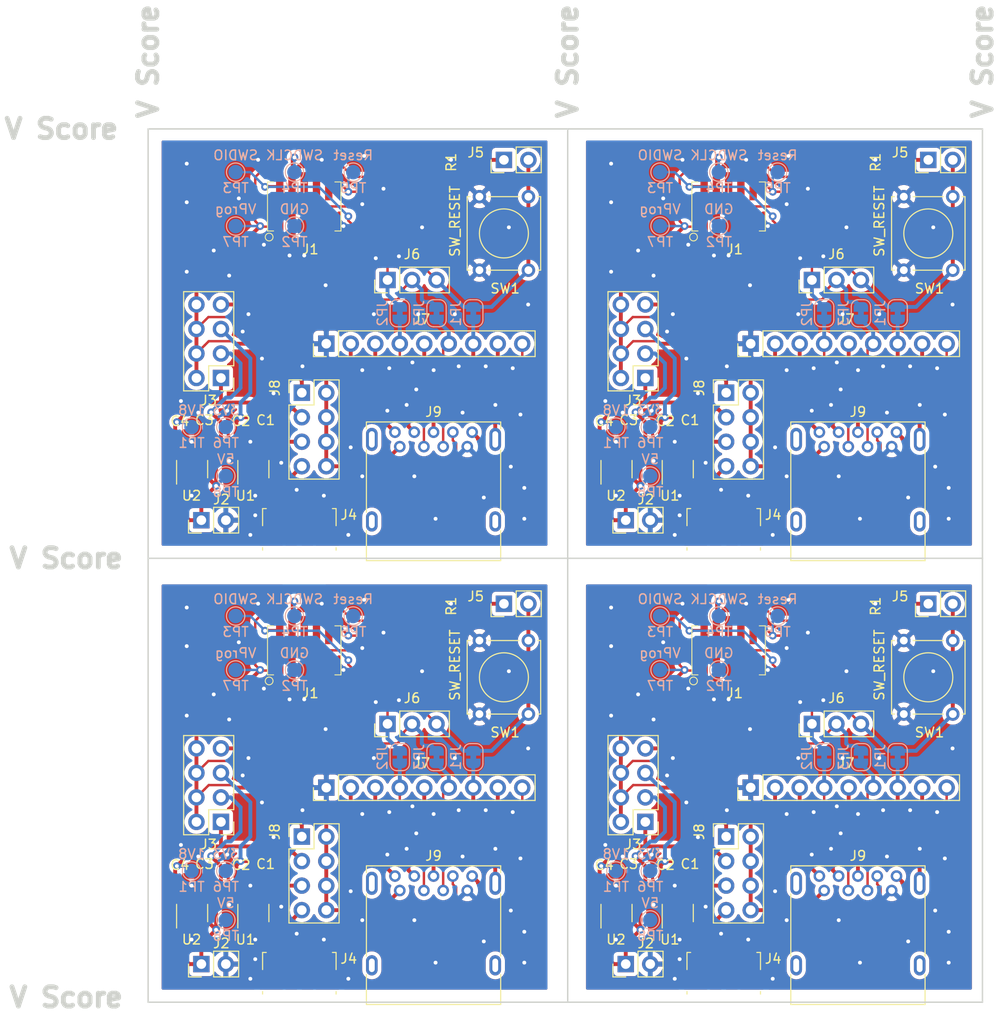
<source format=kicad_pcb>
(kicad_pcb (version 20171130) (host pcbnew 5.0.2-bee76a0~70~ubuntu18.04.1)
  (layers (0 F.Cu signal) (31 B.Cu signal) (35 F.Paste user) (36 B.SilkS user) (37 F.SilkS user) (38 B.Mask user) (39 F.Mask user) (44 Edge.Cuts user))
  (net 0 "")
  (net 1 +5V)
  (net 2 GND)
  (net 3 /SWDIO)
  (net 4 /SWDCLK)
  (net 5 /Reset)
  (net 6 "Net-(C1-Pad1)")
  (net 7 +3V3)
  (net 8 "Net-(C3-Pad1)")
  (net 9 +1V8)
  (net 10 /VTarg)
  (net 11 "Net-(J5-Pad1)")
  (net 12 "Net-(J7-Pad2)")
  (net 13 "Net-(J7-Pad3)")
  (net 14 "Net-(J7-Pad4)")
  (net 15 "Net-(J7-Pad5)")
  (net 16 "Net-(J7-Pad6)")
  (net 17 "Net-(J7-Pad7)")
  (net 18 "Net-(J7-Pad8)")
  (net 19 /VProg)
  (net 20 "Net-(J7-Pad9)")
  (module Jumper:SolderJumper-2_P1.3mm_Bridged_RoundedPad1.0x1.5mm (layer B.Cu) (at 127.9 102.1 270)
    (fp_text reference JP3 (at 0 1.8 270) (layer B.SilkS) (effects (justify mirror)))
    (fp_text value SolderJumper_2_Bridged)
    (pad 1 smd custom (at -0.65 0 270) (size 1 0.5) (layers B.Cu B.Mask) (net 3 /SWDIO) (options (clearance outline) (anchor rect)) (primitives (gr_circle (center 0 -0.25) (end 0.5 -0.25) (width 0)) (gr_circle (center 0 0.25) (end 0.5 0.25) (width 0)) (gr_poly (pts (xy 0 0.75) (xy 0.5 0.75) (xy 0.5 -0.75) (xy 0 -0.75)) (width 0)) (gr_poly (pts (xy 0.9 0.3) (xy 0.4 0.3) (xy 0.4 -0.3) (xy 0.9 -0.3)) (width 0))))
    (pad 2 smd custom (at 0.65 0 270) (size 1 0.5) (layers B.Cu B.Mask) (net 16 "Net-(J7-Pad6)") (options (clearance outline) (anchor rect)) (primitives (gr_circle (center 0 -0.25) (end 0.5 -0.25) (width 0)) (gr_circle (center 0 0.25) (end 0.5 0.25) (width 0)) (gr_poly (pts (xy 0 0.75) (xy -0.5 0.75) (xy -0.5 -0.75) (xy 0 -0.75)) (width 0))))
  )
  (module Jumper:SolderJumper-2_P1.3mm_Bridged_RoundedPad1.0x1.5mm (layer B.Cu) (at 83.9 102.1 270)
    (fp_text reference JP3 (at 0 1.8 270) (layer B.SilkS) (effects (justify mirror)))
    (fp_text value SolderJumper_2_Bridged)
    (pad 1 smd custom (at -0.65 0 270) (size 1 0.5) (layers B.Cu B.Mask) (net 3 /SWDIO) (options (clearance outline) (anchor rect)) (primitives (gr_circle (center 0 -0.25) (end 0.5 -0.25) (width 0)) (gr_circle (center 0 0.25) (end 0.5 0.25) (width 0)) (gr_poly (pts (xy 0 0.75) (xy 0.5 0.75) (xy 0.5 -0.75) (xy 0 -0.75)) (width 0)) (gr_poly (pts (xy 0.9 0.3) (xy 0.4 0.3) (xy 0.4 -0.3) (xy 0.9 -0.3)) (width 0))))
    (pad 2 smd custom (at 0.65 0 270) (size 1 0.5) (layers B.Cu B.Mask) (net 16 "Net-(J7-Pad6)") (options (clearance outline) (anchor rect)) (primitives (gr_circle (center 0 -0.25) (end 0.5 -0.25) (width 0)) (gr_circle (center 0 0.25) (end 0.5 0.25) (width 0)) (gr_poly (pts (xy 0 0.75) (xy -0.5 0.75) (xy -0.5 -0.75) (xy 0 -0.75)) (width 0))))
  )
  (module Jumper:SolderJumper-2_P1.3mm_Bridged_RoundedPad1.0x1.5mm (layer B.Cu) (at 127.9 56.1 270)
    (fp_text reference JP3 (at 0 1.8 270) (layer B.SilkS) (effects (justify mirror)))
    (fp_text value SolderJumper_2_Bridged)
    (pad 1 smd custom (at -0.65 0 270) (size 1 0.5) (layers B.Cu B.Mask) (net 3 /SWDIO) (options (clearance outline) (anchor rect)) (primitives (gr_circle (center 0 -0.25) (end 0.5 -0.25) (width 0)) (gr_circle (center 0 0.25) (end 0.5 0.25) (width 0)) (gr_poly (pts (xy 0 0.75) (xy 0.5 0.75) (xy 0.5 -0.75) (xy 0 -0.75)) (width 0)) (gr_poly (pts (xy 0.9 0.3) (xy 0.4 0.3) (xy 0.4 -0.3) (xy 0.9 -0.3)) (width 0))))
    (pad 2 smd custom (at 0.65 0 270) (size 1 0.5) (layers B.Cu B.Mask) (net 16 "Net-(J7-Pad6)") (options (clearance outline) (anchor rect)) (primitives (gr_circle (center 0 -0.25) (end 0.5 -0.25) (width 0)) (gr_circle (center 0 0.25) (end 0.5 0.25) (width 0)) (gr_poly (pts (xy 0 0.75) (xy -0.5 0.75) (xy -0.5 -0.75) (xy 0 -0.75)) (width 0))))
  )
  (module Resistor_SMD:R_0402_1005Metric (layer F.Cu) (at 131.075 87.48 90)
    (fp_text reference R1 (at 1.016 -1.651 90) (layer F.SilkS))
    (fp_text value 10k)
    (pad 2 smd roundrect (at 0.485 0 90) (size 0.59 0.64) (layers F.Cu F.Paste F.Mask) (net 11 "Net-(J5-Pad1)"))
    (pad 1 smd roundrect (at -0.485 0 90) (size 0.59 0.64) (layers F.Cu F.Paste F.Mask) (net 19 /VProg))
  )
  (module Resistor_SMD:R_0402_1005Metric (layer F.Cu) (at 87.075 87.48 90)
    (fp_text reference R1 (at 1.016 -1.651 90) (layer F.SilkS))
    (fp_text value 10k)
    (pad 2 smd roundrect (at 0.485 0 90) (size 0.59 0.64) (layers F.Cu F.Paste F.Mask) (net 11 "Net-(J5-Pad1)"))
    (pad 1 smd roundrect (at -0.485 0 90) (size 0.59 0.64) (layers F.Cu F.Paste F.Mask) (net 19 /VProg))
  )
  (module Resistor_SMD:R_0402_1005Metric (layer F.Cu) (at 131.075 41.48 90)
    (fp_text reference R1 (at 1.016 -1.651 90) (layer F.SilkS))
    (fp_text value 10k)
    (pad 2 smd roundrect (at 0.485 0 90) (size 0.59 0.64) (layers F.Cu F.Paste F.Mask) (net 11 "Net-(J5-Pad1)"))
    (pad 1 smd roundrect (at -0.485 0 90) (size 0.59 0.64) (layers F.Cu F.Paste F.Mask) (net 19 /VProg))
  )
  (module CustomKiCadLibrary:185G087 (layer F.Cu) (at 114.184 91.036)
    (fp_text reference J1 (at 0.635 4.445) (layer F.SilkS))
    (fp_text value SWD hide)
    (pad 7 smd rect (at 1.27 2.0955) (size 0.762 2.921) (layers F.Cu F.Paste F.Mask))
    (pad 9 smd rect (at 2.54 2.0955) (size 0.762 2.921) (layers F.Cu F.Paste F.Mask) (net 2 GND))
    (pad 5 smd rect (at 0 2.0955) (size 0.762 2.921) (layers F.Cu F.Paste F.Mask) (net 2 GND))
    (pad 3 smd rect (at -1.27 2.0955) (size 0.762 2.921) (layers F.Cu F.Paste F.Mask) (net 2 GND))
    (pad 1 smd rect (at -2.54 2.0955) (size 0.762 2.921) (layers F.Cu F.Paste F.Mask) (net 19 /VProg))
    (pad 10 smd rect (at 2.54 -2.0955) (size 0.762 2.921) (layers F.Cu F.Paste F.Mask) (net 5 /Reset))
    (pad 8 smd rect (at 1.27 -2.0955) (size 0.762 2.921) (layers F.Cu F.Paste F.Mask))
    (pad 6 smd rect (at 0 -2.0955) (size 0.762 2.921) (layers F.Cu F.Paste F.Mask))
    (pad 4 smd rect (at -1.27 -2.0955) (size 0.762 2.921) (layers F.Cu F.Paste F.Mask) (net 4 /SWDCLK))
    (pad 2 smd rect (at -2.54 -2.0955) (size 0.762 2.921) (layers F.Cu F.Paste F.Mask) (net 3 /SWDIO))
  )
  (module CustomKiCadLibrary:185G087 (layer F.Cu) (at 70.184 91.036)
    (fp_text reference J1 (at 0.635 4.445) (layer F.SilkS))
    (fp_text value SWD hide)
    (pad 7 smd rect (at 1.27 2.0955) (size 0.762 2.921) (layers F.Cu F.Paste F.Mask))
    (pad 9 smd rect (at 2.54 2.0955) (size 0.762 2.921) (layers F.Cu F.Paste F.Mask) (net 2 GND))
    (pad 5 smd rect (at 0 2.0955) (size 0.762 2.921) (layers F.Cu F.Paste F.Mask) (net 2 GND))
    (pad 3 smd rect (at -1.27 2.0955) (size 0.762 2.921) (layers F.Cu F.Paste F.Mask) (net 2 GND))
    (pad 1 smd rect (at -2.54 2.0955) (size 0.762 2.921) (layers F.Cu F.Paste F.Mask) (net 19 /VProg))
    (pad 10 smd rect (at 2.54 -2.0955) (size 0.762 2.921) (layers F.Cu F.Paste F.Mask) (net 5 /Reset))
    (pad 8 smd rect (at 1.27 -2.0955) (size 0.762 2.921) (layers F.Cu F.Paste F.Mask))
    (pad 6 smd rect (at 0 -2.0955) (size 0.762 2.921) (layers F.Cu F.Paste F.Mask))
    (pad 4 smd rect (at -1.27 -2.0955) (size 0.762 2.921) (layers F.Cu F.Paste F.Mask) (net 4 /SWDCLK))
    (pad 2 smd rect (at -2.54 -2.0955) (size 0.762 2.921) (layers F.Cu F.Paste F.Mask) (net 3 /SWDIO))
  )
  (module CustomKiCadLibrary:185G087 (layer F.Cu) (at 114.184 45.036)
    (fp_text reference J1 (at 0.635 4.445) (layer F.SilkS))
    (fp_text value SWD hide)
    (pad 7 smd rect (at 1.27 2.0955) (size 0.762 2.921) (layers F.Cu F.Paste F.Mask))
    (pad 9 smd rect (at 2.54 2.0955) (size 0.762 2.921) (layers F.Cu F.Paste F.Mask) (net 2 GND))
    (pad 5 smd rect (at 0 2.0955) (size 0.762 2.921) (layers F.Cu F.Paste F.Mask) (net 2 GND))
    (pad 3 smd rect (at -1.27 2.0955) (size 0.762 2.921) (layers F.Cu F.Paste F.Mask) (net 2 GND))
    (pad 1 smd rect (at -2.54 2.0955) (size 0.762 2.921) (layers F.Cu F.Paste F.Mask) (net 19 /VProg))
    (pad 10 smd rect (at 2.54 -2.0955) (size 0.762 2.921) (layers F.Cu F.Paste F.Mask) (net 5 /Reset))
    (pad 8 smd rect (at 1.27 -2.0955) (size 0.762 2.921) (layers F.Cu F.Paste F.Mask))
    (pad 6 smd rect (at 0 -2.0955) (size 0.762 2.921) (layers F.Cu F.Paste F.Mask))
    (pad 4 smd rect (at -1.27 -2.0955) (size 0.762 2.921) (layers F.Cu F.Paste F.Mask) (net 4 /SWDCLK))
    (pad 2 smd rect (at -2.54 -2.0955) (size 0.762 2.921) (layers F.Cu F.Paste F.Mask) (net 3 /SWDIO))
  )
  (module Package_TO_SOT_SMD:SOT-23-5 (layer F.Cu) (at 108.909624 118.259202 90)
    (fp_text reference U1 (at -2.748798 -0.821624 180) (layer F.SilkS))
    (fp_text value AP131-33)
    (pad 1 smd rect (at -1.1 -0.95 90) (size 1.06 0.65) (layers F.Cu F.Paste F.Mask) (net 1 +5V))
    (pad 2 smd rect (at -1.1 0 90) (size 1.06 0.65) (layers F.Cu F.Paste F.Mask) (net 2 GND))
    (pad 3 smd rect (at -1.1 0.95 90) (size 1.06 0.65) (layers F.Cu F.Paste F.Mask) (net 1 +5V))
    (pad 4 smd rect (at 1.1 0.95 90) (size 1.06 0.65) (layers F.Cu F.Paste F.Mask) (net 6 "Net-(C1-Pad1)"))
    (pad 5 smd rect (at 1.1 -0.95 90) (size 1.06 0.65) (layers F.Cu F.Paste F.Mask) (net 7 +3V3))
  )
  (module Package_TO_SOT_SMD:SOT-23-5 (layer F.Cu) (at 64.909624 118.259202 90)
    (fp_text reference U1 (at -2.748798 -0.821624 180) (layer F.SilkS))
    (fp_text value AP131-33)
    (pad 1 smd rect (at -1.1 -0.95 90) (size 1.06 0.65) (layers F.Cu F.Paste F.Mask) (net 1 +5V))
    (pad 2 smd rect (at -1.1 0 90) (size 1.06 0.65) (layers F.Cu F.Paste F.Mask) (net 2 GND))
    (pad 3 smd rect (at -1.1 0.95 90) (size 1.06 0.65) (layers F.Cu F.Paste F.Mask) (net 1 +5V))
    (pad 4 smd rect (at 1.1 0.95 90) (size 1.06 0.65) (layers F.Cu F.Paste F.Mask) (net 6 "Net-(C1-Pad1)"))
    (pad 5 smd rect (at 1.1 -0.95 90) (size 1.06 0.65) (layers F.Cu F.Paste F.Mask) (net 7 +3V3))
  )
  (module Package_TO_SOT_SMD:SOT-23-5 (layer F.Cu) (at 108.909624 72.259202 90)
    (fp_text reference U1 (at -2.748798 -0.821624 180) (layer F.SilkS))
    (fp_text value AP131-33)
    (pad 1 smd rect (at -1.1 -0.95 90) (size 1.06 0.65) (layers F.Cu F.Paste F.Mask) (net 1 +5V))
    (pad 2 smd rect (at -1.1 0 90) (size 1.06 0.65) (layers F.Cu F.Paste F.Mask) (net 2 GND))
    (pad 3 smd rect (at -1.1 0.95 90) (size 1.06 0.65) (layers F.Cu F.Paste F.Mask) (net 1 +5V))
    (pad 4 smd rect (at 1.1 0.95 90) (size 1.06 0.65) (layers F.Cu F.Paste F.Mask) (net 6 "Net-(C1-Pad1)"))
    (pad 5 smd rect (at 1.1 -0.95 90) (size 1.06 0.65) (layers F.Cu F.Paste F.Mask) (net 7 +3V3))
  )
  (module Capacitor_SMD:C_0402_1005Metric (layer F.Cu) (at 101.289624 114.449202)
    (fp_text reference C4 (at 0 -1.17) (layer F.SilkS))
    (fp_text value 4.7u)
    (pad 2 smd roundrect (at 0.485 0) (size 0.59 0.64) (layers F.Cu F.Paste F.Mask) (net 2 GND))
    (pad 1 smd roundrect (at -0.485 0) (size 0.59 0.64) (layers F.Cu F.Paste F.Mask) (net 9 +1V8))
  )
  (module Capacitor_SMD:C_0402_1005Metric (layer F.Cu) (at 57.289624 114.449202)
    (fp_text reference C4 (at 0 -1.17) (layer F.SilkS))
    (fp_text value 4.7u)
    (pad 2 smd roundrect (at 0.485 0) (size 0.59 0.64) (layers F.Cu F.Paste F.Mask) (net 2 GND))
    (pad 1 smd roundrect (at -0.485 0) (size 0.59 0.64) (layers F.Cu F.Paste F.Mask) (net 9 +1V8))
  )
  (module Capacitor_SMD:C_0402_1005Metric (layer F.Cu) (at 101.289624 68.449202)
    (fp_text reference C4 (at 0 -1.17) (layer F.SilkS))
    (fp_text value 4.7u)
    (pad 2 smd roundrect (at 0.485 0) (size 0.59 0.64) (layers F.Cu F.Paste F.Mask) (net 2 GND))
    (pad 1 smd roundrect (at -0.485 0) (size 0.59 0.64) (layers F.Cu F.Paste F.Mask) (net 9 +1V8))
  )
  (module Connector_PinHeader_2.54mm:PinHeader_1x03_P2.54mm_Vertical (layer F.Cu) (at 122.82 98.656 90)
    (fp_text reference J6 (at 2.667 2.54 180) (layer F.SilkS))
    (fp_text value Conn_01x03)
    (pad 3 thru_hole oval (at 0 5.08 90) (size 1.7 1.7) (drill 1) (layers *.Cu *.Mask) (net 5 /Reset))
    (pad 2 thru_hole oval (at 0 2.54 90) (size 1.7 1.7) (drill 1) (layers *.Cu *.Mask) (net 3 /SWDIO))
    (pad 1 thru_hole rect (at 0 0 90) (size 1.7 1.7) (drill 1) (layers *.Cu *.Mask) (net 4 /SWDCLK))
  )
  (module Connector_PinHeader_2.54mm:PinHeader_1x03_P2.54mm_Vertical (layer F.Cu) (at 78.82 98.656 90)
    (fp_text reference J6 (at 2.667 2.54 180) (layer F.SilkS))
    (fp_text value Conn_01x03)
    (pad 3 thru_hole oval (at 0 5.08 90) (size 1.7 1.7) (drill 1) (layers *.Cu *.Mask) (net 5 /Reset))
    (pad 2 thru_hole oval (at 0 2.54 90) (size 1.7 1.7) (drill 1) (layers *.Cu *.Mask) (net 3 /SWDIO))
    (pad 1 thru_hole rect (at 0 0 90) (size 1.7 1.7) (drill 1) (layers *.Cu *.Mask) (net 4 /SWDCLK))
  )
  (module Connector_PinHeader_2.54mm:PinHeader_1x03_P2.54mm_Vertical (layer F.Cu) (at 122.82 52.656 90)
    (fp_text reference J6 (at 2.667 2.54 180) (layer F.SilkS))
    (fp_text value Conn_01x03)
    (pad 3 thru_hole oval (at 0 5.08 90) (size 1.7 1.7) (drill 1) (layers *.Cu *.Mask) (net 5 /Reset))
    (pad 2 thru_hole oval (at 0 2.54 90) (size 1.7 1.7) (drill 1) (layers *.Cu *.Mask) (net 3 /SWDIO))
    (pad 1 thru_hole rect (at 0 0 90) (size 1.7 1.7) (drill 1) (layers *.Cu *.Mask) (net 4 /SWDCLK))
  )
  (module Jumper:SolderJumper-2_P1.3mm_Bridged_RoundedPad1.0x1.5mm (layer B.Cu) (at 124.09 102.1 270)
    (fp_text reference JP2 (at 0 1.8 270) (layer B.SilkS) (effects (justify mirror)))
    (fp_text value SolderJumper_2_Bridged)
    (pad 2 smd custom (at 0.65 0 270) (size 1 0.5) (layers B.Cu B.Mask) (net 14 "Net-(J7-Pad4)") (options (clearance outline) (anchor rect)) (primitives (gr_circle (center 0 -0.25) (end 0.5 -0.25) (width 0)) (gr_circle (center 0 0.25) (end 0.5 0.25) (width 0)) (gr_poly (pts (xy 0 0.75) (xy -0.5 0.75) (xy -0.5 -0.75) (xy 0 -0.75)) (width 0))))
    (pad 1 smd custom (at -0.65 0 270) (size 1 0.5) (layers B.Cu B.Mask) (net 4 /SWDCLK) (options (clearance outline) (anchor rect)) (primitives (gr_circle (center 0 -0.25) (end 0.5 -0.25) (width 0)) (gr_circle (center 0 0.25) (end 0.5 0.25) (width 0)) (gr_poly (pts (xy 0 0.75) (xy 0.5 0.75) (xy 0.5 -0.75) (xy 0 -0.75)) (width 0)) (gr_poly (pts (xy 0.9 0.3) (xy 0.4 0.3) (xy 0.4 -0.3) (xy 0.9 -0.3)) (width 0))))
  )
  (module Jumper:SolderJumper-2_P1.3mm_Bridged_RoundedPad1.0x1.5mm (layer B.Cu) (at 80.09 102.1 270)
    (fp_text reference JP2 (at 0 1.8 270) (layer B.SilkS) (effects (justify mirror)))
    (fp_text value SolderJumper_2_Bridged)
    (pad 2 smd custom (at 0.65 0 270) (size 1 0.5) (layers B.Cu B.Mask) (net 14 "Net-(J7-Pad4)") (options (clearance outline) (anchor rect)) (primitives (gr_circle (center 0 -0.25) (end 0.5 -0.25) (width 0)) (gr_circle (center 0 0.25) (end 0.5 0.25) (width 0)) (gr_poly (pts (xy 0 0.75) (xy -0.5 0.75) (xy -0.5 -0.75) (xy 0 -0.75)) (width 0))))
    (pad 1 smd custom (at -0.65 0 270) (size 1 0.5) (layers B.Cu B.Mask) (net 4 /SWDCLK) (options (clearance outline) (anchor rect)) (primitives (gr_circle (center 0 -0.25) (end 0.5 -0.25) (width 0)) (gr_circle (center 0 0.25) (end 0.5 0.25) (width 0)) (gr_poly (pts (xy 0 0.75) (xy 0.5 0.75) (xy 0.5 -0.75) (xy 0 -0.75)) (width 0)) (gr_poly (pts (xy 0.9 0.3) (xy 0.4 0.3) (xy 0.4 -0.3) (xy 0.9 -0.3)) (width 0))))
  )
  (module Jumper:SolderJumper-2_P1.3mm_Bridged_RoundedPad1.0x1.5mm (layer B.Cu) (at 124.09 56.1 270)
    (fp_text reference JP2 (at 0 1.8 270) (layer B.SilkS) (effects (justify mirror)))
    (fp_text value SolderJumper_2_Bridged)
    (pad 2 smd custom (at 0.65 0 270) (size 1 0.5) (layers B.Cu B.Mask) (net 14 "Net-(J7-Pad4)") (options (clearance outline) (anchor rect)) (primitives (gr_circle (center 0 -0.25) (end 0.5 -0.25) (width 0)) (gr_circle (center 0 0.25) (end 0.5 0.25) (width 0)) (gr_poly (pts (xy 0 0.75) (xy -0.5 0.75) (xy -0.5 -0.75) (xy 0 -0.75)) (width 0))))
    (pad 1 smd custom (at -0.65 0 270) (size 1 0.5) (layers B.Cu B.Mask) (net 4 /SWDCLK) (options (clearance outline) (anchor rect)) (primitives (gr_circle (center 0 -0.25) (end 0.5 -0.25) (width 0)) (gr_circle (center 0 0.25) (end 0.5 0.25) (width 0)) (gr_poly (pts (xy 0 0.75) (xy 0.5 0.75) (xy 0.5 -0.75) (xy 0 -0.75)) (width 0)) (gr_poly (pts (xy 0.9 0.3) (xy 0.4 0.3) (xy 0.4 -0.3) (xy 0.9 -0.3)) (width 0))))
  )
  (module TestPoint:TestPoint_Pad_D1.5mm (layer B.Cu) (at 107.072 87.48)
    (fp_text reference TP3 (at 0 1.648) (layer B.SilkS) (effects (justify mirror)))
    (fp_text value SWDIO (at 0 -1.75) (layer B.SilkS) (effects (justify mirror)))
    (pad 1 smd circle (at 0 0) (size 1.5 1.5) (layers B.Cu B.Mask) (net 3 /SWDIO))
  )
  (module TestPoint:TestPoint_Pad_D1.5mm (layer B.Cu) (at 63.072 87.48)
    (fp_text reference TP3 (at 0 1.648) (layer B.SilkS) (effects (justify mirror)))
    (fp_text value SWDIO (at 0 -1.75) (layer B.SilkS) (effects (justify mirror)))
    (pad 1 smd circle (at 0 0) (size 1.5 1.5) (layers B.Cu B.Mask) (net 3 /SWDIO))
  )
  (module TestPoint:TestPoint_Pad_D1.5mm (layer B.Cu) (at 107.072 41.48)
    (fp_text reference TP3 (at 0 1.648) (layer B.SilkS) (effects (justify mirror)))
    (fp_text value SWDIO (at 0 -1.75) (layer B.SilkS) (effects (justify mirror)))
    (pad 1 smd circle (at 0 0) (size 1.5 1.5) (layers B.Cu B.Mask) (net 3 /SWDIO))
  )
  (module Connector_PinHeader_2.54mm:PinHeader_1x02_P2.54mm_Vertical (layer F.Cu) (at 103.516 123.548 90)
    (fp_text reference J2 (at 2.148 2.084 180) (layer F.SilkS))
    (fp_text value Vin)
    (pad 1 thru_hole rect (at 0 0 90) (size 1.7 1.7) (drill 1) (layers *.Cu *.Mask) (net 1 +5V))
    (pad 2 thru_hole oval (at 0 2.54 90) (size 1.7 1.7) (drill 1) (layers *.Cu *.Mask) (net 2 GND))
  )
  (module Connector_PinHeader_2.54mm:PinHeader_1x02_P2.54mm_Vertical (layer F.Cu) (at 59.516 123.548 90)
    (fp_text reference J2 (at 2.148 2.084 180) (layer F.SilkS))
    (fp_text value Vin)
    (pad 1 thru_hole rect (at 0 0 90) (size 1.7 1.7) (drill 1) (layers *.Cu *.Mask) (net 1 +5V))
    (pad 2 thru_hole oval (at 0 2.54 90) (size 1.7 1.7) (drill 1) (layers *.Cu *.Mask) (net 2 GND))
  )
  (module Connector_PinHeader_2.54mm:PinHeader_1x02_P2.54mm_Vertical (layer F.Cu) (at 103.516 77.548 90)
    (fp_text reference J2 (at 2.148 2.084 180) (layer F.SilkS))
    (fp_text value Vin)
    (pad 1 thru_hole rect (at 0 0 90) (size 1.7 1.7) (drill 1) (layers *.Cu *.Mask) (net 1 +5V))
    (pad 2 thru_hole oval (at 0 2.54 90) (size 1.7 1.7) (drill 1) (layers *.Cu *.Mask) (net 2 GND))
  )
  (module Connector_PinHeader_2.54mm:PinHeader_2x04_P2.54mm_Vertical (layer F.Cu) (at 113.93 110.34)
    (fp_text reference J8 (at -2.794 -0.508 90) (layer F.SilkS))
    (fp_text value "Set Target V")
    (pad 1 thru_hole rect (at 0 0) (size 1.7 1.7) (drill 1) (layers *.Cu *.Mask) (net 19 /VProg))
    (pad 2 thru_hole oval (at 2.54 0) (size 1.7 1.7) (drill 1) (layers *.Cu *.Mask) (net 10 /VTarg))
    (pad 3 thru_hole oval (at 0 2.54) (size 1.7 1.7) (drill 1) (layers *.Cu *.Mask) (net 9 +1V8))
    (pad 4 thru_hole oval (at 2.54 2.54) (size 1.7 1.7) (drill 1) (layers *.Cu *.Mask) (net 10 /VTarg))
    (pad 5 thru_hole oval (at 0 5.08) (size 1.7 1.7) (drill 1) (layers *.Cu *.Mask) (net 7 +3V3))
    (pad 6 thru_hole oval (at 2.54 5.08) (size 1.7 1.7) (drill 1) (layers *.Cu *.Mask) (net 10 /VTarg))
    (pad 7 thru_hole oval (at 0 7.62) (size 1.7 1.7) (drill 1) (layers *.Cu *.Mask) (net 1 +5V))
    (pad 8 thru_hole oval (at 2.54 7.62) (size 1.7 1.7) (drill 1) (layers *.Cu *.Mask) (net 10 /VTarg))
  )
  (module Connector_PinHeader_2.54mm:PinHeader_2x04_P2.54mm_Vertical (layer F.Cu) (at 69.93 110.34)
    (fp_text reference J8 (at -2.794 -0.508 90) (layer F.SilkS))
    (fp_text value "Set Target V")
    (pad 1 thru_hole rect (at 0 0) (size 1.7 1.7) (drill 1) (layers *.Cu *.Mask) (net 19 /VProg))
    (pad 2 thru_hole oval (at 2.54 0) (size 1.7 1.7) (drill 1) (layers *.Cu *.Mask) (net 10 /VTarg))
    (pad 3 thru_hole oval (at 0 2.54) (size 1.7 1.7) (drill 1) (layers *.Cu *.Mask) (net 9 +1V8))
    (pad 4 thru_hole oval (at 2.54 2.54) (size 1.7 1.7) (drill 1) (layers *.Cu *.Mask) (net 10 /VTarg))
    (pad 5 thru_hole oval (at 0 5.08) (size 1.7 1.7) (drill 1) (layers *.Cu *.Mask) (net 7 +3V3))
    (pad 6 thru_hole oval (at 2.54 5.08) (size 1.7 1.7) (drill 1) (layers *.Cu *.Mask) (net 10 /VTarg))
    (pad 7 thru_hole oval (at 0 7.62) (size 1.7 1.7) (drill 1) (layers *.Cu *.Mask) (net 1 +5V))
    (pad 8 thru_hole oval (at 2.54 7.62) (size 1.7 1.7) (drill 1) (layers *.Cu *.Mask) (net 10 /VTarg))
  )
  (module Connector_PinHeader_2.54mm:PinHeader_2x04_P2.54mm_Vertical (layer F.Cu) (at 113.93 64.34)
    (fp_text reference J8 (at -2.794 -0.508 90) (layer F.SilkS))
    (fp_text value "Set Target V")
    (pad 1 thru_hole rect (at 0 0) (size 1.7 1.7) (drill 1) (layers *.Cu *.Mask) (net 19 /VProg))
    (pad 2 thru_hole oval (at 2.54 0) (size 1.7 1.7) (drill 1) (layers *.Cu *.Mask) (net 10 /VTarg))
    (pad 3 thru_hole oval (at 0 2.54) (size 1.7 1.7) (drill 1) (layers *.Cu *.Mask) (net 9 +1V8))
    (pad 4 thru_hole oval (at 2.54 2.54) (size 1.7 1.7) (drill 1) (layers *.Cu *.Mask) (net 10 /VTarg))
    (pad 5 thru_hole oval (at 0 5.08) (size 1.7 1.7) (drill 1) (layers *.Cu *.Mask) (net 7 +3V3))
    (pad 6 thru_hole oval (at 2.54 5.08) (size 1.7 1.7) (drill 1) (layers *.Cu *.Mask) (net 10 /VTarg))
    (pad 7 thru_hole oval (at 0 7.62) (size 1.7 1.7) (drill 1) (layers *.Cu *.Mask) (net 1 +5V))
    (pad 8 thru_hole oval (at 2.54 7.62) (size 1.7 1.7) (drill 1) (layers *.Cu *.Mask) (net 10 /VTarg))
  )
  (module Package_TO_SOT_SMD:SOT-23-5 (layer F.Cu) (at 102.559624 118.259202 90)
    (fp_text reference U2 (at -2.748798 -0.059624 180) (layer F.SilkS))
    (fp_text value AP131-18)
    (pad 5 smd rect (at 1.1 -0.95 90) (size 1.06 0.65) (layers F.Cu F.Paste F.Mask) (net 9 +1V8))
    (pad 4 smd rect (at 1.1 0.95 90) (size 1.06 0.65) (layers F.Cu F.Paste F.Mask) (net 8 "Net-(C3-Pad1)"))
    (pad 3 smd rect (at -1.1 0.95 90) (size 1.06 0.65) (layers F.Cu F.Paste F.Mask) (net 1 +5V))
    (pad 2 smd rect (at -1.1 0 90) (size 1.06 0.65) (layers F.Cu F.Paste F.Mask) (net 2 GND))
    (pad 1 smd rect (at -1.1 -0.95 90) (size 1.06 0.65) (layers F.Cu F.Paste F.Mask) (net 1 +5V))
  )
  (module Package_TO_SOT_SMD:SOT-23-5 (layer F.Cu) (at 58.559624 118.259202 90)
    (fp_text reference U2 (at -2.748798 -0.059624 180) (layer F.SilkS))
    (fp_text value AP131-18)
    (pad 5 smd rect (at 1.1 -0.95 90) (size 1.06 0.65) (layers F.Cu F.Paste F.Mask) (net 9 +1V8))
    (pad 4 smd rect (at 1.1 0.95 90) (size 1.06 0.65) (layers F.Cu F.Paste F.Mask) (net 8 "Net-(C3-Pad1)"))
    (pad 3 smd rect (at -1.1 0.95 90) (size 1.06 0.65) (layers F.Cu F.Paste F.Mask) (net 1 +5V))
    (pad 2 smd rect (at -1.1 0 90) (size 1.06 0.65) (layers F.Cu F.Paste F.Mask) (net 2 GND))
    (pad 1 smd rect (at -1.1 -0.95 90) (size 1.06 0.65) (layers F.Cu F.Paste F.Mask) (net 1 +5V))
  )
  (module Package_TO_SOT_SMD:SOT-23-5 (layer F.Cu) (at 102.559624 72.259202 90)
    (fp_text reference U2 (at -2.748798 -0.059624 180) (layer F.SilkS))
    (fp_text value AP131-18)
    (pad 5 smd rect (at 1.1 -0.95 90) (size 1.06 0.65) (layers F.Cu F.Paste F.Mask) (net 9 +1V8))
    (pad 4 smd rect (at 1.1 0.95 90) (size 1.06 0.65) (layers F.Cu F.Paste F.Mask) (net 8 "Net-(C3-Pad1)"))
    (pad 3 smd rect (at -1.1 0.95 90) (size 1.06 0.65) (layers F.Cu F.Paste F.Mask) (net 1 +5V))
    (pad 2 smd rect (at -1.1 0 90) (size 1.06 0.65) (layers F.Cu F.Paste F.Mask) (net 2 GND))
    (pad 1 smd rect (at -1.1 -0.95 90) (size 1.06 0.65) (layers F.Cu F.Paste F.Mask) (net 1 +5V))
  )
  (module Jumper:SolderJumper-2_P1.3mm_Bridged_RoundedPad1.0x1.5mm (layer B.Cu) (at 131.71 102.1 270)
    (fp_text reference JP1 (at 0 1.8 270) (layer B.SilkS) (effects (justify mirror)))
    (fp_text value SolderJumper_2_Bridged)
    (pad 2 smd custom (at 0.65 0 270) (size 1 0.5) (layers B.Cu B.Mask) (net 17 "Net-(J7-Pad7)") (options (clearance outline) (anchor rect)) (primitives (gr_circle (center 0 -0.25) (end 0.5 -0.25) (width 0)) (gr_circle (center 0 0.25) (end 0.5 0.25) (width 0)) (gr_poly (pts (xy 0 0.75) (xy -0.5 0.75) (xy -0.5 -0.75) (xy 0 -0.75)) (width 0))))
    (pad 1 smd custom (at -0.65 0 270) (size 1 0.5) (layers B.Cu B.Mask) (net 5 /Reset) (options (clearance outline) (anchor rect)) (primitives (gr_circle (center 0 -0.25) (end 0.5 -0.25) (width 0)) (gr_circle (center 0 0.25) (end 0.5 0.25) (width 0)) (gr_poly (pts (xy 0 0.75) (xy 0.5 0.75) (xy 0.5 -0.75) (xy 0 -0.75)) (width 0)) (gr_poly (pts (xy 0.9 0.3) (xy 0.4 0.3) (xy 0.4 -0.3) (xy 0.9 -0.3)) (width 0))))
  )
  (module Jumper:SolderJumper-2_P1.3mm_Bridged_RoundedPad1.0x1.5mm (layer B.Cu) (at 87.71 102.1 270)
    (fp_text reference JP1 (at 0 1.8 270) (layer B.SilkS) (effects (justify mirror)))
    (fp_text value SolderJumper_2_Bridged)
    (pad 2 smd custom (at 0.65 0 270) (size 1 0.5) (layers B.Cu B.Mask) (net 17 "Net-(J7-Pad7)") (options (clearance outline) (anchor rect)) (primitives (gr_circle (center 0 -0.25) (end 0.5 -0.25) (width 0)) (gr_circle (center 0 0.25) (end 0.5 0.25) (width 0)) (gr_poly (pts (xy 0 0.75) (xy -0.5 0.75) (xy -0.5 -0.75) (xy 0 -0.75)) (width 0))))
    (pad 1 smd custom (at -0.65 0 270) (size 1 0.5) (layers B.Cu B.Mask) (net 5 /Reset) (options (clearance outline) (anchor rect)) (primitives (gr_circle (center 0 -0.25) (end 0.5 -0.25) (width 0)) (gr_circle (center 0 0.25) (end 0.5 0.25) (width 0)) (gr_poly (pts (xy 0 0.75) (xy 0.5 0.75) (xy 0.5 -0.75) (xy 0 -0.75)) (width 0)) (gr_poly (pts (xy 0.9 0.3) (xy 0.4 0.3) (xy 0.4 -0.3) (xy 0.9 -0.3)) (width 0))))
  )
  (module Jumper:SolderJumper-2_P1.3mm_Bridged_RoundedPad1.0x1.5mm (layer B.Cu) (at 131.71 56.1 270)
    (fp_text reference JP1 (at 0 1.8 270) (layer B.SilkS) (effects (justify mirror)))
    (fp_text value SolderJumper_2_Bridged)
    (pad 2 smd custom (at 0.65 0 270) (size 1 0.5) (layers B.Cu B.Mask) (net 17 "Net-(J7-Pad7)") (options (clearance outline) (anchor rect)) (primitives (gr_circle (center 0 -0.25) (end 0.5 -0.25) (width 0)) (gr_circle (center 0 0.25) (end 0.5 0.25) (width 0)) (gr_poly (pts (xy 0 0.75) (xy -0.5 0.75) (xy -0.5 -0.75) (xy 0 -0.75)) (width 0))))
    (pad 1 smd custom (at -0.65 0 270) (size 1 0.5) (layers B.Cu B.Mask) (net 5 /Reset) (options (clearance outline) (anchor rect)) (primitives (gr_circle (center 0 -0.25) (end 0.5 -0.25) (width 0)) (gr_circle (center 0 0.25) (end 0.5 0.25) (width 0)) (gr_poly (pts (xy 0 0.75) (xy 0.5 0.75) (xy 0.5 -0.75) (xy 0 -0.75)) (width 0)) (gr_poly (pts (xy 0.9 0.3) (xy 0.4 0.3) (xy 0.4 -0.3) (xy 0.9 -0.3)) (width 0))))
  )
  (module Connector_PinHeader_2.54mm:PinHeader_1x02_P2.54mm_Vertical (layer F.Cu) (at 134.885 86.21 90)
    (fp_text reference J5 (at 0.762 -2.921 180) (layer F.SilkS))
    (fp_text value Conn_01x02)
    (pad 2 thru_hole oval (at 0 2.54 90) (size 1.7 1.7) (drill 1) (layers *.Cu *.Mask) (net 5 /Reset))
    (pad 1 thru_hole rect (at 0 0 90) (size 1.7 1.7) (drill 1) (layers *.Cu *.Mask) (net 11 "Net-(J5-Pad1)"))
  )
  (module Connector_PinHeader_2.54mm:PinHeader_1x02_P2.54mm_Vertical (layer F.Cu) (at 90.885 86.21 90)
    (fp_text reference J5 (at 0.762 -2.921 180) (layer F.SilkS))
    (fp_text value Conn_01x02)
    (pad 2 thru_hole oval (at 0 2.54 90) (size 1.7 1.7) (drill 1) (layers *.Cu *.Mask) (net 5 /Reset))
    (pad 1 thru_hole rect (at 0 0 90) (size 1.7 1.7) (drill 1) (layers *.Cu *.Mask) (net 11 "Net-(J5-Pad1)"))
  )
  (module Connector_PinHeader_2.54mm:PinHeader_1x02_P2.54mm_Vertical (layer F.Cu) (at 134.885 40.21 90)
    (fp_text reference J5 (at 0.762 -2.921 180) (layer F.SilkS))
    (fp_text value Conn_01x02)
    (pad 2 thru_hole oval (at 0 2.54 90) (size 1.7 1.7) (drill 1) (layers *.Cu *.Mask) (net 5 /Reset))
    (pad 1 thru_hole rect (at 0 0 90) (size 1.7 1.7) (drill 1) (layers *.Cu *.Mask) (net 11 "Net-(J5-Pad1)"))
  )
  (module Connector_USB:USB3_A_Molex_48393-001 (layer F.Cu) (at 124.09 115.928)
    (fp_text reference J9 (at 3.5 -3.6) (layer F.SilkS))
    (fp_text value USB3_A)
    (pad 10 thru_hole oval (at -2.9 7.75) (size 1.2 2.1) (drill oval 0.6 1.4) (layers *.Cu *.Mask) (net 17 "Net-(J7-Pad7)"))
    (pad 10 thru_hole oval (at 9.9 7.75) (size 1.2 2.1) (drill oval 0.6 1.4) (layers *.Cu *.Mask) (net 17 "Net-(J7-Pad7)"))
    (pad 10 thru_hole oval (at -2.9 -0.75) (size 1.2 2.4) (drill oval 0.6 1.7) (layers *.Cu *.Mask) (net 17 "Net-(J7-Pad7)"))
    (pad 10 thru_hole oval (at 9.9 -0.75) (size 1.2 2.4) (drill oval 0.6 1.7) (layers *.Cu *.Mask) (net 17 "Net-(J7-Pad7)"))
    (pad 9 thru_hole circle (at -0.5 -1.5) (size 1.2 1.2) (drill 0.7) (layers *.Cu *.Mask) (net 12 "Net-(J7-Pad2)"))
    (pad 8 thru_hole circle (at 1.5 -1.5) (size 1.2 1.2) (drill 0.7) (layers *.Cu *.Mask) (net 13 "Net-(J7-Pad3)"))
    (pad 7 thru_hole circle (at 3.5 -1.5) (size 1.2 1.2) (drill 0.7) (layers *.Cu *.Mask) (net 15 "Net-(J7-Pad5)"))
    (pad 6 thru_hole circle (at 5.5 -1.5) (size 1.2 1.2) (drill 0.7) (layers *.Cu *.Mask) (net 20 "Net-(J7-Pad9)"))
    (pad 5 thru_hole circle (at 7.5 -1.5) (size 1.2 1.2) (drill 0.7) (layers *.Cu *.Mask) (net 18 "Net-(J7-Pad8)"))
    (pad 4 thru_hole circle (at 7 0) (size 1.2 1.2) (drill 0.7) (layers *.Cu *.Mask) (net 2 GND))
    (pad 3 thru_hole circle (at 4.5 0) (size 1.2 1.2) (drill 0.7) (layers *.Cu *.Mask) (net 16 "Net-(J7-Pad6)"))
    (pad 2 thru_hole circle (at 2.5 0) (size 1.2 1.2) (drill 0.7) (layers *.Cu *.Mask) (net 14 "Net-(J7-Pad4)"))
    (pad 1 thru_hole circle (at 0 0) (size 1.2 1.2) (drill 0.7) (layers *.Cu *.Mask) (net 10 /VTarg))
  )
  (module Connector_USB:USB3_A_Molex_48393-001 (layer F.Cu) (at 80.09 115.928)
    (fp_text reference J9 (at 3.5 -3.6) (layer F.SilkS))
    (fp_text value USB3_A)
    (pad 10 thru_hole oval (at -2.9 7.75) (size 1.2 2.1) (drill oval 0.6 1.4) (layers *.Cu *.Mask) (net 17 "Net-(J7-Pad7)"))
    (pad 10 thru_hole oval (at 9.9 7.75) (size 1.2 2.1) (drill oval 0.6 1.4) (layers *.Cu *.Mask) (net 17 "Net-(J7-Pad7)"))
    (pad 10 thru_hole oval (at -2.9 -0.75) (size 1.2 2.4) (drill oval 0.6 1.7) (layers *.Cu *.Mask) (net 17 "Net-(J7-Pad7)"))
    (pad 10 thru_hole oval (at 9.9 -0.75) (size 1.2 2.4) (drill oval 0.6 1.7) (layers *.Cu *.Mask) (net 17 "Net-(J7-Pad7)"))
    (pad 9 thru_hole circle (at -0.5 -1.5) (size 1.2 1.2) (drill 0.7) (layers *.Cu *.Mask) (net 12 "Net-(J7-Pad2)"))
    (pad 8 thru_hole circle (at 1.5 -1.5) (size 1.2 1.2) (drill 0.7) (layers *.Cu *.Mask) (net 13 "Net-(J7-Pad3)"))
    (pad 7 thru_hole circle (at 3.5 -1.5) (size 1.2 1.2) (drill 0.7) (layers *.Cu *.Mask) (net 15 "Net-(J7-Pad5)"))
    (pad 6 thru_hole circle (at 5.5 -1.5) (size 1.2 1.2) (drill 0.7) (layers *.Cu *.Mask) (net 20 "Net-(J7-Pad9)"))
    (pad 5 thru_hole circle (at 7.5 -1.5) (size 1.2 1.2) (drill 0.7) (layers *.Cu *.Mask) (net 18 "Net-(J7-Pad8)"))
    (pad 4 thru_hole circle (at 7 0) (size 1.2 1.2) (drill 0.7) (layers *.Cu *.Mask) (net 2 GND))
    (pad 3 thru_hole circle (at 4.5 0) (size 1.2 1.2) (drill 0.7) (layers *.Cu *.Mask) (net 16 "Net-(J7-Pad6)"))
    (pad 2 thru_hole circle (at 2.5 0) (size 1.2 1.2) (drill 0.7) (layers *.Cu *.Mask) (net 14 "Net-(J7-Pad4)"))
    (pad 1 thru_hole circle (at 0 0) (size 1.2 1.2) (drill 0.7) (layers *.Cu *.Mask) (net 10 /VTarg))
  )
  (module Connector_USB:USB3_A_Molex_48393-001 (layer F.Cu) (at 124.09 69.928)
    (fp_text reference J9 (at 3.5 -3.6) (layer F.SilkS))
    (fp_text value USB3_A)
    (pad 10 thru_hole oval (at -2.9 7.75) (size 1.2 2.1) (drill oval 0.6 1.4) (layers *.Cu *.Mask) (net 17 "Net-(J7-Pad7)"))
    (pad 10 thru_hole oval (at 9.9 7.75) (size 1.2 2.1) (drill oval 0.6 1.4) (layers *.Cu *.Mask) (net 17 "Net-(J7-Pad7)"))
    (pad 10 thru_hole oval (at -2.9 -0.75) (size 1.2 2.4) (drill oval 0.6 1.7) (layers *.Cu *.Mask) (net 17 "Net-(J7-Pad7)"))
    (pad 10 thru_hole oval (at 9.9 -0.75) (size 1.2 2.4) (drill oval 0.6 1.7) (layers *.Cu *.Mask) (net 17 "Net-(J7-Pad7)"))
    (pad 9 thru_hole circle (at -0.5 -1.5) (size 1.2 1.2) (drill 0.7) (layers *.Cu *.Mask) (net 12 "Net-(J7-Pad2)"))
    (pad 8 thru_hole circle (at 1.5 -1.5) (size 1.2 1.2) (drill 0.7) (layers *.Cu *.Mask) (net 13 "Net-(J7-Pad3)"))
    (pad 7 thru_hole circle (at 3.5 -1.5) (size 1.2 1.2) (drill 0.7) (layers *.Cu *.Mask) (net 15 "Net-(J7-Pad5)"))
    (pad 6 thru_hole circle (at 5.5 -1.5) (size 1.2 1.2) (drill 0.7) (layers *.Cu *.Mask) (net 20 "Net-(J7-Pad9)"))
    (pad 5 thru_hole circle (at 7.5 -1.5) (size 1.2 1.2) (drill 0.7) (layers *.Cu *.Mask) (net 18 "Net-(J7-Pad8)"))
    (pad 4 thru_hole circle (at 7 0) (size 1.2 1.2) (drill 0.7) (layers *.Cu *.Mask) (net 2 GND))
    (pad 3 thru_hole circle (at 4.5 0) (size 1.2 1.2) (drill 0.7) (layers *.Cu *.Mask) (net 16 "Net-(J7-Pad6)"))
    (pad 2 thru_hole circle (at 2.5 0) (size 1.2 1.2) (drill 0.7) (layers *.Cu *.Mask) (net 14 "Net-(J7-Pad4)"))
    (pad 1 thru_hole circle (at 0 0) (size 1.2 1.2) (drill 0.7) (layers *.Cu *.Mask) (net 10 /VTarg))
  )
  (module Connector_USB:USB_Micro-B_Molex_47346-0001 (layer F.Cu) (at 113.676 124.056)
    (fp_text reference J4 (at 5.124 -1.056 180) (layer F.SilkS))
    (fp_text value USB_B_Micro)
    (pad 6 smd rect (at 0.84 1.2) (size 1.175 1.9) (layers F.Cu F.Paste F.Mask) (net 2 GND))
    (pad 6 smd rect (at -0.84 1.2) (size 1.175 1.9) (layers F.Cu F.Paste F.Mask) (net 2 GND))
    (pad 6 smd rect (at 2.91 1.2) (size 2.375 1.9) (layers F.Cu F.Paste F.Mask) (net 2 GND))
    (pad 6 smd rect (at -2.91 1.2) (size 2.375 1.9) (layers F.Cu F.Paste F.Mask) (net 2 GND))
    (pad 6 smd rect (at 2.4625 -1.1) (size 1.475 2.1) (layers F.Cu F.Paste F.Mask) (net 2 GND))
    (pad 6 smd rect (at -2.4625 -1.1) (size 1.475 2.1) (layers F.Cu F.Paste F.Mask) (net 2 GND))
    (pad 5 smd rect (at 1.3 -1.46) (size 0.45 1.38) (layers F.Cu F.Paste F.Mask) (net 2 GND))
    (pad 4 smd rect (at 0.65 -1.46) (size 0.45 1.38) (layers F.Cu F.Paste F.Mask))
    (pad 3 smd rect (at 0 -1.46) (size 0.45 1.38) (layers F.Cu F.Paste F.Mask))
    (pad 2 smd rect (at -0.65 -1.46) (size 0.45 1.38) (layers F.Cu F.Paste F.Mask))
    (pad 1 smd rect (at -1.3 -1.46) (size 0.45 1.38) (layers F.Cu F.Paste F.Mask) (net 1 +5V))
  )
  (module Connector_USB:USB_Micro-B_Molex_47346-0001 (layer F.Cu) (at 69.676 124.056)
    (fp_text reference J4 (at 5.124 -1.056 180) (layer F.SilkS))
    (fp_text value USB_B_Micro)
    (pad 6 smd rect (at 0.84 1.2) (size 1.175 1.9) (layers F.Cu F.Paste F.Mask) (net 2 GND))
    (pad 6 smd rect (at -0.84 1.2) (size 1.175 1.9) (layers F.Cu F.Paste F.Mask) (net 2 GND))
    (pad 6 smd rect (at 2.91 1.2) (size 2.375 1.9) (layers F.Cu F.Paste F.Mask) (net 2 GND))
    (pad 6 smd rect (at -2.91 1.2) (size 2.375 1.9) (layers F.Cu F.Paste F.Mask) (net 2 GND))
    (pad 6 smd rect (at 2.4625 -1.1) (size 1.475 2.1) (layers F.Cu F.Paste F.Mask) (net 2 GND))
    (pad 6 smd rect (at -2.4625 -1.1) (size 1.475 2.1) (layers F.Cu F.Paste F.Mask) (net 2 GND))
    (pad 5 smd rect (at 1.3 -1.46) (size 0.45 1.38) (layers F.Cu F.Paste F.Mask) (net 2 GND))
    (pad 4 smd rect (at 0.65 -1.46) (size 0.45 1.38) (layers F.Cu F.Paste F.Mask))
    (pad 3 smd rect (at 0 -1.46) (size 0.45 1.38) (layers F.Cu F.Paste F.Mask))
    (pad 2 smd rect (at -0.65 -1.46) (size 0.45 1.38) (layers F.Cu F.Paste F.Mask))
    (pad 1 smd rect (at -1.3 -1.46) (size 0.45 1.38) (layers F.Cu F.Paste F.Mask) (net 1 +5V))
  )
  (module Connector_USB:USB_Micro-B_Molex_47346-0001 (layer F.Cu) (at 113.676 78.056)
    (fp_text reference J4 (at 5.124 -1.056 180) (layer F.SilkS))
    (fp_text value USB_B_Micro)
    (pad 6 smd rect (at 0.84 1.2) (size 1.175 1.9) (layers F.Cu F.Paste F.Mask) (net 2 GND))
    (pad 6 smd rect (at -0.84 1.2) (size 1.175 1.9) (layers F.Cu F.Paste F.Mask) (net 2 GND))
    (pad 6 smd rect (at 2.91 1.2) (size 2.375 1.9) (layers F.Cu F.Paste F.Mask) (net 2 GND))
    (pad 6 smd rect (at -2.91 1.2) (size 2.375 1.9) (layers F.Cu F.Paste F.Mask) (net 2 GND))
    (pad 6 smd rect (at 2.4625 -1.1) (size 1.475 2.1) (layers F.Cu F.Paste F.Mask) (net 2 GND))
    (pad 6 smd rect (at -2.4625 -1.1) (size 1.475 2.1) (layers F.Cu F.Paste F.Mask) (net 2 GND))
    (pad 5 smd rect (at 1.3 -1.46) (size 0.45 1.38) (layers F.Cu F.Paste F.Mask) (net 2 GND))
    (pad 4 smd rect (at 0.65 -1.46) (size 0.45 1.38) (layers F.Cu F.Paste F.Mask))
    (pad 3 smd rect (at 0 -1.46) (size 0.45 1.38) (layers F.Cu F.Paste F.Mask))
    (pad 2 smd rect (at -0.65 -1.46) (size 0.45 1.38) (layers F.Cu F.Paste F.Mask))
    (pad 1 smd rect (at -1.3 -1.46) (size 0.45 1.38) (layers F.Cu F.Paste F.Mask) (net 1 +5V))
  )
  (module TestPoint:TestPoint_Pad_D1.5mm (layer B.Cu) (at 113.168 87.48)
    (fp_text reference TP4 (at 0 1.648) (layer B.SilkS) (effects (justify mirror)))
    (fp_text value SWDCLK (at 0 -1.75) (layer B.SilkS) (effects (justify mirror)))
    (pad 1 smd circle (at 0 0) (size 1.5 1.5) (layers B.Cu B.Mask) (net 4 /SWDCLK))
  )
  (module TestPoint:TestPoint_Pad_D1.5mm (layer B.Cu) (at 69.168 87.48)
    (fp_text reference TP4 (at 0 1.648) (layer B.SilkS) (effects (justify mirror)))
    (fp_text value SWDCLK (at 0 -1.75) (layer B.SilkS) (effects (justify mirror)))
    (pad 1 smd circle (at 0 0) (size 1.5 1.5) (layers B.Cu B.Mask) (net 4 /SWDCLK))
  )
  (module TestPoint:TestPoint_Pad_D1.5mm (layer B.Cu) (at 113.168 41.48)
    (fp_text reference TP4 (at 0 1.648) (layer B.SilkS) (effects (justify mirror)))
    (fp_text value SWDCLK (at 0 -1.75) (layer B.SilkS) (effects (justify mirror)))
    (pad 1 smd circle (at 0 0) (size 1.5 1.5) (layers B.Cu B.Mask) (net 4 /SWDCLK))
  )
  (module TestPoint:TestPoint_Pad_D1.5mm (layer B.Cu) (at 113.168 93.068)
    (fp_text reference TP2 (at 0 1.648) (layer B.SilkS) (effects (justify mirror)))
    (fp_text value GND (at 0 -1.75) (layer B.SilkS) (effects (justify mirror)))
    (pad 1 smd circle (at 0 0) (size 1.5 1.5) (layers B.Cu B.Mask) (net 2 GND))
  )
  (module TestPoint:TestPoint_Pad_D1.5mm (layer B.Cu) (at 69.168 93.068)
    (fp_text reference TP2 (at 0 1.648) (layer B.SilkS) (effects (justify mirror)))
    (fp_text value GND (at 0 -1.75) (layer B.SilkS) (effects (justify mirror)))
    (pad 1 smd circle (at 0 0) (size 1.5 1.5) (layers B.Cu B.Mask) (net 2 GND))
  )
  (module TestPoint:TestPoint_Pad_D1.5mm (layer B.Cu) (at 113.168 47.068)
    (fp_text reference TP2 (at 0 1.648) (layer B.SilkS) (effects (justify mirror)))
    (fp_text value GND (at 0 -1.75) (layer B.SilkS) (effects (justify mirror)))
    (pad 1 smd circle (at 0 0) (size 1.5 1.5) (layers B.Cu B.Mask) (net 2 GND))
  )
  (module Connector_PinHeader_2.54mm:PinHeader_2x04_P2.54mm_Vertical (layer F.Cu) (at 105.548 108.816 180)
    (fp_text reference J3 (at 1.27 -2.33 180) (layer F.SilkS))
    (fp_text value "Set Prog V")
    (pad 8 thru_hole oval (at 2.54 7.62 180) (size 1.7 1.7) (drill 1) (layers *.Cu *.Mask) (net 19 /VProg))
    (pad 7 thru_hole oval (at 0 7.62 180) (size 1.7 1.7) (drill 1) (layers *.Cu *.Mask) (net 10 /VTarg))
    (pad 6 thru_hole oval (at 2.54 5.08 180) (size 1.7 1.7) (drill 1) (layers *.Cu *.Mask) (net 19 /VProg))
    (pad 5 thru_hole oval (at 0 5.08 180) (size 1.7 1.7) (drill 1) (layers *.Cu *.Mask) (net 7 +3V3))
    (pad 4 thru_hole oval (at 2.54 2.54 180) (size 1.7 1.7) (drill 1) (layers *.Cu *.Mask) (net 19 /VProg))
    (pad 3 thru_hole oval (at 0 2.54 180) (size 1.7 1.7) (drill 1) (layers *.Cu *.Mask) (net 1 +5V))
    (pad 2 thru_hole oval (at 2.54 0 180) (size 1.7 1.7) (drill 1) (layers *.Cu *.Mask) (net 19 /VProg))
    (pad 1 thru_hole rect (at 0 0 180) (size 1.7 1.7) (drill 1) (layers *.Cu *.Mask) (net 9 +1V8))
  )
  (module Connector_PinHeader_2.54mm:PinHeader_2x04_P2.54mm_Vertical (layer F.Cu) (at 61.548 108.816 180)
    (fp_text reference J3 (at 1.27 -2.33 180) (layer F.SilkS))
    (fp_text value "Set Prog V")
    (pad 8 thru_hole oval (at 2.54 7.62 180) (size 1.7 1.7) (drill 1) (layers *.Cu *.Mask) (net 19 /VProg))
    (pad 7 thru_hole oval (at 0 7.62 180) (size 1.7 1.7) (drill 1) (layers *.Cu *.Mask) (net 10 /VTarg))
    (pad 6 thru_hole oval (at 2.54 5.08 180) (size 1.7 1.7) (drill 1) (layers *.Cu *.Mask) (net 19 /VProg))
    (pad 5 thru_hole oval (at 0 5.08 180) (size 1.7 1.7) (drill 1) (layers *.Cu *.Mask) (net 7 +3V3))
    (pad 4 thru_hole oval (at 2.54 2.54 180) (size 1.7 1.7) (drill 1) (layers *.Cu *.Mask) (net 19 /VProg))
    (pad 3 thru_hole oval (at 0 2.54 180) (size 1.7 1.7) (drill 1) (layers *.Cu *.Mask) (net 1 +5V))
    (pad 2 thru_hole oval (at 2.54 0 180) (size 1.7 1.7) (drill 1) (layers *.Cu *.Mask) (net 19 /VProg))
    (pad 1 thru_hole rect (at 0 0 180) (size 1.7 1.7) (drill 1) (layers *.Cu *.Mask) (net 9 +1V8))
  )
  (module Connector_PinHeader_2.54mm:PinHeader_2x04_P2.54mm_Vertical (layer F.Cu) (at 105.548 62.816 180)
    (fp_text reference J3 (at 1.27 -2.33 180) (layer F.SilkS))
    (fp_text value "Set Prog V")
    (pad 8 thru_hole oval (at 2.54 7.62 180) (size 1.7 1.7) (drill 1) (layers *.Cu *.Mask) (net 19 /VProg))
    (pad 7 thru_hole oval (at 0 7.62 180) (size 1.7 1.7) (drill 1) (layers *.Cu *.Mask) (net 10 /VTarg))
    (pad 6 thru_hole oval (at 2.54 5.08 180) (size 1.7 1.7) (drill 1) (layers *.Cu *.Mask) (net 19 /VProg))
    (pad 5 thru_hole oval (at 0 5.08 180) (size 1.7 1.7) (drill 1) (layers *.Cu *.Mask) (net 7 +3V3))
    (pad 4 thru_hole oval (at 2.54 2.54 180) (size 1.7 1.7) (drill 1) (layers *.Cu *.Mask) (net 19 /VProg))
    (pad 3 thru_hole oval (at 0 2.54 180) (size 1.7 1.7) (drill 1) (layers *.Cu *.Mask) (net 1 +5V))
    (pad 2 thru_hole oval (at 2.54 0 180) (size 1.7 1.7) (drill 1) (layers *.Cu *.Mask) (net 19 /VProg))
    (pad 1 thru_hole rect (at 0 0 180) (size 1.7 1.7) (drill 1) (layers *.Cu *.Mask) (net 9 +1V8))
  )
  (module Buttons_Switches_THT:SW_Tactile_Straight_KSA0Axx1LFTR (layer F.Cu) (at 132.345 97.64 90)
    (fp_text reference SW1 (at -1.905 2.667 180) (layer F.SilkS))
    (fp_text value SW_RESET (at 5.08 -2.54 90) (layer F.SilkS))
    (pad 1 thru_hole circle (at 7.62 0 90) (size 1.397 1.397) (drill 0.8128) (layers *.Cu *.Mask) (net 2 GND))
    (pad 2 thru_hole circle (at 7.62 5.08 90) (size 1.397 1.397) (drill 0.8128) (layers *.Cu *.Mask) (net 5 /Reset))
    (pad 1 thru_hole circle (at 0 0 90) (size 1.397 1.397) (drill 0.8128) (layers *.Cu *.Mask) (net 2 GND))
    (pad 2 thru_hole circle (at 0 5.08 90) (size 1.397 1.397) (drill 0.8128) (layers *.Cu *.Mask) (net 5 /Reset))
  )
  (module Buttons_Switches_THT:SW_Tactile_Straight_KSA0Axx1LFTR (layer F.Cu) (at 88.345 97.64 90)
    (fp_text reference SW1 (at -1.905 2.667 180) (layer F.SilkS))
    (fp_text value SW_RESET (at 5.08 -2.54 90) (layer F.SilkS))
    (pad 1 thru_hole circle (at 7.62 0 90) (size 1.397 1.397) (drill 0.8128) (layers *.Cu *.Mask) (net 2 GND))
    (pad 2 thru_hole circle (at 7.62 5.08 90) (size 1.397 1.397) (drill 0.8128) (layers *.Cu *.Mask) (net 5 /Reset))
    (pad 1 thru_hole circle (at 0 0 90) (size 1.397 1.397) (drill 0.8128) (layers *.Cu *.Mask) (net 2 GND))
    (pad 2 thru_hole circle (at 0 5.08 90) (size 1.397 1.397) (drill 0.8128) (layers *.Cu *.Mask) (net 5 /Reset))
  )
  (module Buttons_Switches_THT:SW_Tactile_Straight_KSA0Axx1LFTR (layer F.Cu) (at 132.345 51.64 90)
    (fp_text reference SW1 (at -1.905 2.667 180) (layer F.SilkS))
    (fp_text value SW_RESET (at 5.08 -2.54 90) (layer F.SilkS))
    (pad 1 thru_hole circle (at 7.62 0 90) (size 1.397 1.397) (drill 0.8128) (layers *.Cu *.Mask) (net 2 GND))
    (pad 2 thru_hole circle (at 7.62 5.08 90) (size 1.397 1.397) (drill 0.8128) (layers *.Cu *.Mask) (net 5 /Reset))
    (pad 1 thru_hole circle (at 0 0 90) (size 1.397 1.397) (drill 0.8128) (layers *.Cu *.Mask) (net 2 GND))
    (pad 2 thru_hole circle (at 0 5.08 90) (size 1.397 1.397) (drill 0.8128) (layers *.Cu *.Mask) (net 5 /Reset))
  )
  (module Capacitor_SMD:C_0402_1005Metric (layer F.Cu) (at 110.179624 114.449202 180)
    (fp_text reference C1 (at 0 1.27 180) (layer F.SilkS))
    (fp_text value .1u)
    (pad 2 smd roundrect (at 0.485 0 180) (size 0.59 0.64) (layers F.Cu F.Paste F.Mask) (net 2 GND))
    (pad 1 smd roundrect (at -0.485 0 180) (size 0.59 0.64) (layers F.Cu F.Paste F.Mask) (net 6 "Net-(C1-Pad1)"))
  )
  (module Capacitor_SMD:C_0402_1005Metric (layer F.Cu) (at 66.179624 114.449202 180)
    (fp_text reference C1 (at 0 1.27 180) (layer F.SilkS))
    (fp_text value .1u)
    (pad 2 smd roundrect (at 0.485 0 180) (size 0.59 0.64) (layers F.Cu F.Paste F.Mask) (net 2 GND))
    (pad 1 smd roundrect (at -0.485 0 180) (size 0.59 0.64) (layers F.Cu F.Paste F.Mask) (net 6 "Net-(C1-Pad1)"))
  )
  (module Capacitor_SMD:C_0402_1005Metric (layer F.Cu) (at 110.179624 68.449202 180)
    (fp_text reference C1 (at 0 1.27 180) (layer F.SilkS))
    (fp_text value .1u)
    (pad 2 smd roundrect (at 0.485 0 180) (size 0.59 0.64) (layers F.Cu F.Paste F.Mask) (net 2 GND))
    (pad 1 smd roundrect (at -0.485 0 180) (size 0.59 0.64) (layers F.Cu F.Paste F.Mask) (net 6 "Net-(C1-Pad1)"))
  )
  (module Capacitor_SMD:C_0402_1005Metric (layer F.Cu) (at 107.639624 114.449202)
    (fp_text reference C2 (at 0 -1.17) (layer F.SilkS))
    (fp_text value 4.7u)
    (pad 1 smd roundrect (at -0.485 0) (size 0.59 0.64) (layers F.Cu F.Paste F.Mask) (net 7 +3V3))
    (pad 2 smd roundrect (at 0.485 0) (size 0.59 0.64) (layers F.Cu F.Paste F.Mask) (net 2 GND))
  )
  (module Capacitor_SMD:C_0402_1005Metric (layer F.Cu) (at 63.639624 114.449202)
    (fp_text reference C2 (at 0 -1.17) (layer F.SilkS))
    (fp_text value 4.7u)
    (pad 1 smd roundrect (at -0.485 0) (size 0.59 0.64) (layers F.Cu F.Paste F.Mask) (net 7 +3V3))
    (pad 2 smd roundrect (at 0.485 0) (size 0.59 0.64) (layers F.Cu F.Paste F.Mask) (net 2 GND))
  )
  (module Capacitor_SMD:C_0402_1005Metric (layer F.Cu) (at 107.639624 68.449202)
    (fp_text reference C2 (at 0 -1.17) (layer F.SilkS))
    (fp_text value 4.7u)
    (pad 1 smd roundrect (at -0.485 0) (size 0.59 0.64) (layers F.Cu F.Paste F.Mask) (net 7 +3V3))
    (pad 2 smd roundrect (at 0.485 0) (size 0.59 0.64) (layers F.Cu F.Paste F.Mask) (net 2 GND))
  )
  (module Capacitor_SMD:C_0402_1005Metric (layer F.Cu) (at 103.829624 114.449202 180)
    (fp_text reference C3 (at 0 1.27 180) (layer F.SilkS))
    (fp_text value .1u)
    (pad 1 smd roundrect (at -0.485 0 180) (size 0.59 0.64) (layers F.Cu F.Paste F.Mask) (net 8 "Net-(C3-Pad1)"))
    (pad 2 smd roundrect (at 0.485 0 180) (size 0.59 0.64) (layers F.Cu F.Paste F.Mask) (net 2 GND))
  )
  (module Capacitor_SMD:C_0402_1005Metric (layer F.Cu) (at 59.829624 114.449202 180)
    (fp_text reference C3 (at 0 1.27 180) (layer F.SilkS))
    (fp_text value .1u)
    (pad 1 smd roundrect (at -0.485 0 180) (size 0.59 0.64) (layers F.Cu F.Paste F.Mask) (net 8 "Net-(C3-Pad1)"))
    (pad 2 smd roundrect (at 0.485 0 180) (size 0.59 0.64) (layers F.Cu F.Paste F.Mask) (net 2 GND))
  )
  (module Capacitor_SMD:C_0402_1005Metric (layer F.Cu) (at 103.829624 68.449202 180)
    (fp_text reference C3 (at 0 1.27 180) (layer F.SilkS))
    (fp_text value .1u)
    (pad 1 smd roundrect (at -0.485 0 180) (size 0.59 0.64) (layers F.Cu F.Paste F.Mask) (net 8 "Net-(C3-Pad1)"))
    (pad 2 smd roundrect (at 0.485 0 180) (size 0.59 0.64) (layers F.Cu F.Paste F.Mask) (net 2 GND))
  )
  (module TestPoint:TestPoint_Pad_D1.5mm (layer B.Cu) (at 107.072 93.068)
    (fp_text reference TP7 (at 0 1.648) (layer B.SilkS) (effects (justify mirror)))
    (fp_text value VProg (at 0 -1.75) (layer B.SilkS) (effects (justify mirror)))
    (pad 1 smd circle (at 0 0) (size 1.5 1.5) (layers B.Cu B.Mask) (net 19 /VProg))
  )
  (module TestPoint:TestPoint_Pad_D1.5mm (layer B.Cu) (at 63.072 93.068)
    (fp_text reference TP7 (at 0 1.648) (layer B.SilkS) (effects (justify mirror)))
    (fp_text value VProg (at 0 -1.75) (layer B.SilkS) (effects (justify mirror)))
    (pad 1 smd circle (at 0 0) (size 1.5 1.5) (layers B.Cu B.Mask) (net 19 /VProg))
  )
  (module TestPoint:TestPoint_Pad_D1.5mm (layer B.Cu) (at 107.072 47.068)
    (fp_text reference TP7 (at 0 1.648) (layer B.SilkS) (effects (justify mirror)))
    (fp_text value VProg (at 0 -1.75) (layer B.SilkS) (effects (justify mirror)))
    (pad 1 smd circle (at 0 0) (size 1.5 1.5) (layers B.Cu B.Mask) (net 19 /VProg))
  )
  (module TestPoint:TestPoint_Pad_D1.5mm (layer B.Cu) (at 119.264 87.48)
    (fp_text reference TP5 (at 0 1.648) (layer B.SilkS) (effects (justify mirror)))
    (fp_text value Reset (at 0 -1.75) (layer B.SilkS) (effects (justify mirror)))
    (pad 1 smd circle (at 0 0) (size 1.5 1.5) (layers B.Cu B.Mask) (net 5 /Reset))
  )
  (module TestPoint:TestPoint_Pad_D1.5mm (layer B.Cu) (at 75.264 87.48)
    (fp_text reference TP5 (at 0 1.648) (layer B.SilkS) (effects (justify mirror)))
    (fp_text value Reset (at 0 -1.75) (layer B.SilkS) (effects (justify mirror)))
    (pad 1 smd circle (at 0 0) (size 1.5 1.5) (layers B.Cu B.Mask) (net 5 /Reset))
  )
  (module TestPoint:TestPoint_Pad_D1.5mm (layer B.Cu) (at 119.264 41.48)
    (fp_text reference TP5 (at 0 1.648) (layer B.SilkS) (effects (justify mirror)))
    (fp_text value Reset (at 0 -1.75) (layer B.SilkS) (effects (justify mirror)))
    (pad 1 smd circle (at 0 0) (size 1.5 1.5) (layers B.Cu B.Mask) (net 5 /Reset))
  )
  (module Connector_PinHeader_2.54mm:PinHeader_1x09_P2.54mm_Vertical (layer F.Cu) (at 116.47 105.26 90)
    (fp_text reference J7 (at 2.54 9.906 180) (layer F.SilkS))
    (fp_text value Conn_01x09)
    (pad 9 thru_hole oval (at 0 20.32 90) (size 1.7 1.7) (drill 1) (layers *.Cu *.Mask) (net 20 "Net-(J7-Pad9)"))
    (pad 8 thru_hole oval (at 0 17.78 90) (size 1.7 1.7) (drill 1) (layers *.Cu *.Mask) (net 18 "Net-(J7-Pad8)"))
    (pad 7 thru_hole oval (at 0 15.24 90) (size 1.7 1.7) (drill 1) (layers *.Cu *.Mask) (net 17 "Net-(J7-Pad7)"))
    (pad 6 thru_hole oval (at 0 12.7 90) (size 1.7 1.7) (drill 1) (layers *.Cu *.Mask) (net 16 "Net-(J7-Pad6)"))
    (pad 5 thru_hole oval (at 0 10.16 90) (size 1.7 1.7) (drill 1) (layers *.Cu *.Mask) (net 15 "Net-(J7-Pad5)"))
    (pad 4 thru_hole oval (at 0 7.62 90) (size 1.7 1.7) (drill 1) (layers *.Cu *.Mask) (net 14 "Net-(J7-Pad4)"))
    (pad 3 thru_hole oval (at 0 5.08 90) (size 1.7 1.7) (drill 1) (layers *.Cu *.Mask) (net 13 "Net-(J7-Pad3)"))
    (pad 2 thru_hole oval (at 0 2.54 90) (size 1.7 1.7) (drill 1) (layers *.Cu *.Mask) (net 12 "Net-(J7-Pad2)"))
    (pad 1 thru_hole rect (at 0 0 90) (size 1.7 1.7) (drill 1) (layers *.Cu *.Mask) (net 2 GND))
  )
  (module Connector_PinHeader_2.54mm:PinHeader_1x09_P2.54mm_Vertical (layer F.Cu) (at 72.47 105.26 90)
    (fp_text reference J7 (at 2.54 9.906 180) (layer F.SilkS))
    (fp_text value Conn_01x09)
    (pad 9 thru_hole oval (at 0 20.32 90) (size 1.7 1.7) (drill 1) (layers *.Cu *.Mask) (net 20 "Net-(J7-Pad9)"))
    (pad 8 thru_hole oval (at 0 17.78 90) (size 1.7 1.7) (drill 1) (layers *.Cu *.Mask) (net 18 "Net-(J7-Pad8)"))
    (pad 7 thru_hole oval (at 0 15.24 90) (size 1.7 1.7) (drill 1) (layers *.Cu *.Mask) (net 17 "Net-(J7-Pad7)"))
    (pad 6 thru_hole oval (at 0 12.7 90) (size 1.7 1.7) (drill 1) (layers *.Cu *.Mask) (net 16 "Net-(J7-Pad6)"))
    (pad 5 thru_hole oval (at 0 10.16 90) (size 1.7 1.7) (drill 1) (layers *.Cu *.Mask) (net 15 "Net-(J7-Pad5)"))
    (pad 4 thru_hole oval (at 0 7.62 90) (size 1.7 1.7) (drill 1) (layers *.Cu *.Mask) (net 14 "Net-(J7-Pad4)"))
    (pad 3 thru_hole oval (at 0 5.08 90) (size 1.7 1.7) (drill 1) (layers *.Cu *.Mask) (net 13 "Net-(J7-Pad3)"))
    (pad 2 thru_hole oval (at 0 2.54 90) (size 1.7 1.7) (drill 1) (layers *.Cu *.Mask) (net 12 "Net-(J7-Pad2)"))
    (pad 1 thru_hole rect (at 0 0 90) (size 1.7 1.7) (drill 1) (layers *.Cu *.Mask) (net 2 GND))
  )
  (module Connector_PinHeader_2.54mm:PinHeader_1x09_P2.54mm_Vertical (layer F.Cu) (at 116.47 59.26 90)
    (fp_text reference J7 (at 2.54 9.906 180) (layer F.SilkS))
    (fp_text value Conn_01x09)
    (pad 9 thru_hole oval (at 0 20.32 90) (size 1.7 1.7) (drill 1) (layers *.Cu *.Mask) (net 20 "Net-(J7-Pad9)"))
    (pad 8 thru_hole oval (at 0 17.78 90) (size 1.7 1.7) (drill 1) (layers *.Cu *.Mask) (net 18 "Net-(J7-Pad8)"))
    (pad 7 thru_hole oval (at 0 15.24 90) (size 1.7 1.7) (drill 1) (layers *.Cu *.Mask) (net 17 "Net-(J7-Pad7)"))
    (pad 6 thru_hole oval (at 0 12.7 90) (size 1.7 1.7) (drill 1) (layers *.Cu *.Mask) (net 16 "Net-(J7-Pad6)"))
    (pad 5 thru_hole oval (at 0 10.16 90) (size 1.7 1.7) (drill 1) (layers *.Cu *.Mask) (net 15 "Net-(J7-Pad5)"))
    (pad 4 thru_hole oval (at 0 7.62 90) (size 1.7 1.7) (drill 1) (layers *.Cu *.Mask) (net 14 "Net-(J7-Pad4)"))
    (pad 3 thru_hole oval (at 0 5.08 90) (size 1.7 1.7) (drill 1) (layers *.Cu *.Mask) (net 13 "Net-(J7-Pad3)"))
    (pad 2 thru_hole oval (at 0 2.54 90) (size 1.7 1.7) (drill 1) (layers *.Cu *.Mask) (net 12 "Net-(J7-Pad2)"))
    (pad 1 thru_hole rect (at 0 0 90) (size 1.7 1.7) (drill 1) (layers *.Cu *.Mask) (net 2 GND))
  )
  (module TestPoint:TestPoint_Pad_D1.5mm (layer B.Cu) (at 102.5 113.896)
    (fp_text reference TP1 (at 0 1.648) (layer B.SilkS) (effects (justify mirror)))
    (fp_text value 1V8 (at 0 -1.75) (layer B.SilkS) (effects (justify mirror)))
    (pad 1 smd circle (at 0 0) (size 1.5 1.5) (layers B.Cu B.Mask) (net 9 +1V8))
  )
  (module TestPoint:TestPoint_Pad_D1.5mm (layer B.Cu) (at 58.5 113.896)
    (fp_text reference TP1 (at 0 1.648) (layer B.SilkS) (effects (justify mirror)))
    (fp_text value 1V8 (at 0 -1.75) (layer B.SilkS) (effects (justify mirror)))
    (pad 1 smd circle (at 0 0) (size 1.5 1.5) (layers B.Cu B.Mask) (net 9 +1V8))
  )
  (module TestPoint:TestPoint_Pad_D1.5mm (layer B.Cu) (at 102.5 67.896)
    (fp_text reference TP1 (at 0 1.648) (layer B.SilkS) (effects (justify mirror)))
    (fp_text value 1V8 (at 0 -1.75) (layer B.SilkS) (effects (justify mirror)))
    (pad 1 smd circle (at 0 0) (size 1.5 1.5) (layers B.Cu B.Mask) (net 9 +1V8))
  )
  (module TestPoint:TestPoint_Pad_D1.5mm (layer B.Cu) (at 106.056 118.976)
    (fp_text reference TP8 (at 0 1.648) (layer B.SilkS) (effects (justify mirror)))
    (fp_text value 5V (at 0 -1.75) (layer B.SilkS) (effects (justify mirror)))
    (pad 1 smd circle (at 0 0) (size 1.5 1.5) (layers B.Cu B.Mask) (net 1 +5V))
  )
  (module TestPoint:TestPoint_Pad_D1.5mm (layer B.Cu) (at 62.056 118.976)
    (fp_text reference TP8 (at 0 1.648) (layer B.SilkS) (effects (justify mirror)))
    (fp_text value 5V (at 0 -1.75) (layer B.SilkS) (effects (justify mirror)))
    (pad 1 smd circle (at 0 0) (size 1.5 1.5) (layers B.Cu B.Mask) (net 1 +5V))
  )
  (module TestPoint:TestPoint_Pad_D1.5mm (layer B.Cu) (at 106.056 72.976)
    (fp_text reference TP8 (at 0 1.648) (layer B.SilkS) (effects (justify mirror)))
    (fp_text value 5V (at 0 -1.75) (layer B.SilkS) (effects (justify mirror)))
    (pad 1 smd circle (at 0 0) (size 1.5 1.5) (layers B.Cu B.Mask) (net 1 +5V))
  )
  (module TestPoint:TestPoint_Pad_D1.5mm (layer B.Cu) (at 106.056 113.896)
    (fp_text reference TP6 (at 0 1.648) (layer B.SilkS) (effects (justify mirror)))
    (fp_text value 3V3 (at 0 -1.75) (layer B.SilkS) (effects (justify mirror)))
    (pad 1 smd circle (at 0 0) (size 1.5 1.5) (layers B.Cu B.Mask) (net 7 +3V3))
  )
  (module TestPoint:TestPoint_Pad_D1.5mm (layer B.Cu) (at 62.056 113.896)
    (fp_text reference TP6 (at 0 1.648) (layer B.SilkS) (effects (justify mirror)))
    (fp_text value 3V3 (at 0 -1.75) (layer B.SilkS) (effects (justify mirror)))
    (pad 1 smd circle (at 0 0) (size 1.5 1.5) (layers B.Cu B.Mask) (net 7 +3V3))
  )
  (module TestPoint:TestPoint_Pad_D1.5mm (layer B.Cu) (at 106.056 67.896)
    (fp_text reference TP6 (at 0 1.648) (layer B.SilkS) (effects (justify mirror)))
    (fp_text value 3V3 (at 0 -1.75) (layer B.SilkS) (effects (justify mirror)))
    (pad 1 smd circle (at 0 0) (size 1.5 1.5) (layers B.Cu B.Mask) (net 7 +3V3))
  )
  (module CustomKiCadLibrary:185G087 (layer F.Cu) (at 70.184 45.036)
    (fp_text reference J1 (at 0.635 4.445) (layer F.SilkS))
    (fp_text value SWD hide)
    (pad 2 smd rect (at -2.54 -2.0955) (size 0.762 2.921) (layers F.Cu F.Paste F.Mask) (net 3 /SWDIO))
    (pad 4 smd rect (at -1.27 -2.0955) (size 0.762 2.921) (layers F.Cu F.Paste F.Mask) (net 4 /SWDCLK))
    (pad 6 smd rect (at 0 -2.0955) (size 0.762 2.921) (layers F.Cu F.Paste F.Mask))
    (pad 8 smd rect (at 1.27 -2.0955) (size 0.762 2.921) (layers F.Cu F.Paste F.Mask))
    (pad 10 smd rect (at 2.54 -2.0955) (size 0.762 2.921) (layers F.Cu F.Paste F.Mask) (net 5 /Reset))
    (pad 1 smd rect (at -2.54 2.0955) (size 0.762 2.921) (layers F.Cu F.Paste F.Mask) (net 19 /VProg))
    (pad 3 smd rect (at -1.27 2.0955) (size 0.762 2.921) (layers F.Cu F.Paste F.Mask) (net 2 GND))
    (pad 5 smd rect (at 0 2.0955) (size 0.762 2.921) (layers F.Cu F.Paste F.Mask) (net 2 GND))
    (pad 9 smd rect (at 2.54 2.0955) (size 0.762 2.921) (layers F.Cu F.Paste F.Mask) (net 2 GND))
    (pad 7 smd rect (at 1.27 2.0955) (size 0.762 2.921) (layers F.Cu F.Paste F.Mask))
  )
  (module Buttons_Switches_THT:SW_Tactile_Straight_KSA0Axx1LFTR (layer F.Cu) (at 88.345 51.64 90)
    (fp_text reference SW1 (at -1.905 2.667 180) (layer F.SilkS))
    (fp_text value SW_RESET (at 5.08 -2.54 90) (layer F.SilkS))
    (pad 2 thru_hole circle (at 0 5.08 90) (size 1.397 1.397) (drill 0.8128) (layers *.Cu *.Mask) (net 5 /Reset))
    (pad 1 thru_hole circle (at 0 0 90) (size 1.397 1.397) (drill 0.8128) (layers *.Cu *.Mask) (net 2 GND))
    (pad 2 thru_hole circle (at 7.62 5.08 90) (size 1.397 1.397) (drill 0.8128) (layers *.Cu *.Mask) (net 5 /Reset))
    (pad 1 thru_hole circle (at 7.62 0 90) (size 1.397 1.397) (drill 0.8128) (layers *.Cu *.Mask) (net 2 GND))
  )
  (module Capacitor_SMD:C_0402_1005Metric (layer F.Cu) (at 66.179624 68.449202 180)
    (fp_text reference C1 (at 0 1.27 180) (layer F.SilkS))
    (fp_text value .1u)
    (pad 1 smd roundrect (at -0.485 0 180) (size 0.59 0.64) (layers F.Cu F.Paste F.Mask) (net 6 "Net-(C1-Pad1)"))
    (pad 2 smd roundrect (at 0.485 0 180) (size 0.59 0.64) (layers F.Cu F.Paste F.Mask) (net 2 GND))
  )
  (module Capacitor_SMD:C_0402_1005Metric (layer F.Cu) (at 63.639624 68.449202)
    (fp_text reference C2 (at 0 -1.17) (layer F.SilkS))
    (fp_text value 4.7u)
    (pad 2 smd roundrect (at 0.485 0) (size 0.59 0.64) (layers F.Cu F.Paste F.Mask) (net 2 GND))
    (pad 1 smd roundrect (at -0.485 0) (size 0.59 0.64) (layers F.Cu F.Paste F.Mask) (net 7 +3V3))
  )
  (module Capacitor_SMD:C_0402_1005Metric (layer F.Cu) (at 59.829624 68.449202 180)
    (fp_text reference C3 (at 0 1.27 180) (layer F.SilkS))
    (fp_text value .1u)
    (pad 2 smd roundrect (at 0.485 0 180) (size 0.59 0.64) (layers F.Cu F.Paste F.Mask) (net 2 GND))
    (pad 1 smd roundrect (at -0.485 0 180) (size 0.59 0.64) (layers F.Cu F.Paste F.Mask) (net 8 "Net-(C3-Pad1)"))
  )
  (module Capacitor_SMD:C_0402_1005Metric (layer F.Cu) (at 57.289624 68.449202)
    (fp_text reference C4 (at 0 -1.17) (layer F.SilkS))
    (fp_text value 4.7u)
    (pad 1 smd roundrect (at -0.485 0) (size 0.59 0.64) (layers F.Cu F.Paste F.Mask) (net 9 +1V8))
    (pad 2 smd roundrect (at 0.485 0) (size 0.59 0.64) (layers F.Cu F.Paste F.Mask) (net 2 GND))
  )
  (module Connector_PinHeader_2.54mm:PinHeader_1x02_P2.54mm_Vertical (layer F.Cu) (at 59.516 77.548 90)
    (fp_text reference J2 (at 2.148 2.084 180) (layer F.SilkS))
    (fp_text value Vin)
    (pad 2 thru_hole oval (at 0 2.54 90) (size 1.7 1.7) (drill 1) (layers *.Cu *.Mask) (net 2 GND))
    (pad 1 thru_hole rect (at 0 0 90) (size 1.7 1.7) (drill 1) (layers *.Cu *.Mask) (net 1 +5V))
  )
  (module Connector_PinHeader_2.54mm:PinHeader_2x04_P2.54mm_Vertical (layer F.Cu) (at 61.548 62.816 180)
    (fp_text reference J3 (at 1.27 -2.33 180) (layer F.SilkS))
    (fp_text value "Set Prog V")
    (pad 1 thru_hole rect (at 0 0 180) (size 1.7 1.7) (drill 1) (layers *.Cu *.Mask) (net 9 +1V8))
    (pad 2 thru_hole oval (at 2.54 0 180) (size 1.7 1.7) (drill 1) (layers *.Cu *.Mask) (net 19 /VProg))
    (pad 3 thru_hole oval (at 0 2.54 180) (size 1.7 1.7) (drill 1) (layers *.Cu *.Mask) (net 1 +5V))
    (pad 4 thru_hole oval (at 2.54 2.54 180) (size 1.7 1.7) (drill 1) (layers *.Cu *.Mask) (net 19 /VProg))
    (pad 5 thru_hole oval (at 0 5.08 180) (size 1.7 1.7) (drill 1) (layers *.Cu *.Mask) (net 7 +3V3))
    (pad 6 thru_hole oval (at 2.54 5.08 180) (size 1.7 1.7) (drill 1) (layers *.Cu *.Mask) (net 19 /VProg))
    (pad 7 thru_hole oval (at 0 7.62 180) (size 1.7 1.7) (drill 1) (layers *.Cu *.Mask) (net 10 /VTarg))
    (pad 8 thru_hole oval (at 2.54 7.62 180) (size 1.7 1.7) (drill 1) (layers *.Cu *.Mask) (net 19 /VProg))
  )
  (module Connector_USB:USB_Micro-B_Molex_47346-0001 (layer F.Cu) (at 69.676 78.056)
    (fp_text reference J4 (at 5.124 -1.056 180) (layer F.SilkS))
    (fp_text value USB_B_Micro)
    (pad 1 smd rect (at -1.3 -1.46) (size 0.45 1.38) (layers F.Cu F.Paste F.Mask) (net 1 +5V))
    (pad 2 smd rect (at -0.65 -1.46) (size 0.45 1.38) (layers F.Cu F.Paste F.Mask))
    (pad 3 smd rect (at 0 -1.46) (size 0.45 1.38) (layers F.Cu F.Paste F.Mask))
    (pad 4 smd rect (at 0.65 -1.46) (size 0.45 1.38) (layers F.Cu F.Paste F.Mask))
    (pad 5 smd rect (at 1.3 -1.46) (size 0.45 1.38) (layers F.Cu F.Paste F.Mask) (net 2 GND))
    (pad 6 smd rect (at -2.4625 -1.1) (size 1.475 2.1) (layers F.Cu F.Paste F.Mask) (net 2 GND))
    (pad 6 smd rect (at 2.4625 -1.1) (size 1.475 2.1) (layers F.Cu F.Paste F.Mask) (net 2 GND))
    (pad 6 smd rect (at -2.91 1.2) (size 2.375 1.9) (layers F.Cu F.Paste F.Mask) (net 2 GND))
    (pad 6 smd rect (at 2.91 1.2) (size 2.375 1.9) (layers F.Cu F.Paste F.Mask) (net 2 GND))
    (pad 6 smd rect (at -0.84 1.2) (size 1.175 1.9) (layers F.Cu F.Paste F.Mask) (net 2 GND))
    (pad 6 smd rect (at 0.84 1.2) (size 1.175 1.9) (layers F.Cu F.Paste F.Mask) (net 2 GND))
  )
  (module Connector_PinHeader_2.54mm:PinHeader_1x02_P2.54mm_Vertical (layer F.Cu) (at 90.885 40.21 90)
    (fp_text reference J5 (at 0.762 -2.921 180) (layer F.SilkS))
    (fp_text value Conn_01x02)
    (pad 1 thru_hole rect (at 0 0 90) (size 1.7 1.7) (drill 1) (layers *.Cu *.Mask) (net 11 "Net-(J5-Pad1)"))
    (pad 2 thru_hole oval (at 0 2.54 90) (size 1.7 1.7) (drill 1) (layers *.Cu *.Mask) (net 5 /Reset))
  )
  (module Connector_PinHeader_2.54mm:PinHeader_1x03_P2.54mm_Vertical (layer F.Cu) (at 78.82 52.656 90)
    (fp_text reference J6 (at 2.667 2.54 180) (layer F.SilkS))
    (fp_text value Conn_01x03)
    (pad 1 thru_hole rect (at 0 0 90) (size 1.7 1.7) (drill 1) (layers *.Cu *.Mask) (net 4 /SWDCLK))
    (pad 2 thru_hole oval (at 0 2.54 90) (size 1.7 1.7) (drill 1) (layers *.Cu *.Mask) (net 3 /SWDIO))
    (pad 3 thru_hole oval (at 0 5.08 90) (size 1.7 1.7) (drill 1) (layers *.Cu *.Mask) (net 5 /Reset))
  )
  (module Connector_PinHeader_2.54mm:PinHeader_1x09_P2.54mm_Vertical (layer F.Cu) (at 72.47 59.26 90)
    (fp_text reference J7 (at 2.54 9.906 180) (layer F.SilkS))
    (fp_text value Conn_01x09)
    (pad 1 thru_hole rect (at 0 0 90) (size 1.7 1.7) (drill 1) (layers *.Cu *.Mask) (net 2 GND))
    (pad 2 thru_hole oval (at 0 2.54 90) (size 1.7 1.7) (drill 1) (layers *.Cu *.Mask) (net 12 "Net-(J7-Pad2)"))
    (pad 3 thru_hole oval (at 0 5.08 90) (size 1.7 1.7) (drill 1) (layers *.Cu *.Mask) (net 13 "Net-(J7-Pad3)"))
    (pad 4 thru_hole oval (at 0 7.62 90) (size 1.7 1.7) (drill 1) (layers *.Cu *.Mask) (net 14 "Net-(J7-Pad4)"))
    (pad 5 thru_hole oval (at 0 10.16 90) (size 1.7 1.7) (drill 1) (layers *.Cu *.Mask) (net 15 "Net-(J7-Pad5)"))
    (pad 6 thru_hole oval (at 0 12.7 90) (size 1.7 1.7) (drill 1) (layers *.Cu *.Mask) (net 16 "Net-(J7-Pad6)"))
    (pad 7 thru_hole oval (at 0 15.24 90) (size 1.7 1.7) (drill 1) (layers *.Cu *.Mask) (net 17 "Net-(J7-Pad7)"))
    (pad 8 thru_hole oval (at 0 17.78 90) (size 1.7 1.7) (drill 1) (layers *.Cu *.Mask) (net 18 "Net-(J7-Pad8)"))
    (pad 9 thru_hole oval (at 0 20.32 90) (size 1.7 1.7) (drill 1) (layers *.Cu *.Mask) (net 20 "Net-(J7-Pad9)"))
  )
  (module Connector_PinHeader_2.54mm:PinHeader_2x04_P2.54mm_Vertical (layer F.Cu) (at 69.93 64.34)
    (fp_text reference J8 (at -2.794 -0.508 90) (layer F.SilkS))
    (fp_text value "Set Target V")
    (pad 8 thru_hole oval (at 2.54 7.62) (size 1.7 1.7) (drill 1) (layers *.Cu *.Mask) (net 10 /VTarg))
    (pad 7 thru_hole oval (at 0 7.62) (size 1.7 1.7) (drill 1) (layers *.Cu *.Mask) (net 1 +5V))
    (pad 6 thru_hole oval (at 2.54 5.08) (size 1.7 1.7) (drill 1) (layers *.Cu *.Mask) (net 10 /VTarg))
    (pad 5 thru_hole oval (at 0 5.08) (size 1.7 1.7) (drill 1) (layers *.Cu *.Mask) (net 7 +3V3))
    (pad 4 thru_hole oval (at 2.54 2.54) (size 1.7 1.7) (drill 1) (layers *.Cu *.Mask) (net 10 /VTarg))
    (pad 3 thru_hole oval (at 0 2.54) (size 1.7 1.7) (drill 1) (layers *.Cu *.Mask) (net 9 +1V8))
    (pad 2 thru_hole oval (at 2.54 0) (size 1.7 1.7) (drill 1) (layers *.Cu *.Mask) (net 10 /VTarg))
    (pad 1 thru_hole rect (at 0 0) (size 1.7 1.7) (drill 1) (layers *.Cu *.Mask) (net 19 /VProg))
  )
  (module Connector_USB:USB3_A_Molex_48393-001 (layer F.Cu) (at 80.09 69.928)
    (fp_text reference J9 (at 3.5 -3.6) (layer F.SilkS))
    (fp_text value USB3_A)
    (pad 1 thru_hole circle (at 0 0) (size 1.2 1.2) (drill 0.7) (layers *.Cu *.Mask) (net 10 /VTarg))
    (pad 2 thru_hole circle (at 2.5 0) (size 1.2 1.2) (drill 0.7) (layers *.Cu *.Mask) (net 14 "Net-(J7-Pad4)"))
    (pad 3 thru_hole circle (at 4.5 0) (size 1.2 1.2) (drill 0.7) (layers *.Cu *.Mask) (net 16 "Net-(J7-Pad6)"))
    (pad 4 thru_hole circle (at 7 0) (size 1.2 1.2) (drill 0.7) (layers *.Cu *.Mask) (net 2 GND))
    (pad 5 thru_hole circle (at 7.5 -1.5) (size 1.2 1.2) (drill 0.7) (layers *.Cu *.Mask) (net 18 "Net-(J7-Pad8)"))
    (pad 6 thru_hole circle (at 5.5 -1.5) (size 1.2 1.2) (drill 0.7) (layers *.Cu *.Mask) (net 20 "Net-(J7-Pad9)"))
    (pad 7 thru_hole circle (at 3.5 -1.5) (size 1.2 1.2) (drill 0.7) (layers *.Cu *.Mask) (net 15 "Net-(J7-Pad5)"))
    (pad 8 thru_hole circle (at 1.5 -1.5) (size 1.2 1.2) (drill 0.7) (layers *.Cu *.Mask) (net 13 "Net-(J7-Pad3)"))
    (pad 9 thru_hole circle (at -0.5 -1.5) (size 1.2 1.2) (drill 0.7) (layers *.Cu *.Mask) (net 12 "Net-(J7-Pad2)"))
    (pad 10 thru_hole oval (at 9.9 -0.75) (size 1.2 2.4) (drill oval 0.6 1.7) (layers *.Cu *.Mask) (net 17 "Net-(J7-Pad7)"))
    (pad 10 thru_hole oval (at -2.9 -0.75) (size 1.2 2.4) (drill oval 0.6 1.7) (layers *.Cu *.Mask) (net 17 "Net-(J7-Pad7)"))
    (pad 10 thru_hole oval (at 9.9 7.75) (size 1.2 2.1) (drill oval 0.6 1.4) (layers *.Cu *.Mask) (net 17 "Net-(J7-Pad7)"))
    (pad 10 thru_hole oval (at -2.9 7.75) (size 1.2 2.1) (drill oval 0.6 1.4) (layers *.Cu *.Mask) (net 17 "Net-(J7-Pad7)"))
  )
  (module Jumper:SolderJumper-2_P1.3mm_Bridged_RoundedPad1.0x1.5mm (layer B.Cu) (at 87.71 56.1 270)
    (fp_text reference JP1 (at 0 1.8 270) (layer B.SilkS) (effects (justify mirror)))
    (fp_text value SolderJumper_2_Bridged)
    (pad 1 smd custom (at -0.65 0 270) (size 1 0.5) (layers B.Cu B.Mask) (net 5 /Reset) (options (clearance outline) (anchor rect)) (primitives (gr_circle (center 0 -0.25) (end 0.5 -0.25) (width 0)) (gr_circle (center 0 0.25) (end 0.5 0.25) (width 0)) (gr_poly (pts (xy 0 0.75) (xy 0.5 0.75) (xy 0.5 -0.75) (xy 0 -0.75)) (width 0)) (gr_poly (pts (xy 0.9 0.3) (xy 0.4 0.3) (xy 0.4 -0.3) (xy 0.9 -0.3)) (width 0))))
    (pad 2 smd custom (at 0.65 0 270) (size 1 0.5) (layers B.Cu B.Mask) (net 17 "Net-(J7-Pad7)") (options (clearance outline) (anchor rect)) (primitives (gr_circle (center 0 -0.25) (end 0.5 -0.25) (width 0)) (gr_circle (center 0 0.25) (end 0.5 0.25) (width 0)) (gr_poly (pts (xy 0 0.75) (xy -0.5 0.75) (xy -0.5 -0.75) (xy 0 -0.75)) (width 0))))
  )
  (module Jumper:SolderJumper-2_P1.3mm_Bridged_RoundedPad1.0x1.5mm (layer B.Cu) (at 80.09 56.1 270)
    (fp_text reference JP2 (at 0 1.8 270) (layer B.SilkS) (effects (justify mirror)))
    (fp_text value SolderJumper_2_Bridged)
    (pad 1 smd custom (at -0.65 0 270) (size 1 0.5) (layers B.Cu B.Mask) (net 4 /SWDCLK) (options (clearance outline) (anchor rect)) (primitives (gr_circle (center 0 -0.25) (end 0.5 -0.25) (width 0)) (gr_circle (center 0 0.25) (end 0.5 0.25) (width 0)) (gr_poly (pts (xy 0 0.75) (xy 0.5 0.75) (xy 0.5 -0.75) (xy 0 -0.75)) (width 0)) (gr_poly (pts (xy 0.9 0.3) (xy 0.4 0.3) (xy 0.4 -0.3) (xy 0.9 -0.3)) (width 0))))
    (pad 2 smd custom (at 0.65 0 270) (size 1 0.5) (layers B.Cu B.Mask) (net 14 "Net-(J7-Pad4)") (options (clearance outline) (anchor rect)) (primitives (gr_circle (center 0 -0.25) (end 0.5 -0.25) (width 0)) (gr_circle (center 0 0.25) (end 0.5 0.25) (width 0)) (gr_poly (pts (xy 0 0.75) (xy -0.5 0.75) (xy -0.5 -0.75) (xy 0 -0.75)) (width 0))))
  )
  (module Jumper:SolderJumper-2_P1.3mm_Bridged_RoundedPad1.0x1.5mm (layer B.Cu) (at 83.9 56.1 270)
    (fp_text reference JP3 (at 0 1.8 270) (layer B.SilkS) (effects (justify mirror)))
    (fp_text value SolderJumper_2_Bridged)
    (pad 2 smd custom (at 0.65 0 270) (size 1 0.5) (layers B.Cu B.Mask) (net 16 "Net-(J7-Pad6)") (options (clearance outline) (anchor rect)) (primitives (gr_circle (center 0 -0.25) (end 0.5 -0.25) (width 0)) (gr_circle (center 0 0.25) (end 0.5 0.25) (width 0)) (gr_poly (pts (xy 0 0.75) (xy -0.5 0.75) (xy -0.5 -0.75) (xy 0 -0.75)) (width 0))))
    (pad 1 smd custom (at -0.65 0 270) (size 1 0.5) (layers B.Cu B.Mask) (net 3 /SWDIO) (options (clearance outline) (anchor rect)) (primitives (gr_circle (center 0 -0.25) (end 0.5 -0.25) (width 0)) (gr_circle (center 0 0.25) (end 0.5 0.25) (width 0)) (gr_poly (pts (xy 0 0.75) (xy 0.5 0.75) (xy 0.5 -0.75) (xy 0 -0.75)) (width 0)) (gr_poly (pts (xy 0.9 0.3) (xy 0.4 0.3) (xy 0.4 -0.3) (xy 0.9 -0.3)) (width 0))))
  )
  (module Resistor_SMD:R_0402_1005Metric (layer F.Cu) (at 87.075 41.48 90)
    (fp_text reference R1 (at 1.016 -1.651 90) (layer F.SilkS))
    (fp_text value 10k)
    (pad 1 smd roundrect (at -0.485 0 90) (size 0.59 0.64) (layers F.Cu F.Paste F.Mask) (net 19 /VProg))
    (pad 2 smd roundrect (at 0.485 0 90) (size 0.59 0.64) (layers F.Cu F.Paste F.Mask) (net 11 "Net-(J5-Pad1)"))
  )
  (module Package_TO_SOT_SMD:SOT-23-5 (layer F.Cu) (at 64.909624 72.259202 90)
    (fp_text reference U1 (at -2.748798 -0.821624 180) (layer F.SilkS))
    (fp_text value AP131-33)
    (pad 5 smd rect (at 1.1 -0.95 90) (size 1.06 0.65) (layers F.Cu F.Paste F.Mask) (net 7 +3V3))
    (pad 4 smd rect (at 1.1 0.95 90) (size 1.06 0.65) (layers F.Cu F.Paste F.Mask) (net 6 "Net-(C1-Pad1)"))
    (pad 3 smd rect (at -1.1 0.95 90) (size 1.06 0.65) (layers F.Cu F.Paste F.Mask) (net 1 +5V))
    (pad 2 smd rect (at -1.1 0 90) (size 1.06 0.65) (layers F.Cu F.Paste F.Mask) (net 2 GND))
    (pad 1 smd rect (at -1.1 -0.95 90) (size 1.06 0.65) (layers F.Cu F.Paste F.Mask) (net 1 +5V))
  )
  (module Package_TO_SOT_SMD:SOT-23-5 (layer F.Cu) (at 58.559624 72.259202 90)
    (fp_text reference U2 (at -2.748798 -0.059624 180) (layer F.SilkS))
    (fp_text value AP131-18)
    (pad 1 smd rect (at -1.1 -0.95 90) (size 1.06 0.65) (layers F.Cu F.Paste F.Mask) (net 1 +5V))
    (pad 2 smd rect (at -1.1 0 90) (size 1.06 0.65) (layers F.Cu F.Paste F.Mask) (net 2 GND))
    (pad 3 smd rect (at -1.1 0.95 90) (size 1.06 0.65) (layers F.Cu F.Paste F.Mask) (net 1 +5V))
    (pad 4 smd rect (at 1.1 0.95 90) (size 1.06 0.65) (layers F.Cu F.Paste F.Mask) (net 8 "Net-(C3-Pad1)"))
    (pad 5 smd rect (at 1.1 -0.95 90) (size 1.06 0.65) (layers F.Cu F.Paste F.Mask) (net 9 +1V8))
  )
  (module TestPoint:TestPoint_Pad_D1.5mm (layer B.Cu) (at 58.5 67.896)
    (fp_text reference TP1 (at 0 1.648) (layer B.SilkS) (effects (justify mirror)))
    (fp_text value 1V8 (at 0 -1.75) (layer B.SilkS) (effects (justify mirror)))
    (pad 1 smd circle (at 0 0) (size 1.5 1.5) (layers B.Cu B.Mask) (net 9 +1V8))
  )
  (module TestPoint:TestPoint_Pad_D1.5mm (layer B.Cu) (at 69.168 47.068)
    (fp_text reference TP2 (at 0 1.648) (layer B.SilkS) (effects (justify mirror)))
    (fp_text value GND (at 0 -1.75) (layer B.SilkS) (effects (justify mirror)))
    (pad 1 smd circle (at 0 0) (size 1.5 1.5) (layers B.Cu B.Mask) (net 2 GND))
  )
  (module TestPoint:TestPoint_Pad_D1.5mm (layer B.Cu) (at 63.072 41.48)
    (fp_text reference TP3 (at 0 1.648) (layer B.SilkS) (effects (justify mirror)))
    (fp_text value SWDIO (at 0 -1.75) (layer B.SilkS) (effects (justify mirror)))
    (pad 1 smd circle (at 0 0) (size 1.5 1.5) (layers B.Cu B.Mask) (net 3 /SWDIO))
  )
  (module TestPoint:TestPoint_Pad_D1.5mm (layer B.Cu) (at 69.168 41.48)
    (fp_text reference TP4 (at 0 1.648) (layer B.SilkS) (effects (justify mirror)))
    (fp_text value SWDCLK (at 0 -1.75) (layer B.SilkS) (effects (justify mirror)))
    (pad 1 smd circle (at 0 0) (size 1.5 1.5) (layers B.Cu B.Mask) (net 4 /SWDCLK))
  )
  (module TestPoint:TestPoint_Pad_D1.5mm (layer B.Cu) (at 75.264 41.48)
    (fp_text reference TP5 (at 0 1.648) (layer B.SilkS) (effects (justify mirror)))
    (fp_text value Reset (at 0 -1.75) (layer B.SilkS) (effects (justify mirror)))
    (pad 1 smd circle (at 0 0) (size 1.5 1.5) (layers B.Cu B.Mask) (net 5 /Reset))
  )
  (module TestPoint:TestPoint_Pad_D1.5mm (layer B.Cu) (at 62.056 67.896)
    (fp_text reference TP6 (at 0 1.648) (layer B.SilkS) (effects (justify mirror)))
    (fp_text value 3V3 (at 0 -1.75) (layer B.SilkS) (effects (justify mirror)))
    (pad 1 smd circle (at 0 0) (size 1.5 1.5) (layers B.Cu B.Mask) (net 7 +3V3))
  )
  (module TestPoint:TestPoint_Pad_D1.5mm (layer B.Cu) (at 63.072 47.068)
    (fp_text reference TP7 (at 0 1.648) (layer B.SilkS) (effects (justify mirror)))
    (fp_text value VProg (at 0 -1.75) (layer B.SilkS) (effects (justify mirror)))
    (pad 1 smd circle (at 0 0) (size 1.5 1.5) (layers B.Cu B.Mask) (net 19 /VProg))
  )
  (module TestPoint:TestPoint_Pad_D1.5mm (layer B.Cu) (at 62.056 72.976)
    (fp_text reference TP8 (at 0 1.648) (layer B.SilkS) (effects (justify mirror)))
    (fp_text value 5V (at 0 -1.75) (layer B.SilkS) (effects (justify mirror)))
    (pad 1 smd circle (at 0 0) (size 1.5 1.5) (layers B.Cu B.Mask) (net 1 +5V))
  )
  (gr_text "V Score" (at 140.5 30 90) (layer Edge.Cuts) (effects (font (size 2 2) (thickness 0.5))))
  (gr_text "V Score" (at 97.5 30 90) (layer Edge.Cuts) (effects (font (size 2 2) (thickness 0.5))))
  (gr_text "V Score" (at 54 30 90) (layer Edge.Cuts) (effects (font (size 2 2) (thickness 0.5))))
  (gr_text "V Score" (at 45.5 127) (layer Edge.Cuts) (effects (font (size 2 2) (thickness 0.5))))
  (gr_text "V Score" (at 45.5 81.5) (layer Edge.Cuts) (effects (font (size 2 2) (thickness 0.5))))
  (gr_text "V Score" (at 45 37) (layer Edge.Cuts) (effects (font (size 2 2) (thickness 0.5))))
  (gr_line (start 54 81.5) (end 140.5 81.5) (layer Edge.Cuts) (width 0.15))
  (gr_line (start 97.5 37) (end 97.5 127.5) (layer Edge.Cuts) (width 0.15))
  (gr_line (start 54 127.5) (end 54 37) (layer Edge.Cuts) (width 0.15))
  (gr_line (start 140.5 127.5) (end 54 127.5) (layer Edge.Cuts) (width 0.15))
  (gr_line (start 140.5 37) (end 140.5 127.5) (layer Edge.Cuts) (width 0.15))
  (gr_line (start 54 37) (end 140.5 37) (layer Edge.Cuts) (width 0.15))
  (segment (start 66.229202 73.359202) (end 65.859624 73.359202) (width 0.4) (layer F.Cu) (net 1))
  (segment (start 68.376 76.596) (end 68.376 75.506) (width 0.4) (layer F.Cu) (net 1))
  (segment (start 66.65873 74.637272) (end 66.229202 73.359202) (width 0.4) (layer F.Cu) (net 1))
  (segment (start 58.266 77.548) (end 59.516 77.548) (width 0.4) (layer F.Cu) (net 1))
  (segment (start 57.609624 76.891624) (end 58.266 77.548) (width 0.4) (layer F.Cu) (net 1))
  (segment (start 57.609624 73.359202) (end 57.609624 76.891624) (width 0.4) (layer F.Cu) (net 1))
  (via (at 61.04 73.992) (size 0.8) (drill 0.4) (layers F.Cu B.Cu) (net 1))
  (segment (start 59.509624 73.359202) (end 60.407202 73.359202) (width 0.4) (layer F.Cu) (net 1))
  (segment (start 60.407202 73.359202) (end 61.04 73.992) (width 0.4) (layer F.Cu) (net 1))
  (segment (start 61.04 73.992) (end 62.056 72.976) (width 0.4) (layer B.Cu) (net 1))
  (segment (start 59.516 75.516) (end 59.516 77.548) (width 0.4) (layer F.Cu) (net 1))
  (segment (start 61.04 73.992) (end 59.516 75.516) (width 0.4) (layer F.Cu) (net 1))
  (segment (start 66.417289 74.878713) (end 65.272002 76.024) (width 0.4) (layer F.Cu) (net 1))
  (segment (start 67.136 74.878713) (end 66.65873 74.637272) (width 0.4) (layer F.Cu) (net 1))
  (segment (start 67.136 74.878713) (end 66.417289 74.878713) (width 0.4) (layer F.Cu) (net 1))
  (segment (start 68.376 75.506) (end 67.136 74.878713) (width 0.4) (layer F.Cu) (net 1))
  (segment (start 65.272002 76.024) (end 64.088 76.024) (width 0.4) (layer F.Cu) (net 1))
  (segment (start 64.088 76.024) (end 63.959624 75.895624) (width 0.4) (layer F.Cu) (net 1))
  (segment (start 63.959624 75.516) (end 59.516 75.516) (width 0.4) (layer F.Cu) (net 1))
  (segment (start 63.959624 75.516) (end 63.959624 73.359202) (width 0.4) (layer F.Cu) (net 1))
  (segment (start 63.959624 75.895624) (end 63.959624 75.516) (width 0.4) (layer F.Cu) (net 1))
  (segment (start 69.080001 72.934712) (end 67.136 74.878713) (width 0.4) (layer F.Cu) (net 1))
  (segment (start 69.080001 72.809999) (end 69.080001 72.934712) (width 0.4) (layer F.Cu) (net 1))
  (segment (start 69.93 71.96) (end 69.080001 72.809999) (width 0.4) (layer F.Cu) (net 1))
  (segment (start 61.04 73.992) (end 61.04 71.452) (width 0.4) (layer F.Cu) (net 1))
  (segment (start 61.04 71.452) (end 61.548 70.944) (width 0.4) (layer F.Cu) (net 1))
  (via (at 60.532 66.372) (size 0.8) (drill 0.4) (layers F.Cu B.Cu) (net 1))
  (segment (start 61.548 70.944) (end 61.548 67.388) (width 0.4) (layer F.Cu) (net 1))
  (segment (start 61.548 67.388) (end 60.532 66.372) (width 0.4) (layer F.Cu) (net 1))
  (segment (start 63.58 61.292) (end 62.564 60.276) (width 0.4) (layer B.Cu) (net 1))
  (segment (start 62.564 64.848) (end 63.58 63.832) (width 0.4) (layer B.Cu) (net 1))
  (segment (start 62.564 60.276) (end 61.548 60.276) (width 0.4) (layer B.Cu) (net 1))
  (segment (start 63.58 63.832) (end 63.58 61.292) (width 0.4) (layer B.Cu) (net 1))
  (segment (start 60.532 66.372) (end 62.056 64.848) (width 0.4) (layer B.Cu) (net 1))
  (segment (start 62.056 64.848) (end 62.564 64.848) (width 0.4) (layer B.Cu) (net 1))
  (segment (start 111.136 74.878713) (end 110.417289 74.878713) (width 0.4) (layer F.Cu) (net 1))
  (segment (start 67.136 120.878713) (end 66.417289 120.878713) (width 0.4) (layer F.Cu) (net 1))
  (segment (start 111.136 120.878713) (end 110.417289 120.878713) (width 0.4) (layer F.Cu) (net 1))
  (segment (start 103.516 75.516) (end 103.516 77.548) (width 0.4) (layer F.Cu) (net 1))
  (segment (start 59.516 121.516) (end 59.516 123.548) (width 0.4) (layer F.Cu) (net 1))
  (segment (start 103.516 121.516) (end 103.516 123.548) (width 0.4) (layer F.Cu) (net 1))
  (segment (start 106.564 64.848) (end 107.58 63.832) (width 0.4) (layer B.Cu) (net 1))
  (segment (start 62.564 110.848) (end 63.58 109.832) (width 0.4) (layer B.Cu) (net 1))
  (segment (start 106.564 110.848) (end 107.58 109.832) (width 0.4) (layer B.Cu) (net 1))
  (segment (start 113.080001 72.809999) (end 113.080001 72.934712) (width 0.4) (layer F.Cu) (net 1))
  (segment (start 69.080001 118.809999) (end 69.080001 118.934712) (width 0.4) (layer F.Cu) (net 1))
  (segment (start 113.080001 118.809999) (end 113.080001 118.934712) (width 0.4) (layer F.Cu) (net 1))
  (segment (start 113.93 71.96) (end 113.080001 72.809999) (width 0.4) (layer F.Cu) (net 1))
  (segment (start 69.93 117.96) (end 69.080001 118.809999) (width 0.4) (layer F.Cu) (net 1))
  (segment (start 113.93 117.96) (end 113.080001 118.809999) (width 0.4) (layer F.Cu) (net 1))
  (segment (start 106.056 64.848) (end 106.564 64.848) (width 0.4) (layer B.Cu) (net 1))
  (segment (start 62.056 110.848) (end 62.564 110.848) (width 0.4) (layer B.Cu) (net 1))
  (segment (start 106.056 110.848) (end 106.564 110.848) (width 0.4) (layer B.Cu) (net 1))
  (segment (start 107.959624 75.516) (end 103.516 75.516) (width 0.4) (layer F.Cu) (net 1))
  (segment (start 63.959624 121.516) (end 59.516 121.516) (width 0.4) (layer F.Cu) (net 1))
  (segment (start 107.959624 121.516) (end 103.516 121.516) (width 0.4) (layer F.Cu) (net 1))
  (segment (start 104.532 66.372) (end 106.056 64.848) (width 0.4) (layer B.Cu) (net 1))
  (segment (start 60.532 112.372) (end 62.056 110.848) (width 0.4) (layer B.Cu) (net 1))
  (segment (start 104.532 112.372) (end 106.056 110.848) (width 0.4) (layer B.Cu) (net 1))
  (segment (start 112.376 75.506) (end 111.136 74.878713) (width 0.4) (layer F.Cu) (net 1))
  (segment (start 68.376 121.506) (end 67.136 120.878713) (width 0.4) (layer F.Cu) (net 1))
  (segment (start 112.376 121.506) (end 111.136 120.878713) (width 0.4) (layer F.Cu) (net 1))
  (segment (start 105.04 71.452) (end 105.548 70.944) (width 0.4) (layer F.Cu) (net 1))
  (segment (start 61.04 117.452) (end 61.548 116.944) (width 0.4) (layer F.Cu) (net 1))
  (segment (start 105.04 117.452) (end 105.548 116.944) (width 0.4) (layer F.Cu) (net 1))
  (segment (start 105.548 67.388) (end 104.532 66.372) (width 0.4) (layer F.Cu) (net 1))
  (segment (start 61.548 113.388) (end 60.532 112.372) (width 0.4) (layer F.Cu) (net 1))
  (segment (start 105.548 113.388) (end 104.532 112.372) (width 0.4) (layer F.Cu) (net 1))
  (segment (start 107.959624 75.895624) (end 107.959624 75.516) (width 0.4) (layer F.Cu) (net 1))
  (segment (start 63.959624 121.895624) (end 63.959624 121.516) (width 0.4) (layer F.Cu) (net 1))
  (segment (start 107.959624 121.895624) (end 107.959624 121.516) (width 0.4) (layer F.Cu) (net 1))
  (segment (start 107.959624 75.516) (end 107.959624 73.359202) (width 0.4) (layer F.Cu) (net 1))
  (segment (start 63.959624 121.516) (end 63.959624 119.359202) (width 0.4) (layer F.Cu) (net 1))
  (segment (start 107.959624 121.516) (end 107.959624 119.359202) (width 0.4) (layer F.Cu) (net 1))
  (segment (start 106.564 60.276) (end 105.548 60.276) (width 0.4) (layer B.Cu) (net 1))
  (segment (start 62.564 106.276) (end 61.548 106.276) (width 0.4) (layer B.Cu) (net 1))
  (segment (start 106.564 106.276) (end 105.548 106.276) (width 0.4) (layer B.Cu) (net 1))
  (segment (start 105.04 73.992) (end 103.516 75.516) (width 0.4) (layer F.Cu) (net 1))
  (segment (start 61.04 119.992) (end 59.516 121.516) (width 0.4) (layer F.Cu) (net 1))
  (segment (start 105.04 119.992) (end 103.516 121.516) (width 0.4) (layer F.Cu) (net 1))
  (segment (start 110.229202 73.359202) (end 109.859624 73.359202) (width 0.4) (layer F.Cu) (net 1))
  (segment (start 66.229202 119.359202) (end 65.859624 119.359202) (width 0.4) (layer F.Cu) (net 1))
  (segment (start 110.229202 119.359202) (end 109.859624 119.359202) (width 0.4) (layer F.Cu) (net 1))
  (segment (start 111.136 74.878713) (end 110.65873 74.637272) (width 0.4) (layer F.Cu) (net 1))
  (segment (start 67.136 120.878713) (end 66.65873 120.637272) (width 0.4) (layer F.Cu) (net 1))
  (segment (start 111.136 120.878713) (end 110.65873 120.637272) (width 0.4) (layer F.Cu) (net 1))
  (segment (start 101.609624 76.891624) (end 102.266 77.548) (width 0.4) (layer F.Cu) (net 1))
  (segment (start 57.609624 122.891624) (end 58.266 123.548) (width 0.4) (layer F.Cu) (net 1))
  (segment (start 101.609624 122.891624) (end 102.266 123.548) (width 0.4) (layer F.Cu) (net 1))
  (segment (start 104.407202 73.359202) (end 105.04 73.992) (width 0.4) (layer F.Cu) (net 1))
  (segment (start 60.407202 119.359202) (end 61.04 119.992) (width 0.4) (layer F.Cu) (net 1))
  (segment (start 104.407202 119.359202) (end 105.04 119.992) (width 0.4) (layer F.Cu) (net 1))
  (segment (start 110.65873 74.637272) (end 110.229202 73.359202) (width 0.4) (layer F.Cu) (net 1))
  (segment (start 66.65873 120.637272) (end 66.229202 119.359202) (width 0.4) (layer F.Cu) (net 1))
  (segment (start 110.65873 120.637272) (end 110.229202 119.359202) (width 0.4) (layer F.Cu) (net 1))
  (via (at 104.532 66.372) (size 0.8) (drill 0.4) (layers F.Cu B.Cu) (net 1))
  (via (at 60.532 112.372) (size 0.8) (drill 0.4) (layers F.Cu B.Cu) (net 1))
  (via (at 104.532 112.372) (size 0.8) (drill 0.4) (layers F.Cu B.Cu) (net 1))
  (segment (start 101.609624 73.359202) (end 101.609624 76.891624) (width 0.4) (layer F.Cu) (net 1))
  (segment (start 57.609624 119.359202) (end 57.609624 122.891624) (width 0.4) (layer F.Cu) (net 1))
  (segment (start 101.609624 119.359202) (end 101.609624 122.891624) (width 0.4) (layer F.Cu) (net 1))
  (segment (start 105.548 70.944) (end 105.548 67.388) (width 0.4) (layer F.Cu) (net 1))
  (segment (start 61.548 116.944) (end 61.548 113.388) (width 0.4) (layer F.Cu) (net 1))
  (segment (start 105.548 116.944) (end 105.548 113.388) (width 0.4) (layer F.Cu) (net 1))
  (segment (start 113.080001 72.934712) (end 111.136 74.878713) (width 0.4) (layer F.Cu) (net 1))
  (segment (start 69.080001 118.934712) (end 67.136 120.878713) (width 0.4) (layer F.Cu) (net 1))
  (segment (start 113.080001 118.934712) (end 111.136 120.878713) (width 0.4) (layer F.Cu) (net 1))
  (segment (start 107.58 63.832) (end 107.58 61.292) (width 0.4) (layer B.Cu) (net 1))
  (segment (start 63.58 109.832) (end 63.58 107.292) (width 0.4) (layer B.Cu) (net 1))
  (segment (start 107.58 109.832) (end 107.58 107.292) (width 0.4) (layer B.Cu) (net 1))
  (segment (start 108.088 76.024) (end 107.959624 75.895624) (width 0.4) (layer F.Cu) (net 1))
  (segment (start 64.088 122.024) (end 63.959624 121.895624) (width 0.4) (layer F.Cu) (net 1))
  (segment (start 108.088 122.024) (end 107.959624 121.895624) (width 0.4) (layer F.Cu) (net 1))
  (segment (start 110.417289 74.878713) (end 109.272002 76.024) (width 0.4) (layer F.Cu) (net 1))
  (segment (start 66.417289 120.878713) (end 65.272002 122.024) (width 0.4) (layer F.Cu) (net 1))
  (segment (start 110.417289 120.878713) (end 109.272002 122.024) (width 0.4) (layer F.Cu) (net 1))
  (segment (start 107.58 61.292) (end 106.564 60.276) (width 0.4) (layer B.Cu) (net 1))
  (segment (start 63.58 107.292) (end 62.564 106.276) (width 0.4) (layer B.Cu) (net 1))
  (segment (start 107.58 107.292) (end 106.564 106.276) (width 0.4) (layer B.Cu) (net 1))
  (segment (start 102.266 77.548) (end 103.516 77.548) (width 0.4) (layer F.Cu) (net 1))
  (segment (start 58.266 123.548) (end 59.516 123.548) (width 0.4) (layer F.Cu) (net 1))
  (segment (start 102.266 123.548) (end 103.516 123.548) (width 0.4) (layer F.Cu) (net 1))
  (segment (start 109.272002 76.024) (end 108.088 76.024) (width 0.4) (layer F.Cu) (net 1))
  (segment (start 65.272002 122.024) (end 64.088 122.024) (width 0.4) (layer F.Cu) (net 1))
  (segment (start 109.272002 122.024) (end 108.088 122.024) (width 0.4) (layer F.Cu) (net 1))
  (segment (start 105.04 73.992) (end 106.056 72.976) (width 0.4) (layer B.Cu) (net 1))
  (segment (start 61.04 119.992) (end 62.056 118.976) (width 0.4) (layer B.Cu) (net 1))
  (segment (start 105.04 119.992) (end 106.056 118.976) (width 0.4) (layer B.Cu) (net 1))
  (segment (start 105.04 73.992) (end 105.04 71.452) (width 0.4) (layer F.Cu) (net 1))
  (segment (start 61.04 119.992) (end 61.04 117.452) (width 0.4) (layer F.Cu) (net 1))
  (segment (start 105.04 119.992) (end 105.04 117.452) (width 0.4) (layer F.Cu) (net 1))
  (via (at 105.04 73.992) (size 0.8) (drill 0.4) (layers F.Cu B.Cu) (net 1))
  (via (at 61.04 119.992) (size 0.8) (drill 0.4) (layers F.Cu B.Cu) (net 1))
  (via (at 105.04 119.992) (size 0.8) (drill 0.4) (layers F.Cu B.Cu) (net 1))
  (segment (start 112.376 76.596) (end 112.376 75.506) (width 0.4) (layer F.Cu) (net 1))
  (segment (start 68.376 122.596) (end 68.376 121.506) (width 0.4) (layer F.Cu) (net 1))
  (segment (start 112.376 122.596) (end 112.376 121.506) (width 0.4) (layer F.Cu) (net 1))
  (segment (start 103.509624 73.359202) (end 104.407202 73.359202) (width 0.4) (layer F.Cu) (net 1))
  (segment (start 59.509624 119.359202) (end 60.407202 119.359202) (width 0.4) (layer F.Cu) (net 1))
  (segment (start 103.509624 119.359202) (end 104.407202 119.359202) (width 0.4) (layer F.Cu) (net 1))
  (via (at 70.184 50.116) (size 0.8) (drill 0.4) (layers F.Cu B.Cu) (net 2))
  (segment (start 70.184 47.1315) (end 70.184 50.116) (width 0.25) (layer F.Cu) (net 2))
  (via (at 74.248 47.068) (size 0.8) (drill 0.4) (layers F.Cu B.Cu) (net 2))
  (segment (start 72.724 47.1315) (end 74.1845 47.1315) (width 0.25) (layer F.Cu) (net 2))
  (segment (start 74.1845 47.1315) (end 74.248 47.068) (width 0.25) (layer F.Cu) (net 2))
  (via (at 68.66 50.116) (size 0.8) (drill 0.4) (layers F.Cu B.Cu) (net 2))
  (segment (start 68.914 47.1315) (end 68.914 49.862) (width 0.25) (layer F.Cu) (net 2))
  (segment (start 68.914 49.862) (end 68.66 50.116) (width 0.25) (layer F.Cu) (net 2))
  (segment (start 66.766 77.4035) (end 67.2135 76.956) (width 0.4) (layer F.Cu) (net 2))
  (segment (start 66.766 79.256) (end 66.766 77.4035) (width 0.4) (layer F.Cu) (net 2))
  (segment (start 66.766 79.256) (end 68.836 79.256) (width 0.4) (layer F.Cu) (net 2))
  (segment (start 68.836 79.256) (end 70.516 79.256) (width 0.4) (layer F.Cu) (net 2))
  (segment (start 70.516 79.256) (end 72.586 79.256) (width 0.4) (layer F.Cu) (net 2))
  (segment (start 72.586 77.4035) (end 72.1385 76.956) (width 0.4) (layer F.Cu) (net 2))
  (segment (start 72.586 79.256) (end 72.586 77.4035) (width 0.4) (layer F.Cu) (net 2))
  (segment (start 71.336 76.956) (end 70.976 76.596) (width 0.25) (layer F.Cu) (net 2))
  (segment (start 72.1385 76.956) (end 71.336 76.956) (width 0.25) (layer F.Cu) (net 2))
  (via (at 65.104 75.008) (size 0.8) (drill 0.4) (layers F.Cu B.Cu) (net 2))
  (segment (start 64.909624 73.359202) (end 64.909624 74.813624) (width 0.4) (layer F.Cu) (net 2))
  (segment (start 64.909624 74.813624) (end 65.104 75.008) (width 0.25) (layer F.Cu) (net 2))
  (via (at 58.5 75.008) (size 0.8) (drill 0.4) (layers F.Cu B.Cu) (net 2))
  (segment (start 58.559624 73.359202) (end 58.559624 74.948376) (width 0.4) (layer F.Cu) (net 2))
  (segment (start 58.559624 74.948376) (end 58.5 75.008) (width 0.4) (layer F.Cu) (net 2))
  (via (at 72.216 75.008) (size 0.8) (drill 0.4) (layers F.Cu B.Cu) (net 2))
  (segment (start 72.1385 76.956) (end 72.1385 75.0855) (width 0.4) (layer F.Cu) (net 2))
  (segment (start 72.1385 75.0855) (end 72.216 75.008) (width 0.4) (layer F.Cu) (net 2))
  (via (at 74.756 79.072) (size 0.8) (drill 0.4) (layers F.Cu B.Cu) (net 2))
  (segment (start 72.586 79.256) (end 74.572 79.256) (width 0.4) (layer F.Cu) (net 2))
  (segment (start 74.572 79.256) (end 74.756 79.072) (width 0.4) (layer F.Cu) (net 2))
  (segment (start 66.766 79.256) (end 64.78 79.256) (width 0.4) (layer F.Cu) (net 2))
  (via (at 64.596 79.072) (size 0.8) (drill 0.4) (layers F.Cu B.Cu) (net 2))
  (segment (start 64.78 79.256) (end 64.596 79.072) (width 0.4) (layer F.Cu) (net 2))
  (via (at 65.104 77.04) (size 0.8) (drill 0.4) (layers F.Cu B.Cu) (net 2))
  (segment (start 67.2135 76.956) (end 65.188 76.956) (width 0.4) (layer F.Cu) (net 2))
  (segment (start 65.188 76.956) (end 65.104 77.04) (width 0.4) (layer F.Cu) (net 2))
  (via (at 58.5 69.42) (size 0.8) (drill 0.4) (layers F.Cu B.Cu) (net 2))
  (segment (start 57.774624 68.449202) (end 57.774624 68.694624) (width 0.4) (layer F.Cu) (net 2))
  (segment (start 57.774624 68.694624) (end 58.5 69.42) (width 0.4) (layer F.Cu) (net 2))
  (segment (start 58.5 69.293826) (end 59.344624 68.449202) (width 0.4) (layer F.Cu) (net 2))
  (segment (start 58.5 69.42) (end 58.5 69.293826) (width 0.4) (layer F.Cu) (net 2))
  (via (at 64.596 69.42) (size 0.8) (drill 0.4) (layers F.Cu B.Cu) (net 2))
  (segment (start 64.124624 68.449202) (end 64.124624 68.948624) (width 0.4) (layer F.Cu) (net 2))
  (segment (start 64.124624 68.948624) (end 64.596 69.42) (width 0.4) (layer F.Cu) (net 2))
  (segment (start 65.566798 68.449202) (end 64.596 69.42) (width 0.4) (layer F.Cu) (net 2))
  (segment (start 65.694624 68.449202) (end 65.566798 68.449202) (width 0.4) (layer F.Cu) (net 2))
  (segment (start 58.559624 69.479624) (end 58.5 69.42) (width 0.4) (layer F.Cu) (net 2))
  (segment (start 58.559624 73.359202) (end 58.559624 69.479624) (width 0.4) (layer F.Cu) (net 2))
  (segment (start 64.909624 69.733624) (end 64.596 69.42) (width 0.4) (layer F.Cu) (net 2))
  (segment (start 64.909624 73.359202) (end 64.909624 69.733624) (width 0.4) (layer F.Cu) (net 2))
  (via (at 78.4 43.2) (size 0.8) (drill 0.4) (layers F.Cu B.Cu) (net 2))
  (via (at 82.4 47.2) (size 0.8) (drill 0.4) (layers F.Cu B.Cu) (net 2))
  (via (at 91.4 47.2) (size 0.8) (drill 0.4) (layers F.Cu B.Cu) (net 2))
  (via (at 76.4 39.8) (size 0.8) (drill 0.4) (layers F.Cu B.Cu) (net 2))
  (via (at 85.4 40.2) (size 0.8) (drill 0.4) (layers F.Cu B.Cu) (net 2))
  (via (at 93.4 55.2) (size 0.8) (drill 0.4) (layers F.Cu B.Cu) (net 2))
  (via (at 77.4 56.2) (size 0.8) (drill 0.4) (layers F.Cu B.Cu) (net 2))
  (via (at 72.4 53.2) (size 0.8) (drill 0.4) (layers F.Cu B.Cu) (net 2))
  (via (at 62.4 52.2) (size 0.8) (drill 0.4) (layers F.Cu B.Cu) (net 2))
  (via (at 63.4 44.2) (size 0.8) (drill 0.4) (layers F.Cu B.Cu) (net 2))
  (via (at 64.4 56.2) (size 0.8) (drill 0.4) (layers F.Cu B.Cu) (net 2))
  (via (at 70 61.6) (size 0.8) (drill 0.4) (layers F.Cu B.Cu) (net 2))
  (via (at 75 70) (size 0.8) (drill 0.4) (layers F.Cu B.Cu) (net 2))
  (via (at 65.8 60.8) (size 0.8) (drill 0.4) (layers F.Cu B.Cu) (net 2))
  (via (at 67 64.4) (size 0.8) (drill 0.4) (layers F.Cu B.Cu) (net 2))
  (via (at 67.8 71.6) (size 0.8) (drill 0.4) (layers F.Cu B.Cu) (net 2))
  (via (at 62.4 71.4) (size 0.8) (drill 0.4) (layers F.Cu B.Cu) (net 2))
  (via (at 57.4 65.2) (size 0.8) (drill 0.4) (layers F.Cu B.Cu) (net 2))
  (via (at 59.2 66.4) (size 0.8) (drill 0.4) (layers F.Cu B.Cu) (net 2))
  (via (at 79 61.8) (size 0.8) (drill 0.4) (layers F.Cu B.Cu) (net 2))
  (via (at 80.8 65.6) (size 0.8) (drill 0.4) (layers F.Cu B.Cu) (net 2))
  (via (at 81.4 61.2) (size 0.8) (drill 0.4) (layers F.Cu B.Cu) (net 2))
  (via (at 81.8 64) (size 0.8) (drill 0.4) (layers F.Cu B.Cu) (net 2))
  (via (at 83.6 62) (size 0.8) (drill 0.4) (layers F.Cu B.Cu) (net 2))
  (via (at 86.2 61.6) (size 0.8) (drill 0.4) (layers F.Cu B.Cu) (net 2))
  (via (at 86.6 66.4) (size 0.8) (drill 0.4) (layers F.Cu B.Cu) (net 2))
  (via (at 89 61.6) (size 0.8) (drill 0.4) (layers F.Cu B.Cu) (net 2))
  (via (at 90 65.6) (size 0.8) (drill 0.4) (layers F.Cu B.Cu) (net 2))
  (via (at 91.6 72) (size 0.8) (drill 0.4) (layers F.Cu B.Cu) (net 2))
  (via (at 92.6 66.6) (size 0.8) (drill 0.4) (layers F.Cu B.Cu) (net 2))
  (via (at 91.8 61.8) (size 0.8) (drill 0.4) (layers F.Cu B.Cu) (net 2))
  (via (at 76.2 44.8) (size 0.8) (drill 0.4) (layers F.Cu B.Cu) (net 2))
  (via (at 80 50.2) (size 0.8) (drill 0.4) (layers F.Cu B.Cu) (net 2))
  (via (at 72 40.2) (size 0.8) (drill 0.4) (layers F.Cu B.Cu) (net 2))
  (via (at 65.4 40.2) (size 0.8) (drill 0.4) (layers F.Cu B.Cu) (net 2))
  (via (at 60.8 49.6) (size 0.8) (drill 0.4) (layers F.Cu B.Cu) (net 2))
  (via (at 77.6 50.4) (size 0.8) (drill 0.4) (layers F.Cu B.Cu) (net 2))
  (via (at 93 74.2) (size 0.8) (drill 0.4) (layers F.Cu B.Cu) (net 2))
  (via (at 93 77.4) (size 0.8) (drill 0.4) (layers F.Cu B.Cu) (net 2))
  (via (at 83.8 77.4) (size 0.8) (drill 0.4) (layers F.Cu B.Cu) (net 2))
  (via (at 81.6 73) (size 0.8) (drill 0.4) (layers F.Cu B.Cu) (net 2))
  (via (at 78.800002 66.2) (size 0.8) (drill 0.4) (layers F.Cu B.Cu) (net 2))
  (via (at 76.2 62) (size 0.8) (drill 0.4) (layers F.Cu B.Cu) (net 2))
  (via (at 63.8 58) (size 0.8) (drill 0.4) (layers F.Cu B.Cu) (net 2))
  (via (at 69.4 74.4) (size 0.8) (drill 0.4) (layers F.Cu B.Cu) (net 2))
  (via (at 76.2 73) (size 0.8) (drill 0.4) (layers F.Cu B.Cu) (net 2))
  (via (at 88.8 75.2) (size 0.8) (drill 0.4) (layers F.Cu B.Cu) (net 2))
  (via (at 85.8 56.2) (size 0.8) (drill 0.4) (layers F.Cu B.Cu) (net 2))
  (via (at 82 56.2) (size 0.8) (drill 0.4) (layers F.Cu B.Cu) (net 2))
  (via (at 62.2 66.2) (size 0.8) (drill 0.4) (layers F.Cu B.Cu) (net 2))
  (via (at 58 40.6) (size 0.8) (drill 0.4) (layers F.Cu B.Cu) (net 2))
  (via (at 58 44.6) (size 0.8) (drill 0.4) (layers F.Cu B.Cu) (net 2))
  (via (at 58 51.8) (size 0.8) (drill 0.4) (layers F.Cu B.Cu) (net 2))
  (via (at 66 49) (size 0.8) (drill 0.4) (layers F.Cu B.Cu) (net 2))
  (via (at 122.800002 66.2) (size 0.8) (drill 0.4) (layers F.Cu B.Cu) (net 2))
  (via (at 78.800002 112.2) (size 0.8) (drill 0.4) (layers F.Cu B.Cu) (net 2))
  (via (at 122.800002 112.2) (size 0.8) (drill 0.4) (layers F.Cu B.Cu) (net 2))
  (via (at 137 77.4) (size 0.8) (drill 0.4) (layers F.Cu B.Cu) (net 2))
  (via (at 93 123.4) (size 0.8) (drill 0.4) (layers F.Cu B.Cu) (net 2))
  (via (at 137 123.4) (size 0.8) (drill 0.4) (layers F.Cu B.Cu) (net 2))
  (segment (start 108.124624 68.449202) (end 108.124624 68.948624) (width 0.4) (layer F.Cu) (net 2))
  (segment (start 64.124624 114.449202) (end 64.124624 114.948624) (width 0.4) (layer F.Cu) (net 2))
  (segment (start 108.124624 114.449202) (end 108.124624 114.948624) (width 0.4) (layer F.Cu) (net 2))
  (via (at 120.4 39.8) (size 0.8) (drill 0.4) (layers F.Cu B.Cu) (net 2))
  (via (at 76.4 85.8) (size 0.8) (drill 0.4) (layers F.Cu B.Cu) (net 2))
  (via (at 120.4 85.8) (size 0.8) (drill 0.4) (layers F.Cu B.Cu) (net 2))
  (via (at 135.6 72) (size 0.8) (drill 0.4) (layers F.Cu B.Cu) (net 2))
  (via (at 91.6 118) (size 0.8) (drill 0.4) (layers F.Cu B.Cu) (net 2))
  (via (at 135.6 118) (size 0.8) (drill 0.4) (layers F.Cu B.Cu) (net 2))
  (segment (start 102.5 69.42) (end 102.5 69.293826) (width 0.4) (layer F.Cu) (net 2))
  (segment (start 58.5 115.42) (end 58.5 115.293826) (width 0.4) (layer F.Cu) (net 2))
  (segment (start 102.5 115.42) (end 102.5 115.293826) (width 0.4) (layer F.Cu) (net 2))
  (via (at 108.596 79.072) (size 0.8) (drill 0.4) (layers F.Cu B.Cu) (net 2))
  (via (at 64.596 125.072) (size 0.8) (drill 0.4) (layers F.Cu B.Cu) (net 2))
  (via (at 108.596 125.072) (size 0.8) (drill 0.4) (layers F.Cu B.Cu) (net 2))
  (via (at 106.4 52.2) (size 0.8) (drill 0.4) (layers F.Cu B.Cu) (net 2))
  (via (at 62.4 98.2) (size 0.8) (drill 0.4) (layers F.Cu B.Cu) (net 2))
  (via (at 106.4 98.2) (size 0.8) (drill 0.4) (layers F.Cu B.Cu) (net 2))
  (via (at 114.184 50.116) (size 0.8) (drill 0.4) (layers F.Cu B.Cu) (net 2))
  (via (at 70.184 96.116) (size 0.8) (drill 0.4) (layers F.Cu B.Cu) (net 2))
  (via (at 114.184 96.116) (size 0.8) (drill 0.4) (layers F.Cu B.Cu) (net 2))
  (segment (start 108.909624 73.359202) (end 108.909624 69.733624) (width 0.4) (layer F.Cu) (net 2))
  (segment (start 64.909624 119.359202) (end 64.909624 115.733624) (width 0.4) (layer F.Cu) (net 2))
  (segment (start 108.909624 119.359202) (end 108.909624 115.733624) (width 0.4) (layer F.Cu) (net 2))
  (via (at 111 64.4) (size 0.8) (drill 0.4) (layers F.Cu B.Cu) (net 2))
  (via (at 67 110.4) (size 0.8) (drill 0.4) (layers F.Cu B.Cu) (net 2))
  (via (at 111 110.4) (size 0.8) (drill 0.4) (layers F.Cu B.Cu) (net 2))
  (segment (start 102.559624 74.948376) (end 102.5 75.008) (width 0.4) (layer F.Cu) (net 2))
  (segment (start 58.559624 120.948376) (end 58.5 121.008) (width 0.4) (layer F.Cu) (net 2))
  (segment (start 102.559624 120.948376) (end 102.5 121.008) (width 0.4) (layer F.Cu) (net 2))
  (segment (start 108.909624 73.359202) (end 108.909624 74.813624) (width 0.4) (layer F.Cu) (net 2))
  (segment (start 64.909624 119.359202) (end 64.909624 120.813624) (width 0.4) (layer F.Cu) (net 2))
  (segment (start 108.909624 119.359202) (end 108.909624 120.813624) (width 0.4) (layer F.Cu) (net 2))
  (segment (start 112.836 79.256) (end 114.516 79.256) (width 0.4) (layer F.Cu) (net 2))
  (segment (start 68.836 125.256) (end 70.516 125.256) (width 0.4) (layer F.Cu) (net 2))
  (segment (start 112.836 125.256) (end 114.516 125.256) (width 0.4) (layer F.Cu) (net 2))
  (via (at 132.8 75.2) (size 0.8) (drill 0.4) (layers F.Cu B.Cu) (net 2))
  (via (at 88.8 121.2) (size 0.8) (drill 0.4) (layers F.Cu B.Cu) (net 2))
  (via (at 132.8 121.2) (size 0.8) (drill 0.4) (layers F.Cu B.Cu) (net 2))
  (segment (start 110.766 79.256) (end 112.836 79.256) (width 0.4) (layer F.Cu) (net 2))
  (segment (start 66.766 125.256) (end 68.836 125.256) (width 0.4) (layer F.Cu) (net 2))
  (segment (start 110.766 125.256) (end 112.836 125.256) (width 0.4) (layer F.Cu) (net 2))
  (segment (start 118.1845 47.1315) (end 118.248 47.068) (width 0.25) (layer F.Cu) (net 2))
  (segment (start 74.1845 93.1315) (end 74.248 93.068) (width 0.25) (layer F.Cu) (net 2))
  (segment (start 118.1845 93.1315) (end 118.248 93.068) (width 0.25) (layer F.Cu) (net 2))
  (via (at 135.4 47.2) (size 0.8) (drill 0.4) (layers F.Cu B.Cu) (net 2))
  (via (at 91.4 93.2) (size 0.8) (drill 0.4) (layers F.Cu B.Cu) (net 2))
  (via (at 135.4 93.2) (size 0.8) (drill 0.4) (layers F.Cu B.Cu) (net 2))
  (via (at 123 61.8) (size 0.8) (drill 0.4) (layers F.Cu B.Cu) (net 2))
  (via (at 79 107.8) (size 0.8) (drill 0.4) (layers F.Cu B.Cu) (net 2))
  (via (at 123 107.8) (size 0.8) (drill 0.4) (layers F.Cu B.Cu) (net 2))
  (via (at 126 56.2) (size 0.8) (drill 0.4) (layers F.Cu B.Cu) (net 2))
  (via (at 82 102.2) (size 0.8) (drill 0.4) (layers F.Cu B.Cu) (net 2))
  (via (at 126 102.2) (size 0.8) (drill 0.4) (layers F.Cu B.Cu) (net 2))
  (segment (start 116.586 77.4035) (end 116.1385 76.956) (width 0.4) (layer F.Cu) (net 2))
  (segment (start 72.586 123.4035) (end 72.1385 122.956) (width 0.4) (layer F.Cu) (net 2))
  (segment (start 116.586 123.4035) (end 116.1385 122.956) (width 0.4) (layer F.Cu) (net 2))
  (segment (start 102.5 69.293826) (end 103.344624 68.449202) (width 0.4) (layer F.Cu) (net 2))
  (segment (start 58.5 115.293826) (end 59.344624 114.449202) (width 0.4) (layer F.Cu) (net 2))
  (segment (start 102.5 115.293826) (end 103.344624 114.449202) (width 0.4) (layer F.Cu) (net 2))
  (via (at 118.248 47.068) (size 0.8) (drill 0.4) (layers F.Cu B.Cu) (net 2))
  (via (at 74.248 93.068) (size 0.8) (drill 0.4) (layers F.Cu B.Cu) (net 2))
  (via (at 118.248 93.068) (size 0.8) (drill 0.4) (layers F.Cu B.Cu) (net 2))
  (via (at 113.4 74.4) (size 0.8) (drill 0.4) (layers F.Cu B.Cu) (net 2))
  (via (at 69.4 120.4) (size 0.8) (drill 0.4) (layers F.Cu B.Cu) (net 2))
  (via (at 113.4 120.4) (size 0.8) (drill 0.4) (layers F.Cu B.Cu) (net 2))
  (segment (start 101.774624 68.694624) (end 102.5 69.42) (width 0.4) (layer F.Cu) (net 2))
  (segment (start 57.774624 114.694624) (end 58.5 115.42) (width 0.4) (layer F.Cu) (net 2))
  (segment (start 101.774624 114.694624) (end 102.5 115.42) (width 0.4) (layer F.Cu) (net 2))
  (via (at 137 74.2) (size 0.8) (drill 0.4) (layers F.Cu B.Cu) (net 2))
  (via (at 93 120.2) (size 0.8) (drill 0.4) (layers F.Cu B.Cu) (net 2))
  (via (at 137 120.2) (size 0.8) (drill 0.4) (layers F.Cu B.Cu) (net 2))
  (segment (start 115.336 76.956) (end 114.976 76.596) (width 0.25) (layer F.Cu) (net 2))
  (segment (start 71.336 122.956) (end 70.976 122.596) (width 0.25) (layer F.Cu) (net 2))
  (segment (start 115.336 122.956) (end 114.976 122.596) (width 0.25) (layer F.Cu) (net 2))
  (via (at 116.4 53.2) (size 0.8) (drill 0.4) (layers F.Cu B.Cu) (net 2))
  (via (at 72.4 99.2) (size 0.8) (drill 0.4) (layers F.Cu B.Cu) (net 2))
  (via (at 116.4 99.2) (size 0.8) (drill 0.4) (layers F.Cu B.Cu) (net 2))
  (segment (start 114.516 79.256) (end 116.586 79.256) (width 0.4) (layer F.Cu) (net 2))
  (segment (start 70.516 125.256) (end 72.586 125.256) (width 0.4) (layer F.Cu) (net 2))
  (segment (start 114.516 125.256) (end 116.586 125.256) (width 0.4) (layer F.Cu) (net 2))
  (via (at 102 44.6) (size 0.8) (drill 0.4) (layers F.Cu B.Cu) (net 2))
  (via (at 58 90.6) (size 0.8) (drill 0.4) (layers F.Cu B.Cu) (net 2))
  (via (at 102 90.6) (size 0.8) (drill 0.4) (layers F.Cu B.Cu) (net 2))
  (segment (start 109.188 76.956) (end 109.104 77.04) (width 0.4) (layer F.Cu) (net 2))
  (segment (start 65.188 122.956) (end 65.104 123.04) (width 0.4) (layer F.Cu) (net 2))
  (segment (start 109.188 122.956) (end 109.104 123.04) (width 0.4) (layer F.Cu) (net 2))
  (via (at 118.756 79.072) (size 0.8) (drill 0.4) (layers F.Cu B.Cu) (net 2))
  (via (at 74.756 125.072) (size 0.8) (drill 0.4) (layers F.Cu B.Cu) (net 2))
  (via (at 118.756 125.072) (size 0.8) (drill 0.4) (layers F.Cu B.Cu) (net 2))
  (via (at 101.4 65.2) (size 0.8) (drill 0.4) (layers F.Cu B.Cu) (net 2))
  (via (at 57.4 111.2) (size 0.8) (drill 0.4) (layers F.Cu B.Cu) (net 2))
  (via (at 101.4 111.2) (size 0.8) (drill 0.4) (layers F.Cu B.Cu) (net 2))
  (via (at 119 70) (size 0.8) (drill 0.4) (layers F.Cu B.Cu) (net 2))
  (via (at 75 116) (size 0.8) (drill 0.4) (layers F.Cu B.Cu) (net 2))
  (via (at 119 116) (size 0.8) (drill 0.4) (layers F.Cu B.Cu) (net 2))
  (via (at 109.4 40.2) (size 0.8) (drill 0.4) (layers F.Cu B.Cu) (net 2))
  (via (at 65.4 86.2) (size 0.8) (drill 0.4) (layers F.Cu B.Cu) (net 2))
  (via (at 109.4 86.2) (size 0.8) (drill 0.4) (layers F.Cu B.Cu) (net 2))
  (via (at 129.4 40.2) (size 0.8) (drill 0.4) (layers F.Cu B.Cu) (net 2))
  (via (at 85.4 86.2) (size 0.8) (drill 0.4) (layers F.Cu B.Cu) (net 2))
  (via (at 129.4 86.2) (size 0.8) (drill 0.4) (layers F.Cu B.Cu) (net 2))
  (via (at 137.4 55.2) (size 0.8) (drill 0.4) (layers F.Cu B.Cu) (net 2))
  (via (at 93.4 101.2) (size 0.8) (drill 0.4) (layers F.Cu B.Cu) (net 2))
  (via (at 137.4 101.2) (size 0.8) (drill 0.4) (layers F.Cu B.Cu) (net 2))
  (via (at 102 51.8) (size 0.8) (drill 0.4) (layers F.Cu B.Cu) (net 2))
  (via (at 58 97.8) (size 0.8) (drill 0.4) (layers F.Cu B.Cu) (net 2))
  (via (at 102 97.8) (size 0.8) (drill 0.4) (layers F.Cu B.Cu) (net 2))
  (via (at 104.8 49.6) (size 0.8) (drill 0.4) (layers F.Cu B.Cu) (net 2))
  (via (at 60.8 95.6) (size 0.8) (drill 0.4) (layers F.Cu B.Cu) (net 2))
  (via (at 104.8 95.6) (size 0.8) (drill 0.4) (layers F.Cu B.Cu) (net 2))
  (via (at 111.8 71.6) (size 0.8) (drill 0.4) (layers F.Cu B.Cu) (net 2))
  (via (at 67.8 117.6) (size 0.8) (drill 0.4) (layers F.Cu B.Cu) (net 2))
  (via (at 111.8 117.6) (size 0.8) (drill 0.4) (layers F.Cu B.Cu) (net 2))
  (segment (start 112.914 49.862) (end 112.66 50.116) (width 0.25) (layer F.Cu) (net 2))
  (segment (start 68.914 95.862) (end 68.66 96.116) (width 0.25) (layer F.Cu) (net 2))
  (segment (start 112.914 95.862) (end 112.66 96.116) (width 0.25) (layer F.Cu) (net 2))
  (segment (start 110.766 79.256) (end 110.766 77.4035) (width 0.4) (layer F.Cu) (net 2))
  (segment (start 66.766 125.256) (end 66.766 123.4035) (width 0.4) (layer F.Cu) (net 2))
  (segment (start 110.766 125.256) (end 110.766 123.4035) (width 0.4) (layer F.Cu) (net 2))
  (segment (start 109.694624 68.449202) (end 109.566798 68.449202) (width 0.4) (layer F.Cu) (net 2))
  (segment (start 65.694624 114.449202) (end 65.566798 114.449202) (width 0.4) (layer F.Cu) (net 2))
  (segment (start 109.694624 114.449202) (end 109.566798 114.449202) (width 0.4) (layer F.Cu) (net 2))
  (segment (start 116.724 47.1315) (end 118.1845 47.1315) (width 0.25) (layer F.Cu) (net 2))
  (segment (start 72.724 93.1315) (end 74.1845 93.1315) (width 0.25) (layer F.Cu) (net 2))
  (segment (start 116.724 93.1315) (end 118.1845 93.1315) (width 0.25) (layer F.Cu) (net 2))
  (via (at 120.2 62) (size 0.8) (drill 0.4) (layers F.Cu B.Cu) (net 2))
  (via (at 76.2 108) (size 0.8) (drill 0.4) (layers F.Cu B.Cu) (net 2))
  (via (at 120.2 108) (size 0.8) (drill 0.4) (layers F.Cu B.Cu) (net 2))
  (via (at 109.8 60.8) (size 0.8) (drill 0.4) (layers F.Cu B.Cu) (net 2))
  (via (at 65.8 106.8) (size 0.8) (drill 0.4) (layers F.Cu B.Cu) (net 2))
  (via (at 109.8 106.8) (size 0.8) (drill 0.4) (layers F.Cu B.Cu) (net 2))
  (via (at 107.8 58) (size 0.8) (drill 0.4) (layers F.Cu B.Cu) (net 2))
  (via (at 63.8 104) (size 0.8) (drill 0.4) (layers F.Cu B.Cu) (net 2))
  (via (at 107.8 104) (size 0.8) (drill 0.4) (layers F.Cu B.Cu) (net 2))
  (via (at 130.2 61.6) (size 0.8) (drill 0.4) (layers F.Cu B.Cu) (net 2))
  (via (at 86.2 107.6) (size 0.8) (drill 0.4) (layers F.Cu B.Cu) (net 2))
  (via (at 130.2 107.6) (size 0.8) (drill 0.4) (layers F.Cu B.Cu) (net 2))
  (via (at 116 40.2) (size 0.8) (drill 0.4) (layers F.Cu B.Cu) (net 2))
  (via (at 72 86.2) (size 0.8) (drill 0.4) (layers F.Cu B.Cu) (net 2))
  (via (at 116 86.2) (size 0.8) (drill 0.4) (layers F.Cu B.Cu) (net 2))
  (segment (start 102.559624 73.359202) (end 102.559624 69.479624) (width 0.4) (layer F.Cu) (net 2))
  (segment (start 58.559624 119.359202) (end 58.559624 115.479624) (width 0.4) (layer F.Cu) (net 2))
  (segment (start 102.559624 119.359202) (end 102.559624 115.479624) (width 0.4) (layer F.Cu) (net 2))
  (via (at 121.4 56.2) (size 0.8) (drill 0.4) (layers F.Cu B.Cu) (net 2))
  (via (at 77.4 102.2) (size 0.8) (drill 0.4) (layers F.Cu B.Cu) (net 2))
  (via (at 121.4 102.2) (size 0.8) (drill 0.4) (layers F.Cu B.Cu) (net 2))
  (via (at 109.104 75.008) (size 0.8) (drill 0.4) (layers F.Cu B.Cu) (net 2))
  (via (at 65.104 121.008) (size 0.8) (drill 0.4) (layers F.Cu B.Cu) (net 2))
  (via (at 109.104 121.008) (size 0.8) (drill 0.4) (layers F.Cu B.Cu) (net 2))
  (via (at 124.8 65.6) (size 0.8) (drill 0.4) (layers F.Cu B.Cu) (net 2))
  (via (at 80.8 111.6) (size 0.8) (drill 0.4) (layers F.Cu B.Cu) (net 2))
  (via (at 124.8 111.6) (size 0.8) (drill 0.4) (layers F.Cu B.Cu) (net 2))
  (segment (start 108.78 79.256) (end 108.596 79.072) (width 0.4) (layer F.Cu) (net 2))
  (segment (start 64.78 125.256) (end 64.596 125.072) (width 0.4) (layer F.Cu) (net 2))
  (segment (start 108.78 125.256) (end 108.596 125.072) (width 0.4) (layer F.Cu) (net 2))
  (via (at 107.4 44.2) (size 0.8) (drill 0.4) (layers F.Cu B.Cu) (net 2))
  (via (at 63.4 90.2) (size 0.8) (drill 0.4) (layers F.Cu B.Cu) (net 2))
  (via (at 107.4 90.2) (size 0.8) (drill 0.4) (layers F.Cu B.Cu) (net 2))
  (segment (start 102.559624 73.359202) (end 102.559624 74.948376) (width 0.4) (layer F.Cu) (net 2))
  (segment (start 58.559624 119.359202) (end 58.559624 120.948376) (width 0.4) (layer F.Cu) (net 2))
  (segment (start 102.559624 119.359202) (end 102.559624 120.948376) (width 0.4) (layer F.Cu) (net 2))
  (via (at 129.8 56.2) (size 0.8) (drill 0.4) (layers F.Cu B.Cu) (net 2))
  (via (at 85.8 102.2) (size 0.8) (drill 0.4) (layers F.Cu B.Cu) (net 2))
  (via (at 129.8 102.2) (size 0.8) (drill 0.4) (layers F.Cu B.Cu) (net 2))
  (segment (start 102.559624 69.479624) (end 102.5 69.42) (width 0.4) (layer F.Cu) (net 2))
  (segment (start 58.559624 115.479624) (end 58.5 115.42) (width 0.4) (layer F.Cu) (net 2))
  (segment (start 102.559624 115.479624) (end 102.5 115.42) (width 0.4) (layer F.Cu) (net 2))
  (via (at 124 50.2) (size 0.8) (drill 0.4) (layers F.Cu B.Cu) (net 2))
  (via (at 80 96.2) (size 0.8) (drill 0.4) (layers F.Cu B.Cu) (net 2))
  (via (at 124 96.2) (size 0.8) (drill 0.4) (layers F.Cu B.Cu) (net 2))
  (via (at 110 49) (size 0.8) (drill 0.4) (layers F.Cu B.Cu) (net 2))
  (via (at 66 95) (size 0.8) (drill 0.4) (layers F.Cu B.Cu) (net 2))
  (via (at 110 95) (size 0.8) (drill 0.4) (layers F.Cu B.Cu) (net 2))
  (via (at 121.6 50.4) (size 0.8) (drill 0.4) (layers F.Cu B.Cu) (net 2))
  (via (at 77.6 96.4) (size 0.8) (drill 0.4) (layers F.Cu B.Cu) (net 2))
  (via (at 121.6 96.4) (size 0.8) (drill 0.4) (layers F.Cu B.Cu) (net 2))
  (via (at 112.66 50.116) (size 0.8) (drill 0.4) (layers F.Cu B.Cu) (net 2))
  (via (at 68.66 96.116) (size 0.8) (drill 0.4) (layers F.Cu B.Cu) (net 2))
  (via (at 112.66 96.116) (size 0.8) (drill 0.4) (layers F.Cu B.Cu) (net 2))
  (segment (start 116.1385 76.956) (end 115.336 76.956) (width 0.25) (layer F.Cu) (net 2))
  (segment (start 72.1385 122.956) (end 71.336 122.956) (width 0.25) (layer F.Cu) (net 2))
  (segment (start 116.1385 122.956) (end 115.336 122.956) (width 0.25) (layer F.Cu) (net 2))
  (via (at 120.2 73) (size 0.8) (drill 0.4) (layers F.Cu B.Cu) (net 2))
  (via (at 76.2 119) (size 0.8) (drill 0.4) (layers F.Cu B.Cu) (net 2))
  (via (at 120.2 119) (size 0.8) (drill 0.4) (layers F.Cu B.Cu) (net 2))
  (via (at 106.2 66.2) (size 0.8) (drill 0.4) (layers F.Cu B.Cu) (net 2))
  (via (at 62.2 112.2) (size 0.8) (drill 0.4) (layers F.Cu B.Cu) (net 2))
  (via (at 106.2 112.2) (size 0.8) (drill 0.4) (layers F.Cu B.Cu) (net 2))
  (segment (start 118.572 79.256) (end 118.756 79.072) (width 0.4) (layer F.Cu) (net 2))
  (segment (start 74.572 125.256) (end 74.756 125.072) (width 0.4) (layer F.Cu) (net 2))
  (segment (start 118.572 125.256) (end 118.756 125.072) (width 0.4) (layer F.Cu) (net 2))
  (segment (start 116.586 79.256) (end 118.572 79.256) (width 0.4) (layer F.Cu) (net 2))
  (segment (start 72.586 125.256) (end 74.572 125.256) (width 0.4) (layer F.Cu) (net 2))
  (segment (start 116.586 125.256) (end 118.572 125.256) (width 0.4) (layer F.Cu) (net 2))
  (via (at 102 40.6) (size 0.8) (drill 0.4) (layers F.Cu B.Cu) (net 2))
  (via (at 58 86.6) (size 0.8) (drill 0.4) (layers F.Cu B.Cu) (net 2))
  (via (at 102 86.6) (size 0.8) (drill 0.4) (layers F.Cu B.Cu) (net 2))
  (via (at 133 61.6) (size 0.8) (drill 0.4) (layers F.Cu B.Cu) (net 2))
  (via (at 89 107.6) (size 0.8) (drill 0.4) (layers F.Cu B.Cu) (net 2))
  (via (at 133 107.6) (size 0.8) (drill 0.4) (layers F.Cu B.Cu) (net 2))
  (segment (start 111.2135 76.956) (end 109.188 76.956) (width 0.4) (layer F.Cu) (net 2))
  (segment (start 67.2135 122.956) (end 65.188 122.956) (width 0.4) (layer F.Cu) (net 2))
  (segment (start 111.2135 122.956) (end 109.188 122.956) (width 0.4) (layer F.Cu) (net 2))
  (via (at 108.596 69.42) (size 0.8) (drill 0.4) (layers F.Cu B.Cu) (net 2))
  (via (at 64.596 115.42) (size 0.8) (drill 0.4) (layers F.Cu B.Cu) (net 2))
  (via (at 108.596 115.42) (size 0.8) (drill 0.4) (layers F.Cu B.Cu) (net 2))
  (via (at 102.5 75.008) (size 0.8) (drill 0.4) (layers F.Cu B.Cu) (net 2))
  (via (at 58.5 121.008) (size 0.8) (drill 0.4) (layers F.Cu B.Cu) (net 2))
  (via (at 102.5 121.008) (size 0.8) (drill 0.4) (layers F.Cu B.Cu) (net 2))
  (segment (start 110.766 77.4035) (end 111.2135 76.956) (width 0.4) (layer F.Cu) (net 2))
  (segment (start 66.766 123.4035) (end 67.2135 122.956) (width 0.4) (layer F.Cu) (net 2))
  (segment (start 110.766 123.4035) (end 111.2135 122.956) (width 0.4) (layer F.Cu) (net 2))
  (via (at 108.4 56.2) (size 0.8) (drill 0.4) (layers F.Cu B.Cu) (net 2))
  (via (at 64.4 102.2) (size 0.8) (drill 0.4) (layers F.Cu B.Cu) (net 2))
  (via (at 108.4 102.2) (size 0.8) (drill 0.4) (layers F.Cu B.Cu) (net 2))
  (via (at 106.4 71.4) (size 0.8) (drill 0.4) (layers F.Cu B.Cu) (net 2))
  (via (at 62.4 117.4) (size 0.8) (drill 0.4) (layers F.Cu B.Cu) (net 2))
  (via (at 106.4 117.4) (size 0.8) (drill 0.4) (layers F.Cu B.Cu) (net 2))
  (via (at 136.6 66.6) (size 0.8) (drill 0.4) (layers F.Cu B.Cu) (net 2))
  (via (at 92.6 112.6) (size 0.8) (drill 0.4) (layers F.Cu B.Cu) (net 2))
  (via (at 136.6 112.6) (size 0.8) (drill 0.4) (layers F.Cu B.Cu) (net 2))
  (segment (start 108.909624 74.813624) (end 109.104 75.008) (width 0.25) (layer F.Cu) (net 2))
  (segment (start 64.909624 120.813624) (end 65.104 121.008) (width 0.25) (layer F.Cu) (net 2))
  (segment (start 108.909624 120.813624) (end 109.104 121.008) (width 0.25) (layer F.Cu) (net 2))
  (segment (start 108.124624 68.948624) (end 108.596 69.42) (width 0.4) (layer F.Cu) (net 2))
  (segment (start 64.124624 114.948624) (end 64.596 115.42) (width 0.4) (layer F.Cu) (net 2))
  (segment (start 108.124624 114.948624) (end 108.596 115.42) (width 0.4) (layer F.Cu) (net 2))
  (segment (start 110.766 79.256) (end 108.78 79.256) (width 0.4) (layer F.Cu) (net 2))
  (segment (start 66.766 125.256) (end 64.78 125.256) (width 0.4) (layer F.Cu) (net 2))
  (segment (start 110.766 125.256) (end 108.78 125.256) (width 0.4) (layer F.Cu) (net 2))
  (via (at 127.6 62) (size 0.8) (drill 0.4) (layers F.Cu B.Cu) (net 2))
  (via (at 83.6 108) (size 0.8) (drill 0.4) (layers F.Cu B.Cu) (net 2))
  (via (at 127.6 108) (size 0.8) (drill 0.4) (layers F.Cu B.Cu) (net 2))
  (via (at 134 65.6) (size 0.8) (drill 0.4) (layers F.Cu B.Cu) (net 2))
  (via (at 90 111.6) (size 0.8) (drill 0.4) (layers F.Cu B.Cu) (net 2))
  (via (at 134 111.6) (size 0.8) (drill 0.4) (layers F.Cu B.Cu) (net 2))
  (segment (start 101.774624 68.449202) (end 101.774624 68.694624) (width 0.4) (layer F.Cu) (net 2))
  (segment (start 57.774624 114.449202) (end 57.774624 114.694624) (width 0.4) (layer F.Cu) (net 2))
  (segment (start 101.774624 114.449202) (end 101.774624 114.694624) (width 0.4) (layer F.Cu) (net 2))
  (via (at 127.8 77.4) (size 0.8) (drill 0.4) (layers F.Cu B.Cu) (net 2))
  (via (at 83.8 123.4) (size 0.8) (drill 0.4) (layers F.Cu B.Cu) (net 2))
  (via (at 127.8 123.4) (size 0.8) (drill 0.4) (layers F.Cu B.Cu) (net 2))
  (via (at 116.216 75.008) (size 0.8) (drill 0.4) (layers F.Cu B.Cu) (net 2))
  (via (at 72.216 121.008) (size 0.8) (drill 0.4) (layers F.Cu B.Cu) (net 2))
  (via (at 116.216 121.008) (size 0.8) (drill 0.4) (layers F.Cu B.Cu) (net 2))
  (segment (start 114.184 47.1315) (end 114.184 50.116) (width 0.25) (layer F.Cu) (net 2))
  (segment (start 70.184 93.1315) (end 70.184 96.116) (width 0.25) (layer F.Cu) (net 2))
  (segment (start 114.184 93.1315) (end 114.184 96.116) (width 0.25) (layer F.Cu) (net 2))
  (via (at 125.6 73) (size 0.8) (drill 0.4) (layers F.Cu B.Cu) (net 2))
  (via (at 81.6 119) (size 0.8) (drill 0.4) (layers F.Cu B.Cu) (net 2))
  (via (at 125.6 119) (size 0.8) (drill 0.4) (layers F.Cu B.Cu) (net 2))
  (via (at 109.104 77.04) (size 0.8) (drill 0.4) (layers F.Cu B.Cu) (net 2))
  (via (at 65.104 123.04) (size 0.8) (drill 0.4) (layers F.Cu B.Cu) (net 2))
  (via (at 109.104 123.04) (size 0.8) (drill 0.4) (layers F.Cu B.Cu) (net 2))
  (segment (start 108.909624 69.733624) (end 108.596 69.42) (width 0.4) (layer F.Cu) (net 2))
  (segment (start 64.909624 115.733624) (end 64.596 115.42) (width 0.4) (layer F.Cu) (net 2))
  (segment (start 108.909624 115.733624) (end 108.596 115.42) (width 0.4) (layer F.Cu) (net 2))
  (via (at 122.4 43.2) (size 0.8) (drill 0.4) (layers F.Cu B.Cu) (net 2))
  (via (at 78.4 89.2) (size 0.8) (drill 0.4) (layers F.Cu B.Cu) (net 2))
  (via (at 122.4 89.2) (size 0.8) (drill 0.4) (layers F.Cu B.Cu) (net 2))
  (segment (start 112.914 47.1315) (end 112.914 49.862) (width 0.25) (layer F.Cu) (net 2))
  (segment (start 68.914 93.1315) (end 68.914 95.862) (width 0.25) (layer F.Cu) (net 2))
  (segment (start 112.914 93.1315) (end 112.914 95.862) (width 0.25) (layer F.Cu) (net 2))
  (segment (start 116.1385 75.0855) (end 116.216 75.008) (width 0.4) (layer F.Cu) (net 2))
  (segment (start 72.1385 121.0855) (end 72.216 121.008) (width 0.4) (layer F.Cu) (net 2))
  (segment (start 116.1385 121.0855) (end 116.216 121.008) (width 0.4) (layer F.Cu) (net 2))
  (via (at 135.8 61.8) (size 0.8) (drill 0.4) (layers F.Cu B.Cu) (net 2))
  (via (at 91.8 107.8) (size 0.8) (drill 0.4) (layers F.Cu B.Cu) (net 2))
  (via (at 135.8 107.8) (size 0.8) (drill 0.4) (layers F.Cu B.Cu) (net 2))
  (via (at 126.4 47.2) (size 0.8) (drill 0.4) (layers F.Cu B.Cu) (net 2))
  (via (at 82.4 93.2) (size 0.8) (drill 0.4) (layers F.Cu B.Cu) (net 2))
  (via (at 126.4 93.2) (size 0.8) (drill 0.4) (layers F.Cu B.Cu) (net 2))
  (via (at 103.2 66.4) (size 0.8) (drill 0.4) (layers F.Cu B.Cu) (net 2))
  (via (at 59.2 112.4) (size 0.8) (drill 0.4) (layers F.Cu B.Cu) (net 2))
  (via (at 103.2 112.4) (size 0.8) (drill 0.4) (layers F.Cu B.Cu) (net 2))
  (via (at 120.2 44.8) (size 0.8) (drill 0.4) (layers F.Cu B.Cu) (net 2))
  (via (at 76.2 90.8) (size 0.8) (drill 0.4) (layers F.Cu B.Cu) (net 2))
  (via (at 120.2 90.8) (size 0.8) (drill 0.4) (layers F.Cu B.Cu) (net 2))
  (via (at 114 61.6) (size 0.8) (drill 0.4) (layers F.Cu B.Cu) (net 2))
  (via (at 70 107.6) (size 0.8) (drill 0.4) (layers F.Cu B.Cu) (net 2))
  (via (at 114 107.6) (size 0.8) (drill 0.4) (layers F.Cu B.Cu) (net 2))
  (via (at 102.5 69.42) (size 0.8) (drill 0.4) (layers F.Cu B.Cu) (net 2))
  (via (at 58.5 115.42) (size 0.8) (drill 0.4) (layers F.Cu B.Cu) (net 2))
  (via (at 102.5 115.42) (size 0.8) (drill 0.4) (layers F.Cu B.Cu) (net 2))
  (via (at 125.8 64) (size 0.8) (drill 0.4) (layers F.Cu B.Cu) (net 2))
  (via (at 81.8 110) (size 0.8) (drill 0.4) (layers F.Cu B.Cu) (net 2))
  (via (at 125.8 110) (size 0.8) (drill 0.4) (layers F.Cu B.Cu) (net 2))
  (via (at 130.6 66.4) (size 0.8) (drill 0.4) (layers F.Cu B.Cu) (net 2))
  (via (at 86.6 112.4) (size 0.8) (drill 0.4) (layers F.Cu B.Cu) (net 2))
  (via (at 130.6 112.4) (size 0.8) (drill 0.4) (layers F.Cu B.Cu) (net 2))
  (segment (start 109.566798 68.449202) (end 108.596 69.42) (width 0.4) (layer F.Cu) (net 2))
  (segment (start 65.566798 114.449202) (end 64.596 115.42) (width 0.4) (layer F.Cu) (net 2))
  (segment (start 109.566798 114.449202) (end 108.596 115.42) (width 0.4) (layer F.Cu) (net 2))
  (via (at 125.4 61.2) (size 0.8) (drill 0.4) (layers F.Cu B.Cu) (net 2))
  (via (at 81.4 107.2) (size 0.8) (drill 0.4) (layers F.Cu B.Cu) (net 2))
  (via (at 125.4 107.2) (size 0.8) (drill 0.4) (layers F.Cu B.Cu) (net 2))
  (segment (start 116.586 79.256) (end 116.586 77.4035) (width 0.4) (layer F.Cu) (net 2))
  (segment (start 72.586 125.256) (end 72.586 123.4035) (width 0.4) (layer F.Cu) (net 2))
  (segment (start 116.586 125.256) (end 116.586 123.4035) (width 0.4) (layer F.Cu) (net 2))
  (segment (start 116.1385 76.956) (end 116.1385 75.0855) (width 0.4) (layer F.Cu) (net 2))
  (segment (start 72.1385 122.956) (end 72.1385 121.0855) (width 0.4) (layer F.Cu) (net 2))
  (segment (start 116.1385 122.956) (end 116.1385 121.0855) (width 0.4) (layer F.Cu) (net 2))
  (segment (start 83.375226 54.925226) (end 82.613226 54.925226) (width 0.4) (layer B.Cu) (net 3))
  (segment (start 83.9 55.45) (end 83.375226 54.925226) (width 0.4) (layer B.Cu) (net 3))
  (segment (start 82.613226 54.925226) (end 82.376 54.688) (width 0.4) (layer B.Cu) (net 3))
  (segment (start 82.376 53.672) (end 81.36 52.656) (width 0.4) (layer B.Cu) (net 3))
  (segment (start 82.376 54.688) (end 82.376 53.672) (width 0.4) (layer B.Cu) (net 3))
  (segment (start 67.644 42.9405) (end 66.1835 42.9405) (width 0.25) (layer F.Cu) (net 3))
  (via (at 66.12 43.004) (size 0.8) (drill 0.4) (layers F.Cu B.Cu) (net 3))
  (segment (start 66.1835 42.9405) (end 66.12 43.004) (width 0.25) (layer F.Cu) (net 3))
  (segment (start 64.596 41.48) (end 63.072 41.48) (width 0.25) (layer B.Cu) (net 3))
  (segment (start 66.12 43.004) (end 64.596 41.48) (width 0.25) (layer B.Cu) (net 3))
  (via (at 74.756 46.052) (size 0.8) (drill 0.4) (layers F.Cu B.Cu) (net 3))
  (segment (start 71.708 43.004) (end 66.12 43.004) (width 0.25) (layer B.Cu) (net 3))
  (segment (start 74.756 46.052) (end 71.708 43.004) (width 0.25) (layer B.Cu) (net 3))
  (segment (start 74.756 46.502998) (end 74.756 46.052) (width 0.25) (layer F.Cu) (net 3))
  (segment (start 76.4 48.146998) (end 74.756 46.502998) (width 0.25) (layer F.Cu) (net 3))
  (segment (start 81.36 52.656) (end 80.510001 53.505999) (width 0.25) (layer F.Cu) (net 3))
  (segment (start 80.510001 54.013999) (end 79.836 54.688) (width 0.25) (layer F.Cu) (net 3))
  (segment (start 79.836 54.688) (end 78.038 54.688) (width 0.25) (layer F.Cu) (net 3))
  (segment (start 78.038 54.688) (end 76.4 53.05) (width 0.25) (layer F.Cu) (net 3))
  (segment (start 80.510001 53.505999) (end 80.510001 54.013999) (width 0.25) (layer F.Cu) (net 3))
  (segment (start 76.4 53.05) (end 76.4 48.146998) (width 0.25) (layer F.Cu) (net 3))
  (segment (start 110.1835 42.9405) (end 110.12 43.004) (width 0.25) (layer F.Cu) (net 3))
  (segment (start 66.1835 88.9405) (end 66.12 89.004) (width 0.25) (layer F.Cu) (net 3))
  (segment (start 110.1835 88.9405) (end 110.12 89.004) (width 0.25) (layer F.Cu) (net 3))
  (segment (start 118.756 46.052) (end 115.708 43.004) (width 0.25) (layer B.Cu) (net 3))
  (segment (start 74.756 92.052) (end 71.708 89.004) (width 0.25) (layer B.Cu) (net 3))
  (segment (start 118.756 92.052) (end 115.708 89.004) (width 0.25) (layer B.Cu) (net 3))
  (via (at 110.12 43.004) (size 0.8) (drill 0.4) (layers F.Cu B.Cu) (net 3))
  (via (at 66.12 89.004) (size 0.8) (drill 0.4) (layers F.Cu B.Cu) (net 3))
  (via (at 110.12 89.004) (size 0.8) (drill 0.4) (layers F.Cu B.Cu) (net 3))
  (segment (start 126.376 53.672) (end 125.36 52.656) (width 0.4) (layer B.Cu) (net 3))
  (segment (start 82.376 99.672) (end 81.36 98.656) (width 0.4) (layer B.Cu) (net 3))
  (segment (start 126.376 99.672) (end 125.36 98.656) (width 0.4) (layer B.Cu) (net 3))
  (via (at 118.756 46.052) (size 0.8) (drill 0.4) (layers F.Cu B.Cu) (net 3))
  (via (at 74.756 92.052) (size 0.8) (drill 0.4) (layers F.Cu B.Cu) (net 3))
  (via (at 118.756 92.052) (size 0.8) (drill 0.4) (layers F.Cu B.Cu) (net 3))
  (segment (start 127.375226 54.925226) (end 126.613226 54.925226) (width 0.4) (layer B.Cu) (net 3))
  (segment (start 83.375226 100.925226) (end 82.613226 100.925226) (width 0.4) (layer B.Cu) (net 3))
  (segment (start 127.375226 100.925226) (end 126.613226 100.925226) (width 0.4) (layer B.Cu) (net 3))
  (segment (start 126.376 54.688) (end 126.376 53.672) (width 0.4) (layer B.Cu) (net 3))
  (segment (start 82.376 100.688) (end 82.376 99.672) (width 0.4) (layer B.Cu) (net 3))
  (segment (start 126.376 100.688) (end 126.376 99.672) (width 0.4) (layer B.Cu) (net 3))
  (segment (start 124.510001 54.013999) (end 123.836 54.688) (width 0.25) (layer F.Cu) (net 3))
  (segment (start 80.510001 100.013999) (end 79.836 100.688) (width 0.25) (layer F.Cu) (net 3))
  (segment (start 124.510001 100.013999) (end 123.836 100.688) (width 0.25) (layer F.Cu) (net 3))
  (segment (start 127.9 55.45) (end 127.375226 54.925226) (width 0.4) (layer B.Cu) (net 3))
  (segment (start 83.9 101.45) (end 83.375226 100.925226) (width 0.4) (layer B.Cu) (net 3))
  (segment (start 127.9 101.45) (end 127.375226 100.925226) (width 0.4) (layer B.Cu) (net 3))
  (segment (start 108.596 41.48) (end 107.072 41.48) (width 0.25) (layer B.Cu) (net 3))
  (segment (start 64.596 87.48) (end 63.072 87.48) (width 0.25) (layer B.Cu) (net 3))
  (segment (start 108.596 87.48) (end 107.072 87.48) (width 0.25) (layer B.Cu) (net 3))
  (segment (start 118.756 46.502998) (end 118.756 46.052) (width 0.25) (layer F.Cu) (net 3))
  (segment (start 74.756 92.502998) (end 74.756 92.052) (width 0.25) (layer F.Cu) (net 3))
  (segment (start 118.756 92.502998) (end 118.756 92.052) (width 0.25) (layer F.Cu) (net 3))
  (segment (start 124.510001 53.505999) (end 124.510001 54.013999) (width 0.25) (layer F.Cu) (net 3))
  (segment (start 80.510001 99.505999) (end 80.510001 100.013999) (width 0.25) (layer F.Cu) (net 3))
  (segment (start 124.510001 99.505999) (end 124.510001 100.013999) (width 0.25) (layer F.Cu) (net 3))
  (segment (start 120.4 53.05) (end 120.4 48.146998) (width 0.25) (layer F.Cu) (net 3))
  (segment (start 76.4 99.05) (end 76.4 94.146998) (width 0.25) (layer F.Cu) (net 3))
  (segment (start 120.4 99.05) (end 120.4 94.146998) (width 0.25) (layer F.Cu) (net 3))
  (segment (start 123.836 54.688) (end 122.038 54.688) (width 0.25) (layer F.Cu) (net 3))
  (segment (start 79.836 100.688) (end 78.038 100.688) (width 0.25) (layer F.Cu) (net 3))
  (segment (start 123.836 100.688) (end 122.038 100.688) (width 0.25) (layer F.Cu) (net 3))
  (segment (start 122.038 54.688) (end 120.4 53.05) (width 0.25) (layer F.Cu) (net 3))
  (segment (start 78.038 100.688) (end 76.4 99.05) (width 0.25) (layer F.Cu) (net 3))
  (segment (start 122.038 100.688) (end 120.4 99.05) (width 0.25) (layer F.Cu) (net 3))
  (segment (start 125.36 52.656) (end 124.510001 53.505999) (width 0.25) (layer F.Cu) (net 3))
  (segment (start 81.36 98.656) (end 80.510001 99.505999) (width 0.25) (layer F.Cu) (net 3))
  (segment (start 125.36 98.656) (end 124.510001 99.505999) (width 0.25) (layer F.Cu) (net 3))
  (segment (start 111.644 42.9405) (end 110.1835 42.9405) (width 0.25) (layer F.Cu) (net 3))
  (segment (start 67.644 88.9405) (end 66.1835 88.9405) (width 0.25) (layer F.Cu) (net 3))
  (segment (start 111.644 88.9405) (end 110.1835 88.9405) (width 0.25) (layer F.Cu) (net 3))
  (segment (start 110.12 43.004) (end 108.596 41.48) (width 0.25) (layer B.Cu) (net 3))
  (segment (start 66.12 89.004) (end 64.596 87.48) (width 0.25) (layer B.Cu) (net 3))
  (segment (start 110.12 89.004) (end 108.596 87.48) (width 0.25) (layer B.Cu) (net 3))
  (segment (start 120.4 48.146998) (end 118.756 46.502998) (width 0.25) (layer F.Cu) (net 3))
  (segment (start 76.4 94.146998) (end 74.756 92.502998) (width 0.25) (layer F.Cu) (net 3))
  (segment (start 120.4 94.146998) (end 118.756 92.502998) (width 0.25) (layer F.Cu) (net 3))
  (segment (start 126.613226 54.925226) (end 126.376 54.688) (width 0.4) (layer B.Cu) (net 3))
  (segment (start 82.613226 100.925226) (end 82.376 100.688) (width 0.4) (layer B.Cu) (net 3))
  (segment (start 126.613226 100.925226) (end 126.376 100.688) (width 0.4) (layer B.Cu) (net 3))
  (segment (start 115.708 43.004) (end 110.12 43.004) (width 0.25) (layer B.Cu) (net 3))
  (segment (start 71.708 89.004) (end 66.12 89.004) (width 0.25) (layer B.Cu) (net 3))
  (segment (start 115.708 89.004) (end 110.12 89.004) (width 0.25) (layer B.Cu) (net 3))
  (segment (start 78.82 54.18) (end 78.82 52.656) (width 0.4) (layer B.Cu) (net 4))
  (segment (start 80.09 55.45) (end 78.82 54.18) (width 0.4) (layer B.Cu) (net 4))
  (via (at 69.168 39.956) (size 0.8) (drill 0.4) (layers F.Cu B.Cu) (net 4))
  (segment (start 68.914 42.9405) (end 68.914 40.21) (width 0.25) (layer F.Cu) (net 4))
  (segment (start 68.914 40.21) (end 69.168 39.956) (width 0.25) (layer F.Cu) (net 4))
  (segment (start 69.168 39.956) (end 69.168 41.48) (width 0.25) (layer B.Cu) (net 4))
  (segment (start 68.914 44.782) (end 68.914 42.9405) (width 0.25) (layer F.Cu) (net 4))
  (segment (start 69.168 45.036) (end 68.914 44.782) (width 0.25) (layer F.Cu) (net 4))
  (segment (start 78.82 52.656) (end 78.82 48.649002) (width 0.25) (layer F.Cu) (net 4))
  (segment (start 75.206998 45.036) (end 69.168 45.036) (width 0.25) (layer F.Cu) (net 4))
  (segment (start 78.82 48.649002) (end 75.206998 45.036) (width 0.25) (layer F.Cu) (net 4))
  (segment (start 112.914 40.21) (end 113.168 39.956) (width 0.25) (layer F.Cu) (net 4))
  (segment (start 68.914 86.21) (end 69.168 85.956) (width 0.25) (layer F.Cu) (net 4))
  (segment (start 112.914 86.21) (end 113.168 85.956) (width 0.25) (layer F.Cu) (net 4))
  (segment (start 112.914 44.782) (end 112.914 42.9405) (width 0.25) (layer F.Cu) (net 4))
  (segment (start 68.914 90.782) (end 68.914 88.9405) (width 0.25) (layer F.Cu) (net 4))
  (segment (start 112.914 90.782) (end 112.914 88.9405) (width 0.25) (layer F.Cu) (net 4))
  (via (at 113.168 39.956) (size 0.8) (drill 0.4) (layers F.Cu B.Cu) (net 4))
  (via (at 69.168 85.956) (size 0.8) (drill 0.4) (layers F.Cu B.Cu) (net 4))
  (via (at 113.168 85.956) (size 0.8) (drill 0.4) (layers F.Cu B.Cu) (net 4))
  (segment (start 112.914 42.9405) (end 112.914 40.21) (width 0.25) (layer F.Cu) (net 4))
  (segment (start 68.914 88.9405) (end 68.914 86.21) (width 0.25) (layer F.Cu) (net 4))
  (segment (start 112.914 88.9405) (end 112.914 86.21) (width 0.25) (layer F.Cu) (net 4))
  (segment (start 119.206998 45.036) (end 113.168 45.036) (width 0.25) (layer F.Cu) (net 4))
  (segment (start 75.206998 91.036) (end 69.168 91.036) (width 0.25) (layer F.Cu) (net 4))
  (segment (start 119.206998 91.036) (end 113.168 91.036) (width 0.25) (layer F.Cu) (net 4))
  (segment (start 113.168 45.036) (end 112.914 44.782) (width 0.25) (layer F.Cu) (net 4))
  (segment (start 69.168 91.036) (end 68.914 90.782) (width 0.25) (layer F.Cu) (net 4))
  (segment (start 113.168 91.036) (end 112.914 90.782) (width 0.25) (layer F.Cu) (net 4))
  (segment (start 113.168 39.956) (end 113.168 41.48) (width 0.25) (layer B.Cu) (net 4))
  (segment (start 69.168 85.956) (end 69.168 87.48) (width 0.25) (layer B.Cu) (net 4))
  (segment (start 113.168 85.956) (end 113.168 87.48) (width 0.25) (layer B.Cu) (net 4))
  (segment (start 122.82 54.18) (end 122.82 52.656) (width 0.4) (layer B.Cu) (net 4))
  (segment (start 78.82 100.18) (end 78.82 98.656) (width 0.4) (layer B.Cu) (net 4))
  (segment (start 122.82 100.18) (end 122.82 98.656) (width 0.4) (layer B.Cu) (net 4))
  (segment (start 124.09 55.45) (end 122.82 54.18) (width 0.4) (layer B.Cu) (net 4))
  (segment (start 80.09 101.45) (end 78.82 100.18) (width 0.4) (layer B.Cu) (net 4))
  (segment (start 124.09 101.45) (end 122.82 100.18) (width 0.4) (layer B.Cu) (net 4))
  (segment (start 122.82 48.649002) (end 119.206998 45.036) (width 0.25) (layer F.Cu) (net 4))
  (segment (start 78.82 94.649002) (end 75.206998 91.036) (width 0.25) (layer F.Cu) (net 4))
  (segment (start 122.82 94.649002) (end 119.206998 91.036) (width 0.25) (layer F.Cu) (net 4))
  (segment (start 122.82 52.656) (end 122.82 48.649002) (width 0.25) (layer F.Cu) (net 4))
  (segment (start 78.82 98.656) (end 78.82 94.649002) (width 0.25) (layer F.Cu) (net 4))
  (segment (start 122.82 98.656) (end 122.82 94.649002) (width 0.25) (layer F.Cu) (net 4))
  (via (at 74.756 43.512) (size 0.8) (drill 0.4) (layers F.Cu B.Cu) (net 5))
  (segment (start 72.724 42.9405) (end 74.1845 42.9405) (width 0.25) (layer F.Cu) (net 5))
  (segment (start 74.1845 42.9405) (end 74.756 43.512) (width 0.25) (layer F.Cu) (net 5))
  (segment (start 74.756 41.988) (end 75.264 41.48) (width 0.25) (layer B.Cu) (net 5))
  (segment (start 74.756 43.512) (end 74.756 41.988) (width 0.25) (layer B.Cu) (net 5))
  (segment (start 86.694 55.45) (end 83.9 52.656) (width 0.4) (layer B.Cu) (net 5))
  (segment (start 87.71 55.45) (end 86.694 55.45) (width 0.4) (layer B.Cu) (net 5))
  (segment (start 89.615 55.45) (end 93.425 51.64) (width 0.4) (layer B.Cu) (net 5))
  (segment (start 87.71 55.45) (end 89.615 55.45) (width 0.4) (layer B.Cu) (net 5))
  (segment (start 93.425 50.652172) (end 93.425 44.02) (width 0.4) (layer F.Cu) (net 5))
  (segment (start 93.425 51.64) (end 93.425 50.652172) (width 0.4) (layer F.Cu) (net 5))
  (segment (start 93.425 44.02) (end 93.425 40.21) (width 0.4) (layer F.Cu) (net 5))
  (segment (start 83.9 52.656) (end 80.852 49.608) (width 0.25) (layer F.Cu) (net 5))
  (segment (start 80.852 49.608) (end 80.852 48.084) (width 0.25) (layer F.Cu) (net 5))
  (segment (start 76.28 43.512) (end 74.756 43.512) (width 0.25) (layer F.Cu) (net 5))
  (segment (start 80.852 48.084) (end 76.28 43.512) (width 0.25) (layer F.Cu) (net 5))
  (segment (start 118.756 41.988) (end 119.264 41.48) (width 0.25) (layer B.Cu) (net 5))
  (segment (start 74.756 87.988) (end 75.264 87.48) (width 0.25) (layer B.Cu) (net 5))
  (segment (start 118.756 87.988) (end 119.264 87.48) (width 0.25) (layer B.Cu) (net 5))
  (segment (start 120.28 43.512) (end 118.756 43.512) (width 0.25) (layer F.Cu) (net 5))
  (segment (start 76.28 89.512) (end 74.756 89.512) (width 0.25) (layer F.Cu) (net 5))
  (segment (start 120.28 89.512) (end 118.756 89.512) (width 0.25) (layer F.Cu) (net 5))
  (segment (start 116.724 42.9405) (end 118.1845 42.9405) (width 0.25) (layer F.Cu) (net 5))
  (segment (start 72.724 88.9405) (end 74.1845 88.9405) (width 0.25) (layer F.Cu) (net 5))
  (segment (start 116.724 88.9405) (end 118.1845 88.9405) (width 0.25) (layer F.Cu) (net 5))
  (segment (start 118.1845 42.9405) (end 118.756 43.512) (width 0.25) (layer F.Cu) (net 5))
  (segment (start 74.1845 88.9405) (end 74.756 89.512) (width 0.25) (layer F.Cu) (net 5))
  (segment (start 118.1845 88.9405) (end 118.756 89.512) (width 0.25) (layer F.Cu) (net 5))
  (segment (start 131.71 55.45) (end 133.615 55.45) (width 0.4) (layer B.Cu) (net 5))
  (segment (start 87.71 101.45) (end 89.615 101.45) (width 0.4) (layer B.Cu) (net 5))
  (segment (start 131.71 101.45) (end 133.615 101.45) (width 0.4) (layer B.Cu) (net 5))
  (segment (start 130.694 55.45) (end 127.9 52.656) (width 0.4) (layer B.Cu) (net 5))
  (segment (start 86.694 101.45) (end 83.9 98.656) (width 0.4) (layer B.Cu) (net 5))
  (segment (start 130.694 101.45) (end 127.9 98.656) (width 0.4) (layer B.Cu) (net 5))
  (segment (start 131.71 55.45) (end 130.694 55.45) (width 0.4) (layer B.Cu) (net 5))
  (segment (start 87.71 101.45) (end 86.694 101.45) (width 0.4) (layer B.Cu) (net 5))
  (segment (start 131.71 101.45) (end 130.694 101.45) (width 0.4) (layer B.Cu) (net 5))
  (segment (start 137.425 51.64) (end 137.425 50.652172) (width 0.4) (layer F.Cu) (net 5))
  (segment (start 93.425 97.64) (end 93.425 96.652172) (width 0.4) (layer F.Cu) (net 5))
  (segment (start 137.425 97.64) (end 137.425 96.652172) (width 0.4) (layer F.Cu) (net 5))
  (segment (start 127.9 52.656) (end 124.852 49.608) (width 0.25) (layer F.Cu) (net 5))
  (segment (start 83.9 98.656) (end 80.852 95.608) (width 0.25) (layer F.Cu) (net 5))
  (segment (start 127.9 98.656) (end 124.852 95.608) (width 0.25) (layer F.Cu) (net 5))
  (segment (start 124.852 48.084) (end 120.28 43.512) (width 0.25) (layer F.Cu) (net 5))
  (segment (start 80.852 94.084) (end 76.28 89.512) (width 0.25) (layer F.Cu) (net 5))
  (segment (start 124.852 94.084) (end 120.28 89.512) (width 0.25) (layer F.Cu) (net 5))
  (via (at 118.756 43.512) (size 0.8) (drill 0.4) (layers F.Cu B.Cu) (net 5))
  (via (at 74.756 89.512) (size 0.8) (drill 0.4) (layers F.Cu B.Cu) (net 5))
  (via (at 118.756 89.512) (size 0.8) (drill 0.4) (layers F.Cu B.Cu) (net 5))
  (segment (start 137.425 44.02) (end 137.425 40.21) (width 0.4) (layer F.Cu) (net 5))
  (segment (start 93.425 90.02) (end 93.425 86.21) (width 0.4) (layer F.Cu) (net 5))
  (segment (start 137.425 90.02) (end 137.425 86.21) (width 0.4) (layer F.Cu) (net 5))
  (segment (start 118.756 43.512) (end 118.756 41.988) (width 0.25) (layer B.Cu) (net 5))
  (segment (start 74.756 89.512) (end 74.756 87.988) (width 0.25) (layer B.Cu) (net 5))
  (segment (start 118.756 89.512) (end 118.756 87.988) (width 0.25) (layer B.Cu) (net 5))
  (segment (start 124.852 49.608) (end 124.852 48.084) (width 0.25) (layer F.Cu) (net 5))
  (segment (start 80.852 95.608) (end 80.852 94.084) (width 0.25) (layer F.Cu) (net 5))
  (segment (start 124.852 95.608) (end 124.852 94.084) (width 0.25) (layer F.Cu) (net 5))
  (segment (start 133.615 55.45) (end 137.425 51.64) (width 0.4) (layer B.Cu) (net 5))
  (segment (start 89.615 101.45) (end 93.425 97.64) (width 0.4) (layer B.Cu) (net 5))
  (segment (start 133.615 101.45) (end 137.425 97.64) (width 0.4) (layer B.Cu) (net 5))
  (segment (start 137.425 50.652172) (end 137.425 44.02) (width 0.4) (layer F.Cu) (net 5))
  (segment (start 93.425 96.652172) (end 93.425 90.02) (width 0.4) (layer F.Cu) (net 5))
  (segment (start 137.425 96.652172) (end 137.425 90.02) (width 0.4) (layer F.Cu) (net 5))
  (segment (start 66.664624 70.354202) (end 66.664624 68.449202) (width 0.4) (layer F.Cu) (net 6))
  (segment (start 65.859624 71.159202) (end 66.664624 70.354202) (width 0.4) (layer F.Cu) (net 6))
  (segment (start 109.859624 71.159202) (end 110.664624 70.354202) (width 0.4) (layer F.Cu) (net 6))
  (segment (start 65.859624 117.159202) (end 66.664624 116.354202) (width 0.4) (layer F.Cu) (net 6))
  (segment (start 109.859624 117.159202) (end 110.664624 116.354202) (width 0.4) (layer F.Cu) (net 6))
  (segment (start 110.664624 70.354202) (end 110.664624 68.449202) (width 0.4) (layer F.Cu) (net 6))
  (segment (start 66.664624 116.354202) (end 66.664624 114.449202) (width 0.4) (layer F.Cu) (net 6))
  (segment (start 110.664624 116.354202) (end 110.664624 114.449202) (width 0.4) (layer F.Cu) (net 6))
  (segment (start 63.154624 70.354202) (end 63.154624 68.449202) (width 0.4) (layer F.Cu) (net 7))
  (segment (start 63.959624 71.159202) (end 63.154624 70.354202) (width 0.4) (layer F.Cu) (net 7))
  (via (at 63.58 66.88) (size 0.8) (drill 0.4) (layers F.Cu B.Cu) (net 7))
  (segment (start 63.154624 68.449202) (end 63.154624 67.305376) (width 0.4) (layer F.Cu) (net 7))
  (segment (start 63.154624 67.305376) (end 63.58 66.88) (width 0.4) (layer F.Cu) (net 7))
  (segment (start 63.072 66.88) (end 62.056 67.896) (width 0.4) (layer B.Cu) (net 7))
  (segment (start 63.58 66.88) (end 63.072 66.88) (width 0.4) (layer B.Cu) (net 7))
  (segment (start 68.152 69.42) (end 69.93 69.42) (width 0.4) (layer F.Cu) (net 7))
  (segment (start 67.644 68.912) (end 68.152 69.42) (width 0.4) (layer F.Cu) (net 7))
  (segment (start 67.644 67.388) (end 67.644 68.912) (width 0.4) (layer F.Cu) (net 7))
  (segment (start 63.58 66.88) (end 67.136 66.88) (width 0.4) (layer F.Cu) (net 7))
  (segment (start 67.136 66.88) (end 67.644 67.388) (width 0.4) (layer F.Cu) (net 7))
  (segment (start 63.58 66.88) (end 63.58 65.356) (width 0.4) (layer B.Cu) (net 7))
  (segment (start 63.58 65.356) (end 64.596 64.34) (width 0.4) (layer B.Cu) (net 7))
  (segment (start 64.596 60.784) (end 61.548 57.736) (width 0.4) (layer B.Cu) (net 7))
  (segment (start 64.596 64.34) (end 64.596 60.784) (width 0.4) (layer B.Cu) (net 7))
  (segment (start 107.154624 70.354202) (end 107.154624 68.449202) (width 0.4) (layer F.Cu) (net 7))
  (segment (start 63.154624 116.354202) (end 63.154624 114.449202) (width 0.4) (layer F.Cu) (net 7))
  (segment (start 107.154624 116.354202) (end 107.154624 114.449202) (width 0.4) (layer F.Cu) (net 7))
  (segment (start 108.596 64.34) (end 108.596 60.784) (width 0.4) (layer B.Cu) (net 7))
  (segment (start 64.596 110.34) (end 64.596 106.784) (width 0.4) (layer B.Cu) (net 7))
  (segment (start 108.596 110.34) (end 108.596 106.784) (width 0.4) (layer B.Cu) (net 7))
  (segment (start 107.58 65.356) (end 108.596 64.34) (width 0.4) (layer B.Cu) (net 7))
  (segment (start 63.58 111.356) (end 64.596 110.34) (width 0.4) (layer B.Cu) (net 7))
  (segment (start 107.58 111.356) (end 108.596 110.34) (width 0.4) (layer B.Cu) (net 7))
  (segment (start 111.644 67.388) (end 111.644 68.912) (width 0.4) (layer F.Cu) (net 7))
  (segment (start 67.644 113.388) (end 67.644 114.912) (width 0.4) (layer F.Cu) (net 7))
  (segment (start 111.644 113.388) (end 111.644 114.912) (width 0.4) (layer F.Cu) (net 7))
  (segment (start 111.644 68.912) (end 112.152 69.42) (width 0.4) (layer F.Cu) (net 7))
  (segment (start 67.644 114.912) (end 68.152 115.42) (width 0.4) (layer F.Cu) (net 7))
  (segment (start 111.644 114.912) (end 112.152 115.42) (width 0.4) (layer F.Cu) (net 7))
  (segment (start 111.136 66.88) (end 111.644 67.388) (width 0.4) (layer F.Cu) (net 7))
  (segment (start 67.136 112.88) (end 67.644 113.388) (width 0.4) (layer F.Cu) (net 7))
  (segment (start 111.136 112.88) (end 111.644 113.388) (width 0.4) (layer F.Cu) (net 7))
  (segment (start 107.58 66.88) (end 107.072 66.88) (width 0.4) (layer B.Cu) (net 7))
  (segment (start 63.58 112.88) (end 63.072 112.88) (width 0.4) (layer B.Cu) (net 7))
  (segment (start 107.58 112.88) (end 107.072 112.88) (width 0.4) (layer B.Cu) (net 7))
  (segment (start 108.596 60.784) (end 105.548 57.736) (width 0.4) (layer B.Cu) (net 7))
  (segment (start 64.596 106.784) (end 61.548 103.736) (width 0.4) (layer B.Cu) (net 7))
  (segment (start 108.596 106.784) (end 105.548 103.736) (width 0.4) (layer B.Cu) (net 7))
  (segment (start 107.58 66.88) (end 107.58 65.356) (width 0.4) (layer B.Cu) (net 7))
  (segment (start 63.58 112.88) (end 63.58 111.356) (width 0.4) (layer B.Cu) (net 7))
  (segment (start 107.58 112.88) (end 107.58 111.356) (width 0.4) (layer B.Cu) (net 7))
  (segment (start 112.152 69.42) (end 113.93 69.42) (width 0.4) (layer F.Cu) (net 7))
  (segment (start 68.152 115.42) (end 69.93 115.42) (width 0.4) (layer F.Cu) (net 7))
  (segment (start 112.152 115.42) (end 113.93 115.42) (width 0.4) (layer F.Cu) (net 7))
  (segment (start 107.154624 68.449202) (end 107.154624 67.305376) (width 0.4) (layer F.Cu) (net 7))
  (segment (start 63.154624 114.449202) (end 63.154624 113.305376) (width 0.4) (layer F.Cu) (net 7))
  (segment (start 107.154624 114.449202) (end 107.154624 113.305376) (width 0.4) (layer F.Cu) (net 7))
  (segment (start 107.072 66.88) (end 106.056 67.896) (width 0.4) (layer B.Cu) (net 7))
  (segment (start 63.072 112.88) (end 62.056 113.896) (width 0.4) (layer B.Cu) (net 7))
  (segment (start 107.072 112.88) (end 106.056 113.896) (width 0.4) (layer B.Cu) (net 7))
  (segment (start 107.58 66.88) (end 111.136 66.88) (width 0.4) (layer F.Cu) (net 7))
  (segment (start 63.58 112.88) (end 67.136 112.88) (width 0.4) (layer F.Cu) (net 7))
  (segment (start 107.58 112.88) (end 111.136 112.88) (width 0.4) (layer F.Cu) (net 7))
  (segment (start 107.959624 71.159202) (end 107.154624 70.354202) (width 0.4) (layer F.Cu) (net 7))
  (segment (start 63.959624 117.159202) (end 63.154624 116.354202) (width 0.4) (layer F.Cu) (net 7))
  (segment (start 107.959624 117.159202) (end 107.154624 116.354202) (width 0.4) (layer F.Cu) (net 7))
  (via (at 107.58 66.88) (size 0.8) (drill 0.4) (layers F.Cu B.Cu) (net 7))
  (via (at 63.58 112.88) (size 0.8) (drill 0.4) (layers F.Cu B.Cu) (net 7))
  (via (at 107.58 112.88) (size 0.8) (drill 0.4) (layers F.Cu B.Cu) (net 7))
  (segment (start 107.154624 67.305376) (end 107.58 66.88) (width 0.4) (layer F.Cu) (net 7))
  (segment (start 63.154624 113.305376) (end 63.58 112.88) (width 0.4) (layer F.Cu) (net 7))
  (segment (start 107.154624 113.305376) (end 107.58 112.88) (width 0.4) (layer F.Cu) (net 7))
  (segment (start 60.314624 70.354202) (end 60.314624 68.449202) (width 0.4) (layer F.Cu) (net 8))
  (segment (start 59.509624 71.159202) (end 60.314624 70.354202) (width 0.4) (layer F.Cu) (net 8))
  (segment (start 104.314624 70.354202) (end 104.314624 68.449202) (width 0.4) (layer F.Cu) (net 8))
  (segment (start 60.314624 116.354202) (end 60.314624 114.449202) (width 0.4) (layer F.Cu) (net 8))
  (segment (start 104.314624 116.354202) (end 104.314624 114.449202) (width 0.4) (layer F.Cu) (net 8))
  (segment (start 103.509624 71.159202) (end 104.314624 70.354202) (width 0.4) (layer F.Cu) (net 8))
  (segment (start 59.509624 117.159202) (end 60.314624 116.354202) (width 0.4) (layer F.Cu) (net 8))
  (segment (start 103.509624 117.159202) (end 104.314624 116.354202) (width 0.4) (layer F.Cu) (net 8))
  (segment (start 56.804624 70.354202) (end 56.804624 68.449202) (width 0.4) (layer F.Cu) (net 9))
  (segment (start 57.609624 71.159202) (end 56.804624 70.354202) (width 0.4) (layer F.Cu) (net 9))
  (via (at 56.976 67.388) (size 0.8) (drill 0.4) (layers F.Cu B.Cu) (net 9))
  (segment (start 56.804624 68.449202) (end 56.804624 67.559376) (width 0.4) (layer F.Cu) (net 9))
  (segment (start 56.804624 67.559376) (end 56.976 67.388) (width 0.4) (layer F.Cu) (net 9))
  (segment (start 57.992 67.388) (end 58.5 67.896) (width 0.4) (layer B.Cu) (net 9))
  (segment (start 56.976 67.388) (end 57.992 67.388) (width 0.4) (layer B.Cu) (net 9))
  (segment (start 69.080001 66.030001) (end 65.270001 66.030001) (width 0.4) (layer F.Cu) (net 9))
  (segment (start 69.93 66.88) (end 69.080001 66.030001) (width 0.4) (layer F.Cu) (net 9))
  (segment (start 65.270001 66.030001) (end 64.596 65.356) (width 0.4) (layer F.Cu) (net 9))
  (segment (start 59.008 65.356) (end 56.976 67.388) (width 0.4) (layer F.Cu) (net 9))
  (segment (start 61.548 64.066) (end 61.548 65.356) (width 0.4) (layer F.Cu) (net 9))
  (segment (start 64.596 65.356) (end 61.548 65.356) (width 0.4) (layer F.Cu) (net 9))
  (segment (start 61.548 62.816) (end 61.548 64.066) (width 0.4) (layer F.Cu) (net 9))
  (segment (start 61.548 65.356) (end 59.008 65.356) (width 0.4) (layer F.Cu) (net 9))
  (segment (start 100.804624 68.449202) (end 100.804624 67.559376) (width 0.4) (layer F.Cu) (net 9))
  (segment (start 56.804624 114.449202) (end 56.804624 113.559376) (width 0.4) (layer F.Cu) (net 9))
  (segment (start 100.804624 114.449202) (end 100.804624 113.559376) (width 0.4) (layer F.Cu) (net 9))
  (segment (start 100.804624 67.559376) (end 100.976 67.388) (width 0.4) (layer F.Cu) (net 9))
  (segment (start 56.804624 113.559376) (end 56.976 113.388) (width 0.4) (layer F.Cu) (net 9))
  (segment (start 100.804624 113.559376) (end 100.976 113.388) (width 0.4) (layer F.Cu) (net 9))
  (segment (start 108.596 65.356) (end 105.548 65.356) (width 0.4) (layer F.Cu) (net 9))
  (segment (start 64.596 111.356) (end 61.548 111.356) (width 0.4) (layer F.Cu) (net 9))
  (segment (start 108.596 111.356) (end 105.548 111.356) (width 0.4) (layer F.Cu) (net 9))
  (segment (start 103.008 65.356) (end 100.976 67.388) (width 0.4) (layer F.Cu) (net 9))
  (segment (start 59.008 111.356) (end 56.976 113.388) (width 0.4) (layer F.Cu) (net 9))
  (segment (start 103.008 111.356) (end 100.976 113.388) (width 0.4) (layer F.Cu) (net 9))
  (segment (start 105.548 64.066) (end 105.548 65.356) (width 0.4) (layer F.Cu) (net 9))
  (segment (start 61.548 110.066) (end 61.548 111.356) (width 0.4) (layer F.Cu) (net 9))
  (segment (start 105.548 110.066) (end 105.548 111.356) (width 0.4) (layer F.Cu) (net 9))
  (segment (start 101.992 67.388) (end 102.5 67.896) (width 0.4) (layer B.Cu) (net 9))
  (segment (start 57.992 113.388) (end 58.5 113.896) (width 0.4) (layer B.Cu) (net 9))
  (segment (start 101.992 113.388) (end 102.5 113.896) (width 0.4) (layer B.Cu) (net 9))
  (segment (start 105.548 62.816) (end 105.548 64.066) (width 0.4) (layer F.Cu) (net 9))
  (segment (start 61.548 108.816) (end 61.548 110.066) (width 0.4) (layer F.Cu) (net 9))
  (segment (start 105.548 108.816) (end 105.548 110.066) (width 0.4) (layer F.Cu) (net 9))
  (segment (start 105.548 65.356) (end 103.008 65.356) (width 0.4) (layer F.Cu) (net 9))
  (segment (start 61.548 111.356) (end 59.008 111.356) (width 0.4) (layer F.Cu) (net 9))
  (segment (start 105.548 111.356) (end 103.008 111.356) (width 0.4) (layer F.Cu) (net 9))
  (segment (start 109.270001 66.030001) (end 108.596 65.356) (width 0.4) (layer F.Cu) (net 9))
  (segment (start 65.270001 112.030001) (end 64.596 111.356) (width 0.4) (layer F.Cu) (net 9))
  (segment (start 109.270001 112.030001) (end 108.596 111.356) (width 0.4) (layer F.Cu) (net 9))
  (segment (start 101.609624 71.159202) (end 100.804624 70.354202) (width 0.4) (layer F.Cu) (net 9))
  (segment (start 57.609624 117.159202) (end 56.804624 116.354202) (width 0.4) (layer F.Cu) (net 9))
  (segment (start 101.609624 117.159202) (end 100.804624 116.354202) (width 0.4) (layer F.Cu) (net 9))
  (segment (start 100.804624 70.354202) (end 100.804624 68.449202) (width 0.4) (layer F.Cu) (net 9))
  (segment (start 56.804624 116.354202) (end 56.804624 114.449202) (width 0.4) (layer F.Cu) (net 9))
  (segment (start 100.804624 116.354202) (end 100.804624 114.449202) (width 0.4) (layer F.Cu) (net 9))
  (segment (start 100.976 67.388) (end 101.992 67.388) (width 0.4) (layer B.Cu) (net 9))
  (segment (start 56.976 113.388) (end 57.992 113.388) (width 0.4) (layer B.Cu) (net 9))
  (segment (start 100.976 113.388) (end 101.992 113.388) (width 0.4) (layer B.Cu) (net 9))
  (segment (start 113.080001 66.030001) (end 109.270001 66.030001) (width 0.4) (layer F.Cu) (net 9))
  (segment (start 69.080001 112.030001) (end 65.270001 112.030001) (width 0.4) (layer F.Cu) (net 9))
  (segment (start 113.080001 112.030001) (end 109.270001 112.030001) (width 0.4) (layer F.Cu) (net 9))
  (via (at 100.976 67.388) (size 0.8) (drill 0.4) (layers F.Cu B.Cu) (net 9))
  (via (at 56.976 113.388) (size 0.8) (drill 0.4) (layers F.Cu B.Cu) (net 9))
  (via (at 100.976 113.388) (size 0.8) (drill 0.4) (layers F.Cu B.Cu) (net 9))
  (segment (start 113.93 66.88) (end 113.080001 66.030001) (width 0.4) (layer F.Cu) (net 9))
  (segment (start 69.93 112.88) (end 69.080001 112.030001) (width 0.4) (layer F.Cu) (net 9))
  (segment (start 113.93 112.88) (end 113.080001 112.030001) (width 0.4) (layer F.Cu) (net 9))
  (segment (start 72.47 64.34) (end 72.47 66.88) (width 0.4) (layer F.Cu) (net 10))
  (segment (start 72.47 69.42) (end 72.47 66.88) (width 0.4) (layer F.Cu) (net 10))
  (segment (start 72.47 71.96) (end 72.47 69.42) (width 0.4) (layer F.Cu) (net 10))
  (segment (start 78.058 71.96) (end 80.09 69.928) (width 0.4) (layer F.Cu) (net 10))
  (segment (start 72.47 71.96) (end 78.058 71.96) (width 0.4) (layer F.Cu) (net 10))
  (segment (start 72.47 64.34) (end 72.47 62.054) (width 0.4) (layer F.Cu) (net 10))
  (segment (start 72.47 62.054) (end 71.708 61.292) (width 0.4) (layer F.Cu) (net 10))
  (segment (start 71.708 61.292) (end 71.2 61.292) (width 0.4) (layer F.Cu) (net 10))
  (segment (start 71.2 61.292) (end 70.184 60.276) (width 0.4) (layer F.Cu) (net 10))
  (segment (start 70.184 60.276) (end 70.184 58.244) (width 0.4) (layer F.Cu) (net 10))
  (segment (start 67.136 55.196) (end 61.548 55.196) (width 0.4) (layer F.Cu) (net 10))
  (segment (start 70.184 58.244) (end 67.136 55.196) (width 0.4) (layer F.Cu) (net 10))
  (segment (start 116.47 64.34) (end 116.47 66.88) (width 0.4) (layer F.Cu) (net 10))
  (segment (start 72.47 110.34) (end 72.47 112.88) (width 0.4) (layer F.Cu) (net 10))
  (segment (start 116.47 110.34) (end 116.47 112.88) (width 0.4) (layer F.Cu) (net 10))
  (segment (start 116.47 62.054) (end 115.708 61.292) (width 0.4) (layer F.Cu) (net 10))
  (segment (start 72.47 108.054) (end 71.708 107.292) (width 0.4) (layer F.Cu) (net 10))
  (segment (start 116.47 108.054) (end 115.708 107.292) (width 0.4) (layer F.Cu) (net 10))
  (segment (start 111.136 55.196) (end 105.548 55.196) (width 0.4) (layer F.Cu) (net 10))
  (segment (start 67.136 101.196) (end 61.548 101.196) (width 0.4) (layer F.Cu) (net 10))
  (segment (start 111.136 101.196) (end 105.548 101.196) (width 0.4) (layer F.Cu) (net 10))
  (segment (start 116.47 71.96) (end 122.058 71.96) (width 0.4) (layer F.Cu) (net 10))
  (segment (start 72.47 117.96) (end 78.058 117.96) (width 0.4) (layer F.Cu) (net 10))
  (segment (start 116.47 117.96) (end 122.058 117.96) (width 0.4) (layer F.Cu) (net 10))
  (segment (start 116.47 64.34) (end 116.47 62.054) (width 0.4) (layer F.Cu) (net 10))
  (segment (start 72.47 110.34) (end 72.47 108.054) (width 0.4) (layer F.Cu) (net 10))
  (segment (start 116.47 110.34) (end 116.47 108.054) (width 0.4) (layer F.Cu) (net 10))
  (segment (start 116.47 69.42) (end 116.47 66.88) (width 0.4) (layer F.Cu) (net 10))
  (segment (start 72.47 115.42) (end 72.47 112.88) (width 0.4) (layer F.Cu) (net 10))
  (segment (start 116.47 115.42) (end 116.47 112.88) (width 0.4) (layer F.Cu) (net 10))
  (segment (start 116.47 71.96) (end 116.47 69.42) (width 0.4) (layer F.Cu) (net 10))
  (segment (start 72.47 117.96) (end 72.47 115.42) (width 0.4) (layer F.Cu) (net 10))
  (segment (start 116.47 117.96) (end 116.47 115.42) (width 0.4) (layer F.Cu) (net 10))
  (segment (start 115.2 61.292) (end 114.184 60.276) (width 0.4) (layer F.Cu) (net 10))
  (segment (start 71.2 107.292) (end 70.184 106.276) (width 0.4) (layer F.Cu) (net 10))
  (segment (start 115.2 107.292) (end 114.184 106.276) (width 0.4) (layer F.Cu) (net 10))
  (segment (start 114.184 60.276) (end 114.184 58.244) (width 0.4) (layer F.Cu) (net 10))
  (segment (start 70.184 106.276) (end 70.184 104.244) (width 0.4) (layer F.Cu) (net 10))
  (segment (start 114.184 106.276) (end 114.184 104.244) (width 0.4) (layer F.Cu) (net 10))
  (segment (start 115.708 61.292) (end 115.2 61.292) (width 0.4) (layer F.Cu) (net 10))
  (segment (start 71.708 107.292) (end 71.2 107.292) (width 0.4) (layer F.Cu) (net 10))
  (segment (start 115.708 107.292) (end 115.2 107.292) (width 0.4) (layer F.Cu) (net 10))
  (segment (start 122.058 71.96) (end 124.09 69.928) (width 0.4) (layer F.Cu) (net 10))
  (segment (start 78.058 117.96) (end 80.09 115.928) (width 0.4) (layer F.Cu) (net 10))
  (segment (start 122.058 117.96) (end 124.09 115.928) (width 0.4) (layer F.Cu) (net 10))
  (segment (start 114.184 58.244) (end 111.136 55.196) (width 0.4) (layer F.Cu) (net 10))
  (segment (start 70.184 104.244) (end 67.136 101.196) (width 0.4) (layer F.Cu) (net 10))
  (segment (start 114.184 104.244) (end 111.136 101.196) (width 0.4) (layer F.Cu) (net 10))
  (segment (start 87.86 40.21) (end 87.075 40.995) (width 0.4) (layer F.Cu) (net 11))
  (segment (start 90.885 40.21) (end 87.86 40.21) (width 0.4) (layer F.Cu) (net 11))
  (segment (start 134.885 40.21) (end 131.86 40.21) (width 0.4) (layer F.Cu) (net 11))
  (segment (start 90.885 86.21) (end 87.86 86.21) (width 0.4) (layer F.Cu) (net 11))
  (segment (start 134.885 86.21) (end 131.86 86.21) (width 0.4) (layer F.Cu) (net 11))
  (segment (start 131.86 40.21) (end 131.075 40.995) (width 0.4) (layer F.Cu) (net 11))
  (segment (start 87.86 86.21) (end 87.075 86.995) (width 0.4) (layer F.Cu) (net 11))
  (segment (start 131.86 86.21) (end 131.075 86.995) (width 0.4) (layer F.Cu) (net 11))
  (segment (start 75 59.27) (end 75.01 59.26) (width 0.4) (layer F.Cu) (net 12))
  (segment (start 79.59 68.428) (end 75 63.838) (width 0.4) (layer F.Cu) (net 12))
  (segment (start 75 63.838) (end 75 59.27) (width 0.4) (layer F.Cu) (net 12))
  (segment (start 119 59.27) (end 119.01 59.26) (width 0.4) (layer F.Cu) (net 12))
  (segment (start 75 105.27) (end 75.01 105.26) (width 0.4) (layer F.Cu) (net 12))
  (segment (start 119 105.27) (end 119.01 105.26) (width 0.4) (layer F.Cu) (net 12))
  (segment (start 119 63.838) (end 119 59.27) (width 0.4) (layer F.Cu) (net 12))
  (segment (start 75 109.838) (end 75 105.27) (width 0.4) (layer F.Cu) (net 12))
  (segment (start 119 109.838) (end 119 105.27) (width 0.4) (layer F.Cu) (net 12))
  (segment (start 123.59 68.428) (end 119 63.838) (width 0.4) (layer F.Cu) (net 12))
  (segment (start 79.59 114.428) (end 75 109.838) (width 0.4) (layer F.Cu) (net 12))
  (segment (start 123.59 114.428) (end 119 109.838) (width 0.4) (layer F.Cu) (net 12))
  (segment (start 77.55 63.578) (end 77.55 59.26) (width 0.4) (layer F.Cu) (net 13))
  (segment (start 80.990001 67.018001) (end 77.55 63.578) (width 0.4) (layer F.Cu) (net 13))
  (segment (start 81.59 68.428) (end 80.990001 67.828001) (width 0.4) (layer F.Cu) (net 13))
  (segment (start 80.990001 67.828001) (end 80.990001 67.018001) (width 0.4) (layer F.Cu) (net 13))
  (segment (start 121.55 63.578) (end 121.55 59.26) (width 0.4) (layer F.Cu) (net 13))
  (segment (start 77.55 109.578) (end 77.55 105.26) (width 0.4) (layer F.Cu) (net 13))
  (segment (start 121.55 109.578) (end 121.55 105.26) (width 0.4) (layer F.Cu) (net 13))
  (segment (start 125.59 68.428) (end 124.990001 67.828001) (width 0.4) (layer F.Cu) (net 13))
  (segment (start 81.59 114.428) (end 80.990001 113.828001) (width 0.4) (layer F.Cu) (net 13))
  (segment (start 125.59 114.428) (end 124.990001 113.828001) (width 0.4) (layer F.Cu) (net 13))
  (segment (start 124.990001 67.018001) (end 121.55 63.578) (width 0.4) (layer F.Cu) (net 13))
  (segment (start 80.990001 113.018001) (end 77.55 109.578) (width 0.4) (layer F.Cu) (net 13))
  (segment (start 124.990001 113.018001) (end 121.55 109.578) (width 0.4) (layer F.Cu) (net 13))
  (segment (start 124.990001 67.828001) (end 124.990001 67.018001) (width 0.4) (layer F.Cu) (net 13))
  (segment (start 80.990001 113.828001) (end 80.990001 113.018001) (width 0.4) (layer F.Cu) (net 13))
  (segment (start 124.990001 113.828001) (end 124.990001 113.018001) (width 0.4) (layer F.Cu) (net 13))
  (segment (start 80.09 56.75) (end 80.09 59.26) (width 0.4) (layer B.Cu) (net 14))
  (segment (start 82.59 69.928) (end 82.59 66.078) (width 0.25) (layer F.Cu) (net 14))
  (segment (start 80.09 63.578) (end 80.09 59.26) (width 0.25) (layer F.Cu) (net 14))
  (segment (start 82.59 66.078) (end 80.09 63.578) (width 0.25) (layer F.Cu) (net 14))
  (segment (start 126.59 69.928) (end 126.59 66.078) (width 0.25) (layer F.Cu) (net 14))
  (segment (start 82.59 115.928) (end 82.59 112.078) (width 0.25) (layer F.Cu) (net 14))
  (segment (start 126.59 115.928) (end 126.59 112.078) (width 0.25) (layer F.Cu) (net 14))
  (segment (start 126.59 66.078) (end 124.09 63.578) (width 0.25) (layer F.Cu) (net 14))
  (segment (start 82.59 112.078) (end 80.09 109.578) (width 0.25) (layer F.Cu) (net 14))
  (segment (start 126.59 112.078) (end 124.09 109.578) (width 0.25) (layer F.Cu) (net 14))
  (segment (start 124.09 56.75) (end 124.09 59.26) (width 0.4) (layer B.Cu) (net 14))
  (segment (start 80.09 102.75) (end 80.09 105.26) (width 0.4) (layer B.Cu) (net 14))
  (segment (start 124.09 102.75) (end 124.09 105.26) (width 0.4) (layer B.Cu) (net 14))
  (segment (start 124.09 63.578) (end 124.09 59.26) (width 0.25) (layer F.Cu) (net 14))
  (segment (start 80.09 109.578) (end 80.09 105.26) (width 0.25) (layer F.Cu) (net 14))
  (segment (start 124.09 109.578) (end 124.09 105.26) (width 0.25) (layer F.Cu) (net 14))
  (segment (start 82.63 63.07) (end 82.63 59.26) (width 0.4) (layer F.Cu) (net 15))
  (segment (start 83.59 68.428) (end 83.59 64.03) (width 0.4) (layer F.Cu) (net 15))
  (segment (start 83.59 64.03) (end 82.63 63.07) (width 0.4) (layer F.Cu) (net 15))
  (segment (start 127.59 64.03) (end 126.63 63.07) (width 0.4) (layer F.Cu) (net 15))
  (segment (start 83.59 110.03) (end 82.63 109.07) (width 0.4) (layer F.Cu) (net 15))
  (segment (start 127.59 110.03) (end 126.63 109.07) (width 0.4) (layer F.Cu) (net 15))
  (segment (start 127.59 68.428) (end 127.59 64.03) (width 0.4) (layer F.Cu) (net 15))
  (segment (start 83.59 114.428) (end 83.59 110.03) (width 0.4) (layer F.Cu) (net 15))
  (segment (start 127.59 114.428) (end 127.59 110.03) (width 0.4) (layer F.Cu) (net 15))
  (segment (start 126.63 63.07) (end 126.63 59.26) (width 0.4) (layer F.Cu) (net 15))
  (segment (start 82.63 109.07) (end 82.63 105.26) (width 0.4) (layer F.Cu) (net 15))
  (segment (start 126.63 109.07) (end 126.63 105.26) (width 0.4) (layer F.Cu) (net 15))
  (segment (start 85.17 58.02) (end 83.9 56.75) (width 0.4) (layer B.Cu) (net 16))
  (segment (start 85.17 59.26) (end 85.17 58.02) (width 0.4) (layer B.Cu) (net 16))
  (segment (start 84.59 59.84) (end 85.17 59.26) (width 0.25) (layer F.Cu) (net 16))
  (segment (start 84.59 69.928) (end 84.59 59.84) (width 0.25) (layer F.Cu) (net 16))
  (segment (start 128.59 69.928) (end 128.59 59.84) (width 0.25) (layer F.Cu) (net 16))
  (segment (start 84.59 115.928) (end 84.59 105.84) (width 0.25) (layer F.Cu) (net 16))
  (segment (start 128.59 115.928) (end 128.59 105.84) (width 0.25) (layer F.Cu) (net 16))
  (segment (start 129.17 59.26) (end 129.17 58.02) (width 0.4) (layer B.Cu) (net 16))
  (segment (start 85.17 105.26) (end 85.17 104.02) (width 0.4) (layer B.Cu) (net 16))
  (segment (start 129.17 105.26) (end 129.17 104.02) (width 0.4) (layer B.Cu) (net 16))
  (segment (start 129.17 58.02) (end 127.9 56.75) (width 0.4) (layer B.Cu) (net 16))
  (segment (start 85.17 104.02) (end 83.9 102.75) (width 0.4) (layer B.Cu) (net 16))
  (segment (start 129.17 104.02) (end 127.9 102.75) (width 0.4) (layer B.Cu) (net 16))
  (segment (start 128.59 59.84) (end 129.17 59.26) (width 0.25) (layer F.Cu) (net 16))
  (segment (start 84.59 105.84) (end 85.17 105.26) (width 0.25) (layer F.Cu) (net 16))
  (segment (start 128.59 105.84) (end 129.17 105.26) (width 0.25) (layer F.Cu) (net 16))
  (segment (start 87.71 59.26) (end 87.71 56.75) (width 0.4) (layer B.Cu) (net 17))
  (segment (start 87.71 60.462081) (end 87.71 59.26) (width 0.4) (layer F.Cu) (net 17))
  (segment (start 87.71 65.298) (end 87.71 60.462081) (width 0.4) (layer F.Cu) (net 17))
  (segment (start 89.99 67.578) (end 87.71 65.298) (width 0.4) (layer F.Cu) (net 17))
  (segment (start 89.99 69.178) (end 89.99 67.578) (width 0.4) (layer F.Cu) (net 17))
  (segment (start 131.71 60.462081) (end 131.71 59.26) (width 0.4) (layer F.Cu) (net 17))
  (segment (start 87.71 106.462081) (end 87.71 105.26) (width 0.4) (layer F.Cu) (net 17))
  (segment (start 131.71 106.462081) (end 131.71 105.26) (width 0.4) (layer F.Cu) (net 17))
  (segment (start 133.99 67.578) (end 131.71 65.298) (width 0.4) (layer F.Cu) (net 17))
  (segment (start 89.99 113.578) (end 87.71 111.298) (width 0.4) (layer F.Cu) (net 17))
  (segment (start 133.99 113.578) (end 131.71 111.298) (width 0.4) (layer F.Cu) (net 17))
  (segment (start 133.99 69.178) (end 133.99 67.578) (width 0.4) (layer F.Cu) (net 17))
  (segment (start 89.99 115.178) (end 89.99 113.578) (width 0.4) (layer F.Cu) (net 17))
  (segment (start 133.99 115.178) (end 133.99 113.578) (width 0.4) (layer F.Cu) (net 17))
  (segment (start 131.71 65.298) (end 131.71 60.462081) (width 0.4) (layer F.Cu) (net 17))
  (segment (start 87.71 111.298) (end 87.71 106.462081) (width 0.4) (layer F.Cu) (net 17))
  (segment (start 131.71 111.298) (end 131.71 106.462081) (width 0.4) (layer F.Cu) (net 17))
  (segment (start 131.71 59.26) (end 131.71 56.75) (width 0.4) (layer B.Cu) (net 17))
  (segment (start 87.71 105.26) (end 87.71 102.75) (width 0.4) (layer B.Cu) (net 17))
  (segment (start 131.71 105.26) (end 131.71 102.75) (width 0.4) (layer B.Cu) (net 17))
  (segment (start 88.189999 69.027999) (end 88.189999 69.137999) (width 0.4) (layer F.Cu) (net 18))
  (segment (start 87.59 68.428) (end 88.189999 69.027999) (width 0.4) (layer F.Cu) (net 18))
  (segment (start 88.189999 69.137999) (end 88.472 69.42) (width 0.4) (layer F.Cu) (net 18))
  (segment (start 88.472 69.42) (end 88.472 70.436) (width 0.4) (layer F.Cu) (net 18))
  (segment (start 88.472 70.436) (end 89.488 71.452) (width 0.4) (layer F.Cu) (net 18))
  (segment (start 89.488 71.452) (end 90.504 71.452) (width 0.4) (layer F.Cu) (net 18))
  (segment (start 90.504 71.452) (end 91.52 70.436) (width 0.4) (layer F.Cu) (net 18))
  (segment (start 91.52 70.436) (end 91.52 64.34) (width 0.4) (layer F.Cu) (net 18))
  (segment (start 90.25 63.07) (end 90.25 59.26) (width 0.4) (layer F.Cu) (net 18))
  (segment (start 91.52 64.34) (end 90.25 63.07) (width 0.4) (layer F.Cu) (net 18))
  (segment (start 132.472 69.42) (end 132.472 70.436) (width 0.4) (layer F.Cu) (net 18))
  (segment (start 88.472 115.42) (end 88.472 116.436) (width 0.4) (layer F.Cu) (net 18))
  (segment (start 132.472 115.42) (end 132.472 116.436) (width 0.4) (layer F.Cu) (net 18))
  (segment (start 134.504 71.452) (end 135.52 70.436) (width 0.4) (layer F.Cu) (net 18))
  (segment (start 90.504 117.452) (end 91.52 116.436) (width 0.4) (layer F.Cu) (net 18))
  (segment (start 134.504 117.452) (end 135.52 116.436) (width 0.4) (layer F.Cu) (net 18))
  (segment (start 135.52 70.436) (end 135.52 64.34) (width 0.4) (layer F.Cu) (net 18))
  (segment (start 91.52 116.436) (end 91.52 110.34) (width 0.4) (layer F.Cu) (net 18))
  (segment (start 135.52 116.436) (end 135.52 110.34) (width 0.4) (layer F.Cu) (net 18))
  (segment (start 132.189999 69.027999) (end 132.189999 69.137999) (width 0.4) (layer F.Cu) (net 18))
  (segment (start 88.189999 115.027999) (end 88.189999 115.137999) (width 0.4) (layer F.Cu) (net 18))
  (segment (start 132.189999 115.027999) (end 132.189999 115.137999) (width 0.4) (layer F.Cu) (net 18))
  (segment (start 132.189999 69.137999) (end 132.472 69.42) (width 0.4) (layer F.Cu) (net 18))
  (segment (start 88.189999 115.137999) (end 88.472 115.42) (width 0.4) (layer F.Cu) (net 18))
  (segment (start 132.189999 115.137999) (end 132.472 115.42) (width 0.4) (layer F.Cu) (net 18))
  (segment (start 134.25 63.07) (end 134.25 59.26) (width 0.4) (layer F.Cu) (net 18))
  (segment (start 90.25 109.07) (end 90.25 105.26) (width 0.4) (layer F.Cu) (net 18))
  (segment (start 134.25 109.07) (end 134.25 105.26) (width 0.4) (layer F.Cu) (net 18))
  (segment (start 132.472 70.436) (end 133.488 71.452) (width 0.4) (layer F.Cu) (net 18))
  (segment (start 88.472 116.436) (end 89.488 117.452) (width 0.4) (layer F.Cu) (net 18))
  (segment (start 132.472 116.436) (end 133.488 117.452) (width 0.4) (layer F.Cu) (net 18))
  (segment (start 133.488 71.452) (end 134.504 71.452) (width 0.4) (layer F.Cu) (net 18))
  (segment (start 89.488 117.452) (end 90.504 117.452) (width 0.4) (layer F.Cu) (net 18))
  (segment (start 133.488 117.452) (end 134.504 117.452) (width 0.4) (layer F.Cu) (net 18))
  (segment (start 131.59 68.428) (end 132.189999 69.027999) (width 0.4) (layer F.Cu) (net 18))
  (segment (start 87.59 114.428) (end 88.189999 115.027999) (width 0.4) (layer F.Cu) (net 18))
  (segment (start 131.59 114.428) (end 132.189999 115.027999) (width 0.4) (layer F.Cu) (net 18))
  (segment (start 135.52 64.34) (end 134.25 63.07) (width 0.4) (layer F.Cu) (net 18))
  (segment (start 91.52 110.34) (end 90.25 109.07) (width 0.4) (layer F.Cu) (net 18))
  (segment (start 135.52 110.34) (end 134.25 109.07) (width 0.4) (layer F.Cu) (net 18))
  (via (at 65.612 47.068) (size 0.8) (drill 0.4) (layers F.Cu B.Cu) (net 19))
  (segment (start 67.644 47.1315) (end 65.6755 47.1315) (width 0.25) (layer F.Cu) (net 19))
  (segment (start 65.6755 47.1315) (end 65.612 47.068) (width 0.25) (layer F.Cu) (net 19))
  (segment (start 65.612 47.068) (end 63.072 47.068) (width 0.25) (layer B.Cu) (net 19))
  (segment (start 59.008 62.816) (end 59.008 60.276) (width 0.4) (layer F.Cu) (net 19))
  (segment (start 59.008 60.276) (end 59.008 57.736) (width 0.4) (layer F.Cu) (net 19))
  (segment (start 59.008 57.736) (end 59.008 55.196) (width 0.4) (layer F.Cu) (net 19))
  (segment (start 59.008 53.672) (end 65.612 47.068) (width 0.4) (layer F.Cu) (net 19))
  (segment (start 59.008 55.196) (end 59.008 53.672) (width 0.4) (layer F.Cu) (net 19))
  (segment (start 87.075 41.965) (end 75.241 41.965) (width 0.25) (layer F.Cu) (net 19))
  (segment (start 75.241 41.965) (end 72.216 38.94) (width 0.25) (layer F.Cu) (net 19))
  (segment (start 72.216 38.94) (end 68.152 38.94) (width 0.25) (layer F.Cu) (net 19))
  (segment (start 68.152 38.94) (end 65.104 41.988) (width 0.25) (layer F.Cu) (net 19))
  (segment (start 65.212001 46.668001) (end 65.612 47.068) (width 0.25) (layer F.Cu) (net 19))
  (segment (start 65.104 46.56) (end 65.212001 46.668001) (width 0.25) (layer F.Cu) (net 19))
  (segment (start 65.104 41.988) (end 65.104 46.56) (width 0.25) (layer F.Cu) (net 19))
  (segment (start 69.93 63.09) (end 66.1 59.26) (width 0.4) (layer F.Cu) (net 19))
  (segment (start 69.93 64.34) (end 69.93 63.09) (width 0.4) (layer F.Cu) (net 19))
  (segment (start 64.088 59.26) (end 63.072 59.26) (width 0.4) (layer F.Cu) (net 19))
  (segment (start 59.857999 59.426001) (end 59.008 60.276) (width 0.25) (layer F.Cu) (net 19))
  (segment (start 60.284 59) (end 59.857999 59.426001) (width 0.25) (layer F.Cu) (net 19))
  (segment (start 63.072 59.26) (end 62.812 59) (width 0.25) (layer F.Cu) (net 19))
  (segment (start 62.812 59) (end 60.284 59) (width 0.25) (layer F.Cu) (net 19))
  (segment (start 59.008 57.736) (end 60.244 56.5) (width 0.25) (layer F.Cu) (net 19))
  (segment (start 60.244 56.5) (end 62.344 56.5) (width 0.25) (layer F.Cu) (net 19))
  (segment (start 62.344 56.5) (end 63.3 56.5) (width 0.25) (layer F.Cu) (net 19))
  (segment (start 63.3 56.5) (end 63.8 57) (width 0.25) (layer F.Cu) (net 19))
  (segment (start 63.8 57) (end 64.2 57) (width 0.25) (layer F.Cu) (net 19))
  (segment (start 65.4 58.2) (end 65.4 59.26) (width 0.25) (layer F.Cu) (net 19))
  (segment (start 64.2 57) (end 65.4 58.2) (width 0.25) (layer F.Cu) (net 19))
  (segment (start 66.1 59.26) (end 65.4 59.26) (width 0.4) (layer F.Cu) (net 19))
  (segment (start 65.4 59.26) (end 64.088 59.26) (width 0.4) (layer F.Cu) (net 19))
  (segment (start 106.344 56.5) (end 107.3 56.5) (width 0.25) (layer F.Cu) (net 19))
  (segment (start 62.344 102.5) (end 63.3 102.5) (width 0.25) (layer F.Cu) (net 19))
  (segment (start 106.344 102.5) (end 107.3 102.5) (width 0.25) (layer F.Cu) (net 19))
  (segment (start 109.4 59.26) (end 108.088 59.26) (width 0.4) (layer F.Cu) (net 19))
  (segment (start 65.4 105.26) (end 64.088 105.26) (width 0.4) (layer F.Cu) (net 19))
  (segment (start 109.4 105.26) (end 108.088 105.26) (width 0.4) (layer F.Cu) (net 19))
  (segment (start 119.241 41.965) (end 116.216 38.94) (width 0.25) (layer F.Cu) (net 19))
  (segment (start 75.241 87.965) (end 72.216 84.94) (width 0.25) (layer F.Cu) (net 19))
  (segment (start 119.241 87.965) (end 116.216 84.94) (width 0.25) (layer F.Cu) (net 19))
  (segment (start 107.8 57) (end 108.2 57) (width 0.25) (layer F.Cu) (net 19))
  (segment (start 63.8 103) (end 64.2 103) (width 0.25) (layer F.Cu) (net 19))
  (segment (start 107.8 103) (end 108.2 103) (width 0.25) (layer F.Cu) (net 19))
  (segment (start 109.212001 46.668001) (end 109.612 47.068) (width 0.25) (layer F.Cu) (net 19))
  (segment (start 65.212001 92.668001) (end 65.612 93.068) (width 0.25) (layer F.Cu) (net 19))
  (segment (start 109.212001 92.668001) (end 109.612 93.068) (width 0.25) (layer F.Cu) (net 19))
  (segment (start 103.008 60.276) (end 103.008 57.736) (width 0.4) (layer F.Cu) (net 19))
  (segment (start 59.008 106.276) (end 59.008 103.736) (width 0.4) (layer F.Cu) (net 19))
  (segment (start 103.008 106.276) (end 103.008 103.736) (width 0.4) (layer F.Cu) (net 19))
  (segment (start 113.93 64.34) (end 113.93 63.09) (width 0.4) (layer F.Cu) (net 19))
  (segment (start 69.93 110.34) (end 69.93 109.09) (width 0.4) (layer F.Cu) (net 19))
  (segment (start 113.93 110.34) (end 113.93 109.09) (width 0.4) (layer F.Cu) (net 19))
  (segment (start 109.6755 47.1315) (end 109.612 47.068) (width 0.25) (layer F.Cu) (net 19))
  (segment (start 65.6755 93.1315) (end 65.612 93.068) (width 0.25) (layer F.Cu) (net 19))
  (segment (start 109.6755 93.1315) (end 109.612 93.068) (width 0.25) (layer F.Cu) (net 19))
  (segment (start 106.812 59) (end 104.284 59) (width 0.25) (layer F.Cu) (net 19))
  (segment (start 62.812 105) (end 60.284 105) (width 0.25) (layer F.Cu) (net 19))
  (segment (start 106.812 105) (end 104.284 105) (width 0.25) (layer F.Cu) (net 19))
  (segment (start 107.072 59.26) (end 106.812 59) (width 0.25) (layer F.Cu) (net 19))
  (segment (start 63.072 105.26) (end 62.812 105) (width 0.25) (layer F.Cu) (net 19))
  (segment (start 107.072 105.26) (end 106.812 105) (width 0.25) (layer F.Cu) (net 19))
  (segment (start 109.4 58.2) (end 109.4 59.26) (width 0.25) (layer F.Cu) (net 19))
  (segment (start 65.4 104.2) (end 65.4 105.26) (width 0.25) (layer F.Cu) (net 19))
  (segment (start 109.4 104.2) (end 109.4 105.26) (width 0.25) (layer F.Cu) (net 19))
  (segment (start 108.2 57) (end 109.4 58.2) (width 0.25) (layer F.Cu) (net 19))
  (segment (start 64.2 103) (end 65.4 104.2) (width 0.25) (layer F.Cu) (net 19))
  (segment (start 108.2 103) (end 109.4 104.2) (width 0.25) (layer F.Cu) (net 19))
  (segment (start 104.284 59) (end 103.857999 59.426001) (width 0.25) (layer F.Cu) (net 19))
  (segment (start 60.284 105) (end 59.857999 105.426001) (width 0.25) (layer F.Cu) (net 19))
  (segment (start 104.284 105) (end 103.857999 105.426001) (width 0.25) (layer F.Cu) (net 19))
  (segment (start 113.93 63.09) (end 110.1 59.26) (width 0.4) (layer F.Cu) (net 19))
  (segment (start 69.93 109.09) (end 66.1 105.26) (width 0.4) (layer F.Cu) (net 19))
  (segment (start 113.93 109.09) (end 110.1 105.26) (width 0.4) (layer F.Cu) (net 19))
  (segment (start 108.088 59.26) (end 107.072 59.26) (width 0.4) (layer F.Cu) (net 19))
  (segment (start 64.088 105.26) (end 63.072 105.26) (width 0.4) (layer F.Cu) (net 19))
  (segment (start 108.088 105.26) (end 107.072 105.26) (width 0.4) (layer F.Cu) (net 19))
  (segment (start 103.008 57.736) (end 104.244 56.5) (width 0.25) (layer F.Cu) (net 19))
  (segment (start 59.008 103.736) (end 60.244 102.5) (width 0.25) (layer F.Cu) (net 19))
  (segment (start 103.008 103.736) (end 104.244 102.5) (width 0.25) (layer F.Cu) (net 19))
  (via (at 109.612 47.068) (size 0.8) (drill 0.4) (layers F.Cu B.Cu) (net 19))
  (via (at 65.612 93.068) (size 0.8) (drill 0.4) (layers F.Cu B.Cu) (net 19))
  (via (at 109.612 93.068) (size 0.8) (drill 0.4) (layers F.Cu B.Cu) (net 19))
  (segment (start 107.3 56.5) (end 107.8 57) (width 0.25) (layer F.Cu) (net 19))
  (segment (start 63.3 102.5) (end 63.8 103) (width 0.25) (layer F.Cu) (net 19))
  (segment (start 107.3 102.5) (end 107.8 103) (width 0.25) (layer F.Cu) (net 19))
  (segment (start 131.075 41.965) (end 119.241 41.965) (width 0.25) (layer F.Cu) (net 19))
  (segment (start 87.075 87.965) (end 75.241 87.965) (width 0.25) (layer F.Cu) (net 19))
  (segment (start 131.075 87.965) (end 119.241 87.965) (width 0.25) (layer F.Cu) (net 19))
  (segment (start 103.857999 59.426001) (end 103.008 60.276) (width 0.25) (layer F.Cu) (net 19))
  (segment (start 59.857999 105.426001) (end 59.008 106.276) (width 0.25) (layer F.Cu) (net 19))
  (segment (start 103.857999 105.426001) (end 103.008 106.276) (width 0.25) (layer F.Cu) (net 19))
  (segment (start 104.244 56.5) (end 106.344 56.5) (width 0.25) (layer F.Cu) (net 19))
  (segment (start 60.244 102.5) (end 62.344 102.5) (width 0.25) (layer F.Cu) (net 19))
  (segment (start 104.244 102.5) (end 106.344 102.5) (width 0.25) (layer F.Cu) (net 19))
  (segment (start 109.104 41.988) (end 109.104 46.56) (width 0.25) (layer F.Cu) (net 19))
  (segment (start 65.104 87.988) (end 65.104 92.56) (width 0.25) (layer F.Cu) (net 19))
  (segment (start 109.104 87.988) (end 109.104 92.56) (width 0.25) (layer F.Cu) (net 19))
  (segment (start 103.008 55.196) (end 103.008 53.672) (width 0.4) (layer F.Cu) (net 19))
  (segment (start 59.008 101.196) (end 59.008 99.672) (width 0.4) (layer F.Cu) (net 19))
  (segment (start 103.008 101.196) (end 103.008 99.672) (width 0.4) (layer F.Cu) (net 19))
  (segment (start 109.104 46.56) (end 109.212001 46.668001) (width 0.25) (layer F.Cu) (net 19))
  (segment (start 65.104 92.56) (end 65.212001 92.668001) (width 0.25) (layer F.Cu) (net 19))
  (segment (start 109.104 92.56) (end 109.212001 92.668001) (width 0.25) (layer F.Cu) (net 19))
  (segment (start 103.008 62.816) (end 103.008 60.276) (width 0.4) (layer F.Cu) (net 19))
  (segment (start 59.008 108.816) (end 59.008 106.276) (width 0.4) (layer F.Cu) (net 19))
  (segment (start 103.008 108.816) (end 103.008 106.276) (width 0.4) (layer F.Cu) (net 19))
  (segment (start 112.152 38.94) (end 109.104 41.988) (width 0.25) (layer F.Cu) (net 19))
  (segment (start 68.152 84.94) (end 65.104 87.988) (width 0.25) (layer F.Cu) (net 19))
  (segment (start 112.152 84.94) (end 109.104 87.988) (width 0.25) (layer F.Cu) (net 19))
  (segment (start 103.008 53.672) (end 109.612 47.068) (width 0.4) (layer F.Cu) (net 19))
  (segment (start 59.008 99.672) (end 65.612 93.068) (width 0.4) (layer F.Cu) (net 19))
  (segment (start 103.008 99.672) (end 109.612 93.068) (width 0.4) (layer F.Cu) (net 19))
  (segment (start 109.612 47.068) (end 107.072 47.068) (width 0.25) (layer B.Cu) (net 19))
  (segment (start 65.612 93.068) (end 63.072 93.068) (width 0.25) (layer B.Cu) (net 19))
  (segment (start 109.612 93.068) (end 107.072 93.068) (width 0.25) (layer B.Cu) (net 19))
  (segment (start 111.644 47.1315) (end 109.6755 47.1315) (width 0.25) (layer F.Cu) (net 19))
  (segment (start 67.644 93.1315) (end 65.6755 93.1315) (width 0.25) (layer F.Cu) (net 19))
  (segment (start 111.644 93.1315) (end 109.6755 93.1315) (width 0.25) (layer F.Cu) (net 19))
  (segment (start 110.1 59.26) (end 109.4 59.26) (width 0.4) (layer F.Cu) (net 19))
  (segment (start 66.1 105.26) (end 65.4 105.26) (width 0.4) (layer F.Cu) (net 19))
  (segment (start 110.1 105.26) (end 109.4 105.26) (width 0.4) (layer F.Cu) (net 19))
  (segment (start 103.008 57.736) (end 103.008 55.196) (width 0.4) (layer F.Cu) (net 19))
  (segment (start 59.008 103.736) (end 59.008 101.196) (width 0.4) (layer F.Cu) (net 19))
  (segment (start 103.008 103.736) (end 103.008 101.196) (width 0.4) (layer F.Cu) (net 19))
  (segment (start 116.216 38.94) (end 112.152 38.94) (width 0.25) (layer F.Cu) (net 19))
  (segment (start 72.216 84.94) (end 68.152 84.94) (width 0.25) (layer F.Cu) (net 19))
  (segment (start 116.216 84.94) (end 112.152 84.94) (width 0.25) (layer F.Cu) (net 19))
  (segment (start 85.59 69.276528) (end 85.932 69.618528) (width 0.25) (layer F.Cu) (net 20))
  (segment (start 85.59 68.428) (end 85.59 69.276528) (width 0.25) (layer F.Cu) (net 20))
  (segment (start 85.932 69.618528) (end 85.932 71.582) (width 0.25) (layer F.Cu) (net 20))
  (segment (start 85.932 71.582) (end 88.15 73.8) (width 0.25) (layer F.Cu) (net 20))
  (segment (start 88.15 73.8) (end 91.35 73.8) (width 0.25) (layer F.Cu) (net 20))
  (segment (start 91.35 73.8) (end 93.6 71.55) (width 0.25) (layer F.Cu) (net 20))
  (segment (start 93.6 71.55) (end 93.6 61.575) (width 0.25) (layer F.Cu) (net 20))
  (segment (start 92.79 60.765) (end 92.79 59.26) (width 0.25) (layer F.Cu) (net 20))
  (segment (start 93.6 61.575) (end 92.79 60.765) (width 0.25) (layer F.Cu) (net 20))
  (segment (start 132.15 73.8) (end 135.35 73.8) (width 0.25) (layer F.Cu) (net 20))
  (segment (start 88.15 119.8) (end 91.35 119.8) (width 0.25) (layer F.Cu) (net 20))
  (segment (start 132.15 119.8) (end 135.35 119.8) (width 0.25) (layer F.Cu) (net 20))
  (segment (start 129.59 69.276528) (end 129.932 69.618528) (width 0.25) (layer F.Cu) (net 20))
  (segment (start 85.59 115.276528) (end 85.932 115.618528) (width 0.25) (layer F.Cu) (net 20))
  (segment (start 129.59 115.276528) (end 129.932 115.618528) (width 0.25) (layer F.Cu) (net 20))
  (segment (start 135.35 73.8) (end 137.6 71.55) (width 0.25) (layer F.Cu) (net 20))
  (segment (start 91.35 119.8) (end 93.6 117.55) (width 0.25) (layer F.Cu) (net 20))
  (segment (start 135.35 119.8) (end 137.6 117.55) (width 0.25) (layer F.Cu) (net 20))
  (segment (start 129.932 71.582) (end 132.15 73.8) (width 0.25) (layer F.Cu) (net 20))
  (segment (start 85.932 117.582) (end 88.15 119.8) (width 0.25) (layer F.Cu) (net 20))
  (segment (start 129.932 117.582) (end 132.15 119.8) (width 0.25) (layer F.Cu) (net 20))
  (segment (start 129.932 69.618528) (end 129.932 71.582) (width 0.25) (layer F.Cu) (net 20))
  (segment (start 85.932 115.618528) (end 85.932 117.582) (width 0.25) (layer F.Cu) (net 20))
  (segment (start 129.932 115.618528) (end 129.932 117.582) (width 0.25) (layer F.Cu) (net 20))
  (segment (start 129.59 68.428) (end 129.59 69.276528) (width 0.25) (layer F.Cu) (net 20))
  (segment (start 85.59 114.428) (end 85.59 115.276528) (width 0.25) (layer F.Cu) (net 20))
  (segment (start 129.59 114.428) (end 129.59 115.276528) (width 0.25) (layer F.Cu) (net 20))
  (segment (start 137.6 71.55) (end 137.6 61.575) (width 0.25) (layer F.Cu) (net 20))
  (segment (start 93.6 117.55) (end 93.6 107.575) (width 0.25) (layer F.Cu) (net 20))
  (segment (start 137.6 117.55) (end 137.6 107.575) (width 0.25) (layer F.Cu) (net 20))
  (segment (start 136.79 60.765) (end 136.79 59.26) (width 0.25) (layer F.Cu) (net 20))
  (segment (start 92.79 106.765) (end 92.79 105.26) (width 0.25) (layer F.Cu) (net 20))
  (segment (start 136.79 106.765) (end 136.79 105.26) (width 0.25) (layer F.Cu) (net 20))
  (segment (start 137.6 61.575) (end 136.79 60.765) (width 0.25) (layer F.Cu) (net 20))
  (segment (start 93.6 107.575) (end 92.79 106.765) (width 0.25) (layer F.Cu) (net 20))
  (segment (start 137.6 107.575) (end 136.79 106.765) (width 0.25) (layer F.Cu) (net 20))
  (zone (net 2) (net_name GND) (layer F.Cu) (connect_pads (clearance 0.4)) (min_thickness 0.254) (fill yes (arc_segments 32) (thermal_gap 0.508) (thermal_bridge_width 0.508))
    (polygon (pts (xy 55.4 80.2) (xy 55.4 38.2) (xy 95.4 38.2) (xy 95.4 80.2)))
  )
  (zone (net 2) (net_name GND) (layer B.Cu) (connect_pads (clearance 0.4)) (min_thickness 0.254) (fill yes (arc_segments 32) (thermal_gap 0.508) (thermal_bridge_width 0.508))
    (polygon (pts (xy 55.4 80.2) (xy 55.4 38.2) (xy 95.4 38.2) (xy 95.4 80.2)))
  )
  (zone (net 2) (net_name GND) (layer F.Cu) (connect_pads (clearance 0.4)) (min_thickness 0.254) (fill yes (arc_segments 32) (thermal_gap 0.508) (thermal_bridge_width 0.508))
    (polygon (pts (xy 99.4 80.2) (xy 99.4 38.2) (xy 139.4 38.2) (xy 139.4 80.2)))
  )
  (zone (net 2) (net_name GND) (layer F.Cu) (connect_pads (clearance 0.4)) (min_thickness 0.254) (fill yes (arc_segments 32) (thermal_gap 0.508) (thermal_bridge_width 0.508))
    (polygon (pts (xy 55.4 126.2) (xy 55.4 84.2) (xy 95.4 84.2) (xy 95.4 126.2)))
  )
  (zone (net 2) (net_name GND) (layer F.Cu) (connect_pads (clearance 0.4)) (min_thickness 0.254) (fill yes (arc_segments 32) (thermal_gap 0.508) (thermal_bridge_width 0.508))
    (polygon (pts (xy 99.4 126.2) (xy 99.4 84.2) (xy 139.4 84.2) (xy 139.4 126.2)))
  )
  (zone (net 2) (net_name GND) (layer B.Cu) (connect_pads (clearance 0.4)) (min_thickness 0.254) (fill yes (arc_segments 32) (thermal_gap 0.508) (thermal_bridge_width 0.508))
    (polygon (pts (xy 99.4 80.2) (xy 99.4 38.2) (xy 139.4 38.2) (xy 139.4 80.2)))
  )
  (zone (net 2) (net_name GND) (layer B.Cu) (connect_pads (clearance 0.4)) (min_thickness 0.254) (fill yes (arc_segments 32) (thermal_gap 0.508) (thermal_bridge_width 0.508))
    (polygon (pts (xy 55.4 126.2) (xy 55.4 84.2) (xy 95.4 84.2) (xy 95.4 126.2)))
  )
  (zone (net 2) (net_name GND) (layer B.Cu) (connect_pads (clearance 0.4)) (min_thickness 0.254) (fill yes (arc_segments 32) (thermal_gap 0.508) (thermal_bridge_width 0.508))
    (polygon (pts (xy 99.4 126.2) (xy 99.4 84.2) (xy 139.4 84.2) (xy 139.4 126.2)))
  )
)
</source>
